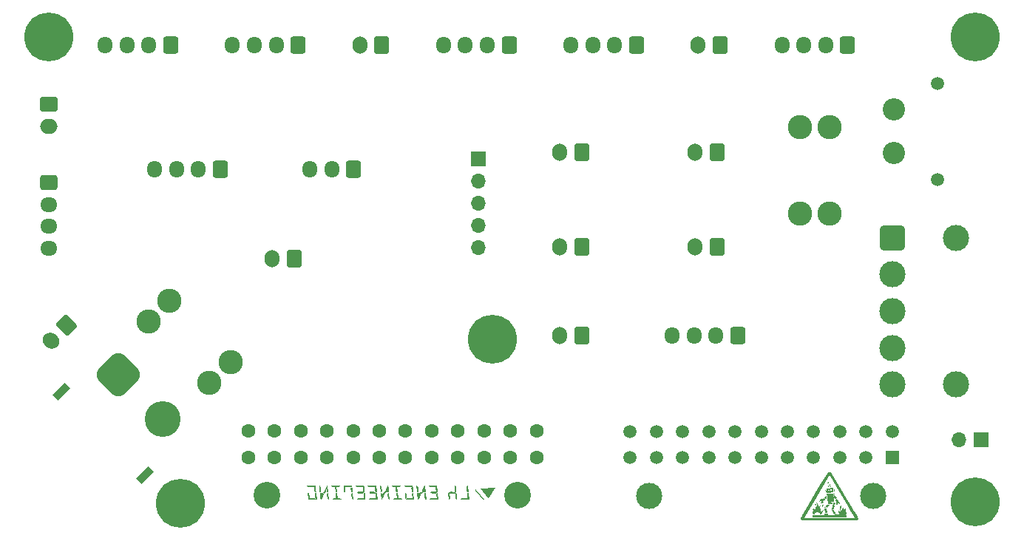
<source format=gbr>
%TF.GenerationSoftware,KiCad,Pcbnew,7.0.11*%
%TF.CreationDate,2024-03-06T00:45:10+00:00*%
%TF.ProjectId,LHS Breakbeat,4c485320-4272-4656-916b-626561742e6b,Vol 1*%
%TF.SameCoordinates,Original*%
%TF.FileFunction,Soldermask,Bot*%
%TF.FilePolarity,Negative*%
%FSLAX46Y46*%
G04 Gerber Fmt 4.6, Leading zero omitted, Abs format (unit mm)*
G04 Created by KiCad (PCBNEW 7.0.11) date 2024-03-06 00:45:10*
%MOMM*%
%LPD*%
G01*
G04 APERTURE LIST*
G04 Aperture macros list*
%AMRoundRect*
0 Rectangle with rounded corners*
0 $1 Rounding radius*
0 $2 $3 $4 $5 $6 $7 $8 $9 X,Y pos of 4 corners*
0 Add a 4 corners polygon primitive as box body*
4,1,4,$2,$3,$4,$5,$6,$7,$8,$9,$2,$3,0*
0 Add four circle primitives for the rounded corners*
1,1,$1+$1,$2,$3*
1,1,$1+$1,$4,$5*
1,1,$1+$1,$6,$7*
1,1,$1+$1,$8,$9*
0 Add four rect primitives between the rounded corners*
20,1,$1+$1,$2,$3,$4,$5,0*
20,1,$1+$1,$4,$5,$6,$7,0*
20,1,$1+$1,$6,$7,$8,$9,0*
20,1,$1+$1,$8,$9,$2,$3,0*%
%AMHorizOval*
0 Thick line with rounded ends*
0 $1 width*
0 $2 $3 position (X,Y) of the first rounded end (center of the circle)*
0 $4 $5 position (X,Y) of the second rounded end (center of the circle)*
0 Add line between two ends*
20,1,$1,$2,$3,$4,$5,0*
0 Add two circle primitives to create the rounded ends*
1,1,$1,$2,$3*
1,1,$1,$4,$5*%
%AMRotRect*
0 Rectangle, with rotation*
0 The origin of the aperture is its center*
0 $1 length*
0 $2 width*
0 $3 Rotation angle, in degrees counterclockwise*
0 Add horizontal line*
21,1,$1,$2,0,0,$3*%
G04 Aperture macros list end*
%ADD10C,0.000000*%
%ADD11RoundRect,0.250000X0.600000X0.725000X-0.600000X0.725000X-0.600000X-0.725000X0.600000X-0.725000X0*%
%ADD12O,1.700000X1.950000*%
%ADD13R,1.700000X1.700000*%
%ADD14O,1.700000X1.700000*%
%ADD15RoundRect,0.250000X-0.750000X0.600000X-0.750000X-0.600000X0.750000X-0.600000X0.750000X0.600000X0*%
%ADD16O,2.000000X1.700000*%
%ADD17RoundRect,0.250000X0.600000X0.750000X-0.600000X0.750000X-0.600000X-0.750000X0.600000X-0.750000X0*%
%ADD18O,1.700000X2.000000*%
%ADD19RoundRect,0.250000X-0.725000X0.600000X-0.725000X-0.600000X0.725000X-0.600000X0.725000X0.600000X0*%
%ADD20O,1.950000X1.700000*%
%ADD21C,5.600000*%
%ADD22RoundRect,0.250000X-0.106066X0.954594X-0.954594X0.106066X0.106066X-0.954594X0.954594X-0.106066X0*%
%ADD23HorizOval,1.700000X-0.106066X0.106066X0.106066X-0.106066X0*%
%ADD24C,3.050000*%
%ADD25C,1.605000*%
%ADD26C,2.780000*%
%ADD27C,3.000000*%
%ADD28RoundRect,0.300000X1.100000X-1.100000X1.100000X1.100000X-1.100000X1.100000X-1.100000X-1.100000X0*%
%ADD29R,1.520000X1.520000*%
%ADD30C,1.520000*%
%ADD31RotRect,0.900000X2.000000X135.000000*%
%ADD32RoundRect,1.025000X1.449569X0.000000X0.000000X1.449569X-1.449569X0.000000X0.000000X-1.449569X0*%
%ADD33C,4.100000*%
%ADD34C,2.550000*%
%ADD35C,1.500000*%
G04 APERTURE END LIST*
D10*
G36*
X127137884Y-122020248D02*
G01*
X127141145Y-122020510D01*
X127144363Y-122020928D01*
X127147537Y-122021494D01*
X127150663Y-122022208D01*
X127153736Y-122023063D01*
X127156754Y-122024058D01*
X127159711Y-122025187D01*
X127162602Y-122026448D01*
X127165424Y-122027838D01*
X127168173Y-122029351D01*
X127170846Y-122030986D01*
X127173437Y-122032740D01*
X127175942Y-122034607D01*
X127178359Y-122036584D01*
X127180680Y-122038668D01*
X127182905Y-122040854D01*
X127185026Y-122043142D01*
X127187042Y-122045526D01*
X127188947Y-122048000D01*
X127190738Y-122050566D01*
X127192412Y-122053215D01*
X127193961Y-122055946D01*
X127195386Y-122058756D01*
X127196677Y-122061642D01*
X127197835Y-122064596D01*
X127198851Y-122067620D01*
X127199727Y-122070708D01*
X127200455Y-122073855D01*
X127201031Y-122077062D01*
X127201449Y-122080318D01*
X127269997Y-122747736D01*
X127270129Y-122749380D01*
X127270199Y-122751021D01*
X127270211Y-122752654D01*
X127270163Y-122754282D01*
X127270055Y-122755899D01*
X127269893Y-122757507D01*
X127269669Y-122759103D01*
X127269391Y-122760685D01*
X127269059Y-122762253D01*
X127268670Y-122763807D01*
X127268228Y-122765342D01*
X127267733Y-122766859D01*
X127267184Y-122768356D01*
X127266582Y-122769832D01*
X127265929Y-122771286D01*
X127265227Y-122772714D01*
X127264475Y-122774115D01*
X127263674Y-122775492D01*
X127262825Y-122776838D01*
X127261926Y-122778157D01*
X127260981Y-122779443D01*
X127259991Y-122780697D01*
X127258955Y-122781916D01*
X127257875Y-122783102D01*
X127256748Y-122784249D01*
X127255580Y-122785358D01*
X127254369Y-122786428D01*
X127253117Y-122787458D01*
X127251823Y-122788444D01*
X127250487Y-122789388D01*
X127249113Y-122790286D01*
X127247699Y-122791136D01*
X127246449Y-122791831D01*
X127245177Y-122792485D01*
X127243889Y-122793096D01*
X127242582Y-122793663D01*
X127241259Y-122794189D01*
X127239920Y-122794671D01*
X127238567Y-122795108D01*
X127237200Y-122795506D01*
X127235822Y-122795859D01*
X127234431Y-122796169D01*
X127233030Y-122796435D01*
X127231621Y-122796658D01*
X127230203Y-122796836D01*
X127228777Y-122796973D01*
X127227348Y-122797065D01*
X127225910Y-122797113D01*
X126331715Y-122804373D01*
X126330057Y-122804371D01*
X126328401Y-122804310D01*
X126326745Y-122804192D01*
X126325097Y-122804019D01*
X126323454Y-122803790D01*
X126321819Y-122803509D01*
X126320199Y-122803178D01*
X126318594Y-122802794D01*
X126316209Y-122802088D01*
X126313887Y-122801268D01*
X126311630Y-122800338D01*
X126309438Y-122799298D01*
X126307317Y-122798158D01*
X126305267Y-122796919D01*
X126303289Y-122795583D01*
X126301388Y-122794158D01*
X126299567Y-122792643D01*
X126297824Y-122791047D01*
X126296165Y-122789370D01*
X126294590Y-122787618D01*
X126293101Y-122785794D01*
X126291703Y-122783900D01*
X126290397Y-122781944D01*
X126289183Y-122779927D01*
X126288066Y-122777853D01*
X126287046Y-122775728D01*
X126286129Y-122773554D01*
X126285313Y-122771334D01*
X126284603Y-122769073D01*
X126283999Y-122766776D01*
X126283503Y-122764447D01*
X126283122Y-122762086D01*
X126282853Y-122759702D01*
X126282701Y-122757294D01*
X126282667Y-122754871D01*
X126282753Y-122752432D01*
X126282962Y-122749984D01*
X126283297Y-122747530D01*
X126283759Y-122745075D01*
X126284351Y-122742622D01*
X126284775Y-122741068D01*
X126285255Y-122739534D01*
X126285786Y-122738016D01*
X126286371Y-122736517D01*
X126287006Y-122735037D01*
X126287690Y-122733583D01*
X126288423Y-122732151D01*
X126289205Y-122730745D01*
X126299825Y-122715086D01*
X126312270Y-122700744D01*
X126326429Y-122687666D01*
X126342198Y-122675796D01*
X126359468Y-122665087D01*
X126378131Y-122655481D01*
X126398081Y-122646927D01*
X126419207Y-122639370D01*
X126464564Y-122627043D01*
X126513342Y-122618074D01*
X126564680Y-122612041D01*
X126617717Y-122608520D01*
X126671591Y-122607086D01*
X126725444Y-122607316D01*
X126829634Y-122611075D01*
X126999860Y-122619914D01*
X127007766Y-122620312D01*
X127015467Y-122621262D01*
X127019241Y-122621941D01*
X127022965Y-122622758D01*
X127026639Y-122623714D01*
X127030261Y-122624804D01*
X127033830Y-122626034D01*
X127037349Y-122627401D01*
X127040819Y-122628903D01*
X127044237Y-122630545D01*
X127047602Y-122632322D01*
X127050919Y-122634237D01*
X127057395Y-122638482D01*
X127063669Y-122643273D01*
X127069736Y-122648614D01*
X127075597Y-122654506D01*
X127081255Y-122660948D01*
X127086707Y-122667939D01*
X127091952Y-122675479D01*
X127096991Y-122683570D01*
X127101823Y-122692212D01*
X127102974Y-122694350D01*
X127104000Y-122696194D01*
X127104903Y-122697746D01*
X127105681Y-122699001D01*
X127106336Y-122699962D01*
X127106865Y-122700627D01*
X127107083Y-122700850D01*
X127107270Y-122701000D01*
X127107426Y-122701075D01*
X127107551Y-122701076D01*
X127107643Y-122701003D01*
X127107705Y-122700856D01*
X127107737Y-122700636D01*
X127107735Y-122700342D01*
X127107639Y-122699533D01*
X127107419Y-122698426D01*
X127107071Y-122697026D01*
X127106598Y-122695328D01*
X127105999Y-122693335D01*
X127105273Y-122691045D01*
X127094679Y-122655927D01*
X127085041Y-122620695D01*
X127076357Y-122585353D01*
X127068625Y-122549896D01*
X127061847Y-122514328D01*
X127056024Y-122478649D01*
X127051157Y-122442855D01*
X127047240Y-122406949D01*
X127044279Y-122370931D01*
X127042272Y-122334800D01*
X127041217Y-122298556D01*
X127041116Y-122262199D01*
X127041972Y-122225728D01*
X127043778Y-122189145D01*
X127046540Y-122152448D01*
X127050253Y-122115639D01*
X127051830Y-122104387D01*
X127053871Y-122093840D01*
X127055066Y-122088830D01*
X127056377Y-122083996D01*
X127057803Y-122079340D01*
X127059347Y-122074860D01*
X127061006Y-122070554D01*
X127062781Y-122066425D01*
X127064673Y-122062474D01*
X127066682Y-122058698D01*
X127068806Y-122055098D01*
X127071047Y-122051674D01*
X127073405Y-122048427D01*
X127075878Y-122045354D01*
X127078466Y-122042460D01*
X127081172Y-122039740D01*
X127083995Y-122037198D01*
X127086932Y-122034831D01*
X127089987Y-122032642D01*
X127093158Y-122030630D01*
X127096446Y-122028793D01*
X127099849Y-122027131D01*
X127103367Y-122025648D01*
X127107006Y-122024338D01*
X127110757Y-122023207D01*
X127114626Y-122022250D01*
X127118610Y-122021472D01*
X127122713Y-122020869D01*
X127126929Y-122020443D01*
X127131264Y-122020194D01*
X127134590Y-122020141D01*
X127137884Y-122020248D01*
G37*
G36*
X121445840Y-121169168D02*
G01*
X121452342Y-121170028D01*
X121458657Y-121171192D01*
X121464788Y-121172660D01*
X121470734Y-121174431D01*
X121476495Y-121176506D01*
X121482072Y-121178884D01*
X121487460Y-121181567D01*
X121492664Y-121184554D01*
X121497684Y-121187846D01*
X121502519Y-121191438D01*
X121507166Y-121195336D01*
X121511629Y-121199538D01*
X121515907Y-121204043D01*
X121520000Y-121208853D01*
X121523906Y-121213966D01*
X121527627Y-121219382D01*
X121534513Y-121231126D01*
X121540657Y-121244086D01*
X121546059Y-121258263D01*
X121550719Y-121273654D01*
X121554636Y-121290261D01*
X121557810Y-121308084D01*
X121560242Y-121327122D01*
X121573628Y-121466584D01*
X121585797Y-121605009D01*
X121596749Y-121742392D01*
X121606475Y-121878728D01*
X121606533Y-121879432D01*
X121606578Y-121880135D01*
X121606610Y-121880843D01*
X121606632Y-121881552D01*
X121606643Y-121882265D01*
X121606643Y-121882979D01*
X121606626Y-121884418D01*
X121606481Y-121887446D01*
X121606181Y-121890431D01*
X121605732Y-121893374D01*
X121605135Y-121896267D01*
X121604399Y-121899107D01*
X121603521Y-121901892D01*
X121602510Y-121904618D01*
X121601370Y-121907279D01*
X121600103Y-121909874D01*
X121598712Y-121912396D01*
X121597203Y-121914844D01*
X121595581Y-121917214D01*
X121593848Y-121919501D01*
X121592009Y-121921703D01*
X121590067Y-121923814D01*
X121588027Y-121925831D01*
X121585891Y-121927751D01*
X121583666Y-121929569D01*
X121581355Y-121931283D01*
X121578961Y-121932888D01*
X121576488Y-121934380D01*
X121573940Y-121935755D01*
X121571323Y-121937013D01*
X121568639Y-121938143D01*
X121565891Y-121939149D01*
X121563086Y-121940021D01*
X121560224Y-121940759D01*
X121557314Y-121941357D01*
X121554359Y-121941815D01*
X121551359Y-121942124D01*
X121548319Y-121942284D01*
X121545247Y-121942290D01*
X121543909Y-121942242D01*
X121542553Y-121942175D01*
X121541871Y-121942131D01*
X121541193Y-121942077D01*
X121540518Y-121942014D01*
X121539851Y-121941940D01*
X121527570Y-121940140D01*
X121515864Y-121937550D01*
X121504731Y-121934169D01*
X121499383Y-121932182D01*
X121494176Y-121929999D01*
X121489115Y-121927617D01*
X121484197Y-121925039D01*
X121479422Y-121922262D01*
X121474791Y-121919288D01*
X121470303Y-121916117D01*
X121465961Y-121912748D01*
X121461762Y-121909182D01*
X121457707Y-121905419D01*
X121453794Y-121901458D01*
X121450027Y-121897299D01*
X121446403Y-121892944D01*
X121442924Y-121888390D01*
X121436396Y-121878692D01*
X121430444Y-121868204D01*
X121425069Y-121856926D01*
X121420271Y-121844859D01*
X121416048Y-121832002D01*
X121412401Y-121818356D01*
X121403097Y-121776962D01*
X121395199Y-121735667D01*
X121388709Y-121694478D01*
X121383625Y-121653392D01*
X121379947Y-121612407D01*
X121377674Y-121571525D01*
X121376809Y-121530744D01*
X121377349Y-121490067D01*
X121379295Y-121449494D01*
X121382648Y-121409022D01*
X121387406Y-121368653D01*
X121393569Y-121328390D01*
X121401139Y-121288226D01*
X121410114Y-121248167D01*
X121420494Y-121208212D01*
X121432280Y-121168358D01*
X121445840Y-121169168D01*
G37*
G36*
X124158247Y-122610590D02*
G01*
X124315482Y-122617156D01*
X124317150Y-122617239D01*
X124318811Y-122617378D01*
X124320463Y-122617574D01*
X124322105Y-122617821D01*
X124323735Y-122618124D01*
X124325354Y-122618481D01*
X124326959Y-122618892D01*
X124328549Y-122619355D01*
X124330124Y-122619872D01*
X124331681Y-122620441D01*
X124333220Y-122621061D01*
X124334737Y-122621732D01*
X124336237Y-122622457D01*
X124337713Y-122623230D01*
X124339165Y-122624055D01*
X124340594Y-122624931D01*
X124472483Y-122710478D01*
X124473659Y-122711295D01*
X124474811Y-122712141D01*
X124475939Y-122713021D01*
X124477040Y-122713932D01*
X124478114Y-122714871D01*
X124479161Y-122715841D01*
X124480181Y-122716840D01*
X124481173Y-122717866D01*
X124482133Y-122718921D01*
X124483067Y-122720004D01*
X124483964Y-122721111D01*
X124484834Y-122722244D01*
X124485669Y-122723403D01*
X124486473Y-122724588D01*
X124487243Y-122725794D01*
X124487977Y-122727024D01*
X124489199Y-122729271D01*
X124490293Y-122731556D01*
X124491261Y-122733872D01*
X124492104Y-122736218D01*
X124492823Y-122738587D01*
X124493417Y-122740976D01*
X124493892Y-122743378D01*
X124494246Y-122745793D01*
X124494480Y-122748212D01*
X124494596Y-122750634D01*
X124494595Y-122753053D01*
X124494479Y-122755464D01*
X124494248Y-122757865D01*
X124493904Y-122760248D01*
X124493445Y-122762611D01*
X124492880Y-122764950D01*
X124492201Y-122767257D01*
X124491416Y-122769531D01*
X124490522Y-122771769D01*
X124489523Y-122773962D01*
X124488417Y-122776107D01*
X124487209Y-122778202D01*
X124485899Y-122780242D01*
X124484485Y-122782220D01*
X124482973Y-122784135D01*
X124481360Y-122785978D01*
X124479650Y-122787750D01*
X124477842Y-122789442D01*
X124475940Y-122791053D01*
X124473942Y-122792574D01*
X124471853Y-122794006D01*
X124469670Y-122795342D01*
X124468268Y-122796122D01*
X124466845Y-122796858D01*
X124465400Y-122797546D01*
X124463937Y-122798188D01*
X124462457Y-122798784D01*
X124460959Y-122799331D01*
X124459447Y-122799829D01*
X124457921Y-122800278D01*
X124456381Y-122800678D01*
X124454831Y-122801029D01*
X124453267Y-122801328D01*
X124451694Y-122801577D01*
X124450113Y-122801773D01*
X124448526Y-122801917D01*
X124446931Y-122802009D01*
X124445333Y-122802049D01*
X124079885Y-122803498D01*
X124078197Y-122803488D01*
X124076519Y-122803420D01*
X124074849Y-122803297D01*
X124073189Y-122803118D01*
X124071541Y-122802884D01*
X124069907Y-122802598D01*
X124068289Y-122802258D01*
X124066683Y-122801865D01*
X124065096Y-122801421D01*
X124063526Y-122800926D01*
X124061976Y-122800381D01*
X124060446Y-122799786D01*
X124058939Y-122799140D01*
X124057453Y-122798449D01*
X124055991Y-122797710D01*
X124054555Y-122796921D01*
X124053145Y-122796087D01*
X124051763Y-122795209D01*
X124050411Y-122794285D01*
X124049089Y-122793318D01*
X124047798Y-122792307D01*
X124046539Y-122791254D01*
X124045314Y-122790157D01*
X124044123Y-122789020D01*
X124042969Y-122787841D01*
X124041853Y-122786623D01*
X124040774Y-122785365D01*
X124039736Y-122784068D01*
X124038740Y-122782735D01*
X124037785Y-122781363D01*
X124036873Y-122779954D01*
X124036007Y-122778511D01*
X124034173Y-122775024D01*
X124032637Y-122771440D01*
X124031396Y-122767780D01*
X124030447Y-122764059D01*
X124029791Y-122760295D01*
X124029423Y-122756505D01*
X124029345Y-122752706D01*
X124029553Y-122748918D01*
X124030046Y-122745153D01*
X124030821Y-122741432D01*
X124031880Y-122737773D01*
X124033215Y-122734191D01*
X124034828Y-122730706D01*
X124036719Y-122727331D01*
X124038885Y-122724087D01*
X124041323Y-122720991D01*
X124118365Y-122628668D01*
X124120261Y-122626506D01*
X124122265Y-122624468D01*
X124124373Y-122622558D01*
X124126578Y-122620777D01*
X124128871Y-122619129D01*
X124131248Y-122617617D01*
X124133703Y-122616243D01*
X124136228Y-122615011D01*
X124138820Y-122613922D01*
X124141467Y-122612982D01*
X124144170Y-122612191D01*
X124146918Y-122611554D01*
X124149707Y-122611071D01*
X124152527Y-122610748D01*
X124155375Y-122610586D01*
X124158247Y-122610590D01*
G37*
G36*
X121441745Y-122616480D02*
G01*
X121443963Y-122616536D01*
X121446169Y-122616661D01*
X121450539Y-122617112D01*
X121454843Y-122617825D01*
X121459069Y-122618793D01*
X121463207Y-122620015D01*
X121467242Y-122621479D01*
X121471167Y-122623182D01*
X121474973Y-122625115D01*
X121478643Y-122627276D01*
X121482169Y-122629657D01*
X121485539Y-122632250D01*
X121488741Y-122635054D01*
X121491767Y-122638057D01*
X121494602Y-122641256D01*
X121495946Y-122642926D01*
X121497237Y-122644645D01*
X121498476Y-122646406D01*
X121499663Y-122648216D01*
X121588009Y-122786949D01*
X121487509Y-122795416D01*
X121386859Y-122802188D01*
X121286053Y-122807264D01*
X121185096Y-122810648D01*
X121083986Y-122812341D01*
X120982723Y-122812345D01*
X120881307Y-122810662D01*
X120779741Y-122807294D01*
X120771317Y-122806726D01*
X120763536Y-122805862D01*
X120756404Y-122804698D01*
X120749917Y-122803236D01*
X120744075Y-122801476D01*
X120738882Y-122799417D01*
X120734331Y-122797058D01*
X120730429Y-122794401D01*
X120727172Y-122791447D01*
X120724561Y-122788192D01*
X120722597Y-122784639D01*
X120721278Y-122780790D01*
X120720606Y-122776639D01*
X120720578Y-122772189D01*
X120721199Y-122767442D01*
X120722463Y-122762396D01*
X120724374Y-122757051D01*
X120726932Y-122751406D01*
X120730135Y-122745463D01*
X120733986Y-122739220D01*
X120738481Y-122732682D01*
X120743622Y-122725840D01*
X120755845Y-122711266D01*
X120770653Y-122695494D01*
X120788043Y-122678526D01*
X120808017Y-122660360D01*
X120830579Y-122640999D01*
X120834303Y-122638069D01*
X120838139Y-122635311D01*
X120842071Y-122632729D01*
X120846097Y-122630324D01*
X120850211Y-122628097D01*
X120854407Y-122626052D01*
X120858678Y-122624192D01*
X120863019Y-122622517D01*
X120867423Y-122621030D01*
X120871885Y-122619734D01*
X120876396Y-122618628D01*
X120880952Y-122617718D01*
X120885546Y-122617002D01*
X120890173Y-122616486D01*
X120894825Y-122616170D01*
X120899498Y-122616056D01*
X121441745Y-122616480D01*
G37*
G36*
X133508647Y-122017422D02*
G01*
X133514077Y-122017821D01*
X133519456Y-122018482D01*
X133524775Y-122019398D01*
X133530025Y-122020564D01*
X133535199Y-122021976D01*
X133540285Y-122023626D01*
X133545279Y-122025513D01*
X133550167Y-122027629D01*
X133554943Y-122029969D01*
X133559597Y-122032530D01*
X133564123Y-122035303D01*
X133568508Y-122038287D01*
X133572748Y-122041476D01*
X133576831Y-122044863D01*
X133580748Y-122048444D01*
X133584492Y-122052214D01*
X133588054Y-122056170D01*
X133591423Y-122060302D01*
X133594593Y-122064608D01*
X133597553Y-122069084D01*
X133600297Y-122073723D01*
X133602814Y-122078520D01*
X133605094Y-122083472D01*
X133607131Y-122088570D01*
X133608916Y-122093811D01*
X133610440Y-122099191D01*
X133611211Y-122102422D01*
X133611881Y-122105671D01*
X133612450Y-122108937D01*
X133612915Y-122112214D01*
X133613279Y-122115504D01*
X133613542Y-122118802D01*
X133613703Y-122122106D01*
X133613761Y-122125414D01*
X133613718Y-122128724D01*
X133613574Y-122132035D01*
X133613329Y-122135340D01*
X133612983Y-122138640D01*
X133612536Y-122141934D01*
X133611987Y-122145214D01*
X133611336Y-122148486D01*
X133610585Y-122151740D01*
X133600512Y-122190186D01*
X133589682Y-122228342D01*
X133578093Y-122266208D01*
X133565743Y-122303786D01*
X133552635Y-122341075D01*
X133538770Y-122378073D01*
X133524142Y-122414785D01*
X133508755Y-122451204D01*
X133492611Y-122487334D01*
X133475705Y-122523177D01*
X133458039Y-122558730D01*
X133439614Y-122593993D01*
X133420428Y-122628966D01*
X133400482Y-122663648D01*
X133379776Y-122698042D01*
X133358309Y-122732148D01*
X133346532Y-122749600D01*
X133340873Y-122757369D01*
X133335365Y-122764498D01*
X133330008Y-122770988D01*
X133324803Y-122776840D01*
X133319751Y-122782053D01*
X133314850Y-122786629D01*
X133310100Y-122790564D01*
X133305502Y-122793861D01*
X133301056Y-122796519D01*
X133296763Y-122798541D01*
X133292620Y-122799922D01*
X133288630Y-122800665D01*
X133284790Y-122800770D01*
X133281101Y-122800234D01*
X133277566Y-122799061D01*
X133274182Y-122797250D01*
X133270949Y-122794798D01*
X133267867Y-122791710D01*
X133264939Y-122787984D01*
X133262161Y-122783617D01*
X133259536Y-122778612D01*
X133257060Y-122772970D01*
X133254738Y-122766688D01*
X133252566Y-122759768D01*
X133250547Y-122752208D01*
X133248678Y-122744012D01*
X133246962Y-122735175D01*
X133245395Y-122725700D01*
X133242721Y-122704838D01*
X133175736Y-122090138D01*
X133175631Y-122089292D01*
X133175607Y-122089075D01*
X133175589Y-122088855D01*
X133175575Y-122088636D01*
X133175569Y-122088418D01*
X133175416Y-122085901D01*
X133175393Y-122083405D01*
X133175497Y-122080932D01*
X133175728Y-122078484D01*
X133176081Y-122076068D01*
X133176552Y-122073686D01*
X133177140Y-122071340D01*
X133177843Y-122069035D01*
X133178656Y-122066774D01*
X133179576Y-122064560D01*
X133180601Y-122062396D01*
X133181729Y-122060289D01*
X133182954Y-122058238D01*
X133184275Y-122056250D01*
X133185689Y-122054326D01*
X133187194Y-122052471D01*
X133188785Y-122050689D01*
X133190459Y-122048982D01*
X133192215Y-122047351D01*
X133194049Y-122045804D01*
X133195959Y-122044345D01*
X133197940Y-122042972D01*
X133199991Y-122041692D01*
X133202109Y-122040508D01*
X133204288Y-122039425D01*
X133206528Y-122038446D01*
X133208826Y-122037571D01*
X133211181Y-122036808D01*
X133213584Y-122036158D01*
X133216037Y-122035623D01*
X133218537Y-122035210D01*
X133221077Y-122034921D01*
X133222987Y-122034812D01*
X133229923Y-122034492D01*
X133236705Y-122034412D01*
X133243327Y-122034576D01*
X133249793Y-122034975D01*
X133256101Y-122035618D01*
X133262250Y-122036500D01*
X133268244Y-122037625D01*
X133274079Y-122038989D01*
X133279757Y-122040594D01*
X133285276Y-122042438D01*
X133290639Y-122044525D01*
X133295843Y-122046850D01*
X133300890Y-122049417D01*
X133305780Y-122052225D01*
X133310512Y-122055274D01*
X133315085Y-122058562D01*
X133319503Y-122062094D01*
X133323763Y-122065863D01*
X133327865Y-122069876D01*
X133331809Y-122074129D01*
X133335597Y-122078622D01*
X133339225Y-122083357D01*
X133342697Y-122088332D01*
X133346011Y-122093550D01*
X133349167Y-122099007D01*
X133352169Y-122104705D01*
X133355008Y-122110644D01*
X133357692Y-122116825D01*
X133360219Y-122123246D01*
X133362588Y-122129910D01*
X133366855Y-122143959D01*
X133367081Y-122144608D01*
X133367323Y-122145254D01*
X133367580Y-122145896D01*
X133367854Y-122146532D01*
X133368144Y-122147166D01*
X133368449Y-122147790D01*
X133368772Y-122148408D01*
X133369113Y-122149015D01*
X133369839Y-122150202D01*
X133370617Y-122151339D01*
X133371445Y-122152425D01*
X133372321Y-122153458D01*
X133373242Y-122154441D01*
X133374203Y-122155370D01*
X133375205Y-122156245D01*
X133376245Y-122157068D01*
X133377321Y-122157834D01*
X133378428Y-122158545D01*
X133379567Y-122159200D01*
X133380732Y-122159799D01*
X133381925Y-122160340D01*
X133383139Y-122160824D01*
X133384374Y-122161249D01*
X133385628Y-122161616D01*
X133386897Y-122161923D01*
X133388179Y-122162170D01*
X133389473Y-122162355D01*
X133390775Y-122162479D01*
X133392084Y-122162541D01*
X133393396Y-122162541D01*
X133394710Y-122162476D01*
X133396023Y-122162349D01*
X133397331Y-122162155D01*
X133398634Y-122161899D01*
X133399930Y-122161575D01*
X133401215Y-122161184D01*
X133402485Y-122160727D01*
X133403741Y-122160202D01*
X133404979Y-122159610D01*
X133406196Y-122158948D01*
X133407899Y-122157879D01*
X133409502Y-122156702D01*
X133411002Y-122155420D01*
X133412397Y-122154044D01*
X133413681Y-122152578D01*
X133414853Y-122151028D01*
X133415909Y-122149402D01*
X133416843Y-122147708D01*
X133417656Y-122145951D01*
X133418343Y-122144138D01*
X133418899Y-122142276D01*
X133419324Y-122140374D01*
X133419611Y-122138434D01*
X133419757Y-122136466D01*
X133419762Y-122134477D01*
X133419621Y-122132473D01*
X133418490Y-122123917D01*
X133417583Y-122115780D01*
X133416895Y-122108062D01*
X133416429Y-122100766D01*
X133416185Y-122093888D01*
X133416162Y-122087427D01*
X133416363Y-122081386D01*
X133416784Y-122075766D01*
X133417429Y-122070562D01*
X133418296Y-122065777D01*
X133419387Y-122061411D01*
X133420015Y-122059387D01*
X133420699Y-122057466D01*
X133421439Y-122055649D01*
X133422234Y-122053935D01*
X133423087Y-122052327D01*
X133423996Y-122050825D01*
X133424957Y-122049426D01*
X133425977Y-122048133D01*
X133427055Y-122046942D01*
X133428185Y-122045858D01*
X133430741Y-122043651D01*
X133433359Y-122041525D01*
X133436038Y-122039479D01*
X133438776Y-122037516D01*
X133441571Y-122035635D01*
X133444421Y-122033840D01*
X133447324Y-122032129D01*
X133450277Y-122030504D01*
X133453279Y-122028969D01*
X133456327Y-122027522D01*
X133459421Y-122026166D01*
X133462559Y-122024899D01*
X133465735Y-122023726D01*
X133468953Y-122022646D01*
X133472203Y-122021661D01*
X133475491Y-122020773D01*
X133481043Y-122019505D01*
X133486595Y-122018527D01*
X133492143Y-122017834D01*
X133497672Y-122017422D01*
X133503177Y-122017287D01*
X133508647Y-122017422D01*
G37*
G36*
X128503565Y-122011323D02*
G01*
X128507508Y-122011702D01*
X128511425Y-122012269D01*
X128515307Y-122013018D01*
X128519149Y-122013949D01*
X128522941Y-122015060D01*
X128526680Y-122016351D01*
X128530355Y-122017820D01*
X128533961Y-122019459D01*
X128537489Y-122021274D01*
X128540931Y-122023258D01*
X128544282Y-122025411D01*
X128547535Y-122027732D01*
X128550680Y-122030216D01*
X128553711Y-122032864D01*
X128556621Y-122035674D01*
X128559404Y-122038642D01*
X128562049Y-122041767D01*
X128564552Y-122045047D01*
X128566904Y-122048480D01*
X128569099Y-122052066D01*
X128570184Y-122054004D01*
X128571215Y-122055969D01*
X128572189Y-122057961D01*
X128573111Y-122059974D01*
X128573977Y-122062010D01*
X128574786Y-122064069D01*
X128575541Y-122066149D01*
X128576238Y-122068249D01*
X128576876Y-122070366D01*
X128577459Y-122072499D01*
X128577984Y-122074652D01*
X128578451Y-122076818D01*
X128578859Y-122078998D01*
X128579207Y-122081191D01*
X128579496Y-122083395D01*
X128579725Y-122085612D01*
X128645763Y-122727254D01*
X128645960Y-122729557D01*
X128646072Y-122731854D01*
X128646099Y-122734143D01*
X128646043Y-122736421D01*
X128645901Y-122738689D01*
X128645679Y-122740941D01*
X128645379Y-122743179D01*
X128644995Y-122745398D01*
X128644537Y-122747598D01*
X128643998Y-122749774D01*
X128643383Y-122751928D01*
X128642694Y-122754057D01*
X128641931Y-122756156D01*
X128641092Y-122758227D01*
X128640182Y-122760265D01*
X128639199Y-122762269D01*
X128638148Y-122764238D01*
X128637029Y-122766169D01*
X128635839Y-122768060D01*
X128634583Y-122769908D01*
X128633262Y-122771714D01*
X128631873Y-122773474D01*
X128630423Y-122775184D01*
X128628908Y-122776848D01*
X128627333Y-122778458D01*
X128625696Y-122780014D01*
X128623999Y-122781514D01*
X128622243Y-122782959D01*
X128620431Y-122784343D01*
X128618562Y-122785664D01*
X128616635Y-122786924D01*
X128614655Y-122788116D01*
X128612903Y-122789089D01*
X128611125Y-122790006D01*
X128609323Y-122790864D01*
X128607500Y-122791663D01*
X128605655Y-122792401D01*
X128603790Y-122793081D01*
X128601907Y-122793702D01*
X128600005Y-122794262D01*
X128598087Y-122794762D01*
X128596155Y-122795200D01*
X128594209Y-122795581D01*
X128592248Y-122795899D01*
X128590278Y-122796157D01*
X128588294Y-122796352D01*
X128586305Y-122796487D01*
X128584305Y-122796560D01*
X127752950Y-122805487D01*
X127746765Y-122805432D01*
X127740854Y-122805194D01*
X127735217Y-122804774D01*
X127729851Y-122804170D01*
X127724759Y-122803384D01*
X127719938Y-122802414D01*
X127715391Y-122801262D01*
X127711116Y-122799925D01*
X127707115Y-122798406D01*
X127703385Y-122796704D01*
X127699931Y-122794818D01*
X127696748Y-122792750D01*
X127693838Y-122790498D01*
X127691202Y-122788063D01*
X127688838Y-122785443D01*
X127686746Y-122782642D01*
X127684929Y-122779657D01*
X127683383Y-122776489D01*
X127682111Y-122773138D01*
X127681110Y-122769603D01*
X127680385Y-122765887D01*
X127679931Y-122761986D01*
X127679751Y-122757902D01*
X127679843Y-122753634D01*
X127680210Y-122749184D01*
X127680848Y-122744550D01*
X127681761Y-122739732D01*
X127682945Y-122734732D01*
X127684404Y-122729548D01*
X127686133Y-122724181D01*
X127688137Y-122718632D01*
X127690415Y-122712896D01*
X127694538Y-122704077D01*
X127699441Y-122695758D01*
X127705121Y-122687938D01*
X127711579Y-122680617D01*
X127718814Y-122673794D01*
X127726827Y-122667472D01*
X127735619Y-122661648D01*
X127745187Y-122656321D01*
X127755535Y-122651494D01*
X127766658Y-122647165D01*
X127778561Y-122643334D01*
X127791241Y-122640001D01*
X127804698Y-122637164D01*
X127818936Y-122634825D01*
X127833948Y-122632982D01*
X127849739Y-122631637D01*
X127918109Y-122627302D01*
X127986479Y-122623950D01*
X128054847Y-122621577D01*
X128123217Y-122620186D01*
X128191583Y-122619774D01*
X128259944Y-122620342D01*
X128328302Y-122621889D01*
X128396652Y-122624416D01*
X128400343Y-122624676D01*
X128403956Y-122625026D01*
X128407494Y-122625465D01*
X128410956Y-122625994D01*
X128414341Y-122626614D01*
X128417652Y-122627324D01*
X128420885Y-122628122D01*
X128424041Y-122629011D01*
X128427121Y-122629989D01*
X128430123Y-122631058D01*
X128433049Y-122632215D01*
X128435899Y-122633463D01*
X128438671Y-122634799D01*
X128441364Y-122636224D01*
X128443981Y-122637741D01*
X128446519Y-122639347D01*
X128449494Y-122641345D01*
X128452417Y-122643379D01*
X128455289Y-122645446D01*
X128458111Y-122647550D01*
X128460882Y-122649692D01*
X128463603Y-122651866D01*
X128466273Y-122654077D01*
X128468894Y-122656324D01*
X128471463Y-122658607D01*
X128473983Y-122660924D01*
X128476453Y-122663278D01*
X128478873Y-122665666D01*
X128481245Y-122668092D01*
X128483567Y-122670553D01*
X128485839Y-122673049D01*
X128488063Y-122675581D01*
X128489744Y-122677615D01*
X128491247Y-122679349D01*
X128492571Y-122680784D01*
X128493720Y-122681924D01*
X128494688Y-122682765D01*
X128495108Y-122683075D01*
X128495483Y-122683309D01*
X128495810Y-122683468D01*
X128496096Y-122683555D01*
X128496336Y-122683566D01*
X128496534Y-122683503D01*
X128496685Y-122683364D01*
X128496793Y-122683153D01*
X128496854Y-122682867D01*
X128496873Y-122682506D01*
X128496847Y-122682072D01*
X128496779Y-122681562D01*
X128496503Y-122680318D01*
X128496053Y-122678778D01*
X128495423Y-122676940D01*
X128494615Y-122674806D01*
X128493632Y-122672372D01*
X128480132Y-122637673D01*
X128467785Y-122602708D01*
X128456595Y-122567478D01*
X128446559Y-122531980D01*
X128437677Y-122496214D01*
X128429951Y-122460183D01*
X128423377Y-122423886D01*
X128417958Y-122387319D01*
X128413693Y-122350489D01*
X128410583Y-122313388D01*
X128408624Y-122276023D01*
X128407820Y-122238390D01*
X128408171Y-122200491D01*
X128409673Y-122162324D01*
X128412327Y-122123890D01*
X128416136Y-122085188D01*
X128416766Y-122080274D01*
X128417684Y-122075437D01*
X128418885Y-122070687D01*
X128420360Y-122066040D01*
X128422101Y-122061502D01*
X128424104Y-122057085D01*
X128426359Y-122052800D01*
X128428861Y-122048660D01*
X128431601Y-122044672D01*
X128434572Y-122040850D01*
X128437769Y-122037205D01*
X128441183Y-122033746D01*
X128444805Y-122030485D01*
X128448633Y-122027430D01*
X128452657Y-122024595D01*
X128456869Y-122021991D01*
X128460557Y-122019987D01*
X128464304Y-122018191D01*
X128468108Y-122016604D01*
X128471958Y-122015222D01*
X128475846Y-122014042D01*
X128479769Y-122013064D01*
X128483714Y-122012287D01*
X128487679Y-122011707D01*
X128491653Y-122011322D01*
X128495630Y-122011132D01*
X128499603Y-122011132D01*
X128503565Y-122011323D01*
G37*
G36*
X125666286Y-121157838D02*
G01*
X125668641Y-121157993D01*
X125670983Y-121158226D01*
X125673307Y-121158539D01*
X125675612Y-121158926D01*
X125677899Y-121159391D01*
X125680163Y-121159930D01*
X125682404Y-121160543D01*
X125684619Y-121161228D01*
X125686808Y-121161989D01*
X125688968Y-121162818D01*
X125691098Y-121163717D01*
X125693196Y-121164684D01*
X125695260Y-121165721D01*
X125697287Y-121166826D01*
X125699279Y-121167995D01*
X125701230Y-121169229D01*
X125703140Y-121170528D01*
X125705010Y-121171890D01*
X125706834Y-121173314D01*
X125708612Y-121174799D01*
X125710344Y-121176342D01*
X125712025Y-121177947D01*
X125713656Y-121179609D01*
X125715233Y-121181328D01*
X125716754Y-121183102D01*
X125718222Y-121184932D01*
X125719631Y-121186816D01*
X125720979Y-121188753D01*
X125722267Y-121190742D01*
X125723492Y-121192782D01*
X125725062Y-121195655D01*
X125726483Y-121198574D01*
X125727759Y-121201534D01*
X125728890Y-121204530D01*
X125729873Y-121207559D01*
X125730714Y-121210614D01*
X125731411Y-121213691D01*
X125731967Y-121216785D01*
X125732382Y-121219893D01*
X125732655Y-121223006D01*
X125732790Y-121226122D01*
X125732789Y-121229237D01*
X125732648Y-121232342D01*
X125732372Y-121235436D01*
X125731961Y-121238513D01*
X125731417Y-121241570D01*
X125730738Y-121244597D01*
X125729928Y-121247594D01*
X125728986Y-121250555D01*
X125727913Y-121253472D01*
X125726713Y-121256345D01*
X125725383Y-121259166D01*
X125723925Y-121261932D01*
X125722343Y-121264636D01*
X125720635Y-121267276D01*
X125718803Y-121269844D01*
X125716847Y-121272336D01*
X125714767Y-121274748D01*
X125712569Y-121277075D01*
X125710249Y-121279313D01*
X125707809Y-121281454D01*
X125705250Y-121283496D01*
X125691986Y-121292756D01*
X125677433Y-121301218D01*
X125661668Y-121308915D01*
X125644773Y-121315883D01*
X125607902Y-121327756D01*
X125567451Y-121337094D01*
X125524051Y-121344164D01*
X125478331Y-121349224D01*
X125430926Y-121352536D01*
X125382462Y-121354365D01*
X125284887Y-121354611D01*
X125190654Y-121352057D01*
X125032403Y-121346930D01*
X125029098Y-121346822D01*
X125025825Y-121346592D01*
X125022585Y-121346244D01*
X125019378Y-121345773D01*
X125016201Y-121345180D01*
X125013060Y-121344467D01*
X125009949Y-121343632D01*
X125006870Y-121342676D01*
X125003825Y-121341599D01*
X125000813Y-121340399D01*
X124997832Y-121339080D01*
X124994883Y-121337640D01*
X124991967Y-121336078D01*
X124989085Y-121334394D01*
X124986235Y-121332588D01*
X124983417Y-121330664D01*
X124958707Y-121313585D01*
X124955563Y-121311532D01*
X124954080Y-121310649D01*
X124952655Y-121309865D01*
X124951292Y-121309178D01*
X124949988Y-121308585D01*
X124948741Y-121308092D01*
X124947554Y-121307692D01*
X124946426Y-121307390D01*
X124945358Y-121307186D01*
X124944349Y-121307078D01*
X124943400Y-121307066D01*
X124942507Y-121307150D01*
X124941675Y-121307331D01*
X124940903Y-121307608D01*
X124940189Y-121307982D01*
X124939535Y-121308453D01*
X124938938Y-121309019D01*
X124938402Y-121309683D01*
X124937923Y-121310441D01*
X124937504Y-121311298D01*
X124937144Y-121312250D01*
X124936844Y-121313298D01*
X124936603Y-121314443D01*
X124936418Y-121315683D01*
X124936295Y-121317021D01*
X124936230Y-121318454D01*
X124936223Y-121319985D01*
X124936275Y-121321610D01*
X124936388Y-121323333D01*
X124936787Y-121327064D01*
X124944804Y-121389365D01*
X124951791Y-121451670D01*
X124957755Y-121513982D01*
X124962690Y-121576293D01*
X124966598Y-121638606D01*
X124969478Y-121700920D01*
X124971329Y-121763235D01*
X124972149Y-121825550D01*
X124972062Y-121832608D01*
X124971775Y-121839458D01*
X124971288Y-121846096D01*
X124970601Y-121852527D01*
X124969716Y-121858749D01*
X124968629Y-121864762D01*
X124967343Y-121870566D01*
X124965858Y-121876163D01*
X124964172Y-121881550D01*
X124962287Y-121886728D01*
X124960201Y-121891696D01*
X124957917Y-121896456D01*
X124955432Y-121901008D01*
X124952749Y-121905352D01*
X124949867Y-121909486D01*
X124946784Y-121913411D01*
X124943502Y-121917128D01*
X124940019Y-121920638D01*
X124936338Y-121923936D01*
X124932458Y-121927026D01*
X124928377Y-121929909D01*
X124924098Y-121932584D01*
X124919619Y-121935048D01*
X124914942Y-121937303D01*
X124910065Y-121939353D01*
X124904988Y-121941191D01*
X124899711Y-121942823D01*
X124894238Y-121944246D01*
X124888563Y-121945458D01*
X124882689Y-121946465D01*
X124876616Y-121947261D01*
X124870345Y-121947850D01*
X124867361Y-121948010D01*
X124864400Y-121948020D01*
X124861466Y-121947882D01*
X124858566Y-121947599D01*
X124855703Y-121947177D01*
X124852877Y-121946616D01*
X124850097Y-121945919D01*
X124847366Y-121945096D01*
X124844687Y-121944141D01*
X124842062Y-121943062D01*
X124839499Y-121941864D01*
X124837001Y-121940549D01*
X124834571Y-121939118D01*
X124832210Y-121937577D01*
X124829928Y-121935928D01*
X124827726Y-121934176D01*
X124825608Y-121932323D01*
X124823577Y-121930373D01*
X124821639Y-121928328D01*
X124819799Y-121926191D01*
X124818056Y-121923968D01*
X124816419Y-121921661D01*
X124814889Y-121919273D01*
X124813472Y-121916807D01*
X124812173Y-121914268D01*
X124810992Y-121911657D01*
X124809935Y-121908978D01*
X124809007Y-121906238D01*
X124808211Y-121903433D01*
X124807550Y-121900575D01*
X124807031Y-121897660D01*
X124806654Y-121894696D01*
X124738535Y-121223733D01*
X124738374Y-121221800D01*
X124738286Y-121219871D01*
X124738267Y-121217949D01*
X124738319Y-121216035D01*
X124738440Y-121214133D01*
X124738628Y-121212240D01*
X124738885Y-121210362D01*
X124739209Y-121208501D01*
X124739598Y-121206653D01*
X124740051Y-121204826D01*
X124740570Y-121203018D01*
X124741151Y-121201233D01*
X124741794Y-121199472D01*
X124742499Y-121197736D01*
X124743265Y-121196025D01*
X124744091Y-121194342D01*
X124744975Y-121192690D01*
X124745918Y-121191070D01*
X124746915Y-121189482D01*
X124747973Y-121187932D01*
X124749083Y-121186418D01*
X124750249Y-121184939D01*
X124751469Y-121183503D01*
X124752743Y-121182107D01*
X124754067Y-121180755D01*
X124755443Y-121179448D01*
X124756868Y-121178188D01*
X124758344Y-121176976D01*
X124759868Y-121175813D01*
X124761441Y-121174703D01*
X124763060Y-121173646D01*
X124764725Y-121172642D01*
X124766222Y-121171810D01*
X124767743Y-121171028D01*
X124769286Y-121170294D01*
X124770848Y-121169615D01*
X124772431Y-121168984D01*
X124774033Y-121168406D01*
X124775649Y-121167879D01*
X124777283Y-121167404D01*
X124778929Y-121166982D01*
X124780589Y-121166614D01*
X124782259Y-121166298D01*
X124783941Y-121166038D01*
X124785630Y-121165833D01*
X124787327Y-121165682D01*
X124789032Y-121165586D01*
X124790738Y-121165546D01*
X125661535Y-121157771D01*
X125663915Y-121157764D01*
X125666286Y-121157838D01*
G37*
G36*
X121432280Y-121168358D02*
G01*
X121356518Y-121308621D01*
X121354211Y-121312673D01*
X121351746Y-121316476D01*
X121349123Y-121320028D01*
X121346341Y-121323328D01*
X121343402Y-121326378D01*
X121340305Y-121329177D01*
X121337051Y-121331724D01*
X121333638Y-121334020D01*
X121330068Y-121336065D01*
X121326339Y-121337859D01*
X121322455Y-121339401D01*
X121318412Y-121340692D01*
X121314212Y-121341731D01*
X121309855Y-121342518D01*
X121305341Y-121343056D01*
X121300669Y-121343342D01*
X121119235Y-121353466D01*
X121018682Y-121356738D01*
X120967620Y-121356670D01*
X120916670Y-121354985D01*
X120866310Y-121351328D01*
X120817017Y-121345336D01*
X120769272Y-121336649D01*
X120723548Y-121324911D01*
X120701598Y-121317785D01*
X120680329Y-121309762D01*
X120659805Y-121300794D01*
X120640086Y-121290842D01*
X120621234Y-121279856D01*
X120603303Y-121267792D01*
X120586357Y-121254605D01*
X120570453Y-121240252D01*
X120569450Y-121239216D01*
X120568479Y-121238146D01*
X120567546Y-121237043D01*
X120566649Y-121235912D01*
X120565788Y-121234749D01*
X120564967Y-121233560D01*
X120564183Y-121232344D01*
X120563441Y-121231103D01*
X120562379Y-121229150D01*
X120561426Y-121227160D01*
X120560583Y-121225144D01*
X120559849Y-121223103D01*
X120559225Y-121221040D01*
X120558704Y-121218962D01*
X120558291Y-121216868D01*
X120557983Y-121214766D01*
X120557779Y-121212658D01*
X120557678Y-121210548D01*
X120557678Y-121208440D01*
X120557778Y-121206341D01*
X120557977Y-121204248D01*
X120558277Y-121202171D01*
X120558674Y-121200112D01*
X120559169Y-121198074D01*
X120559758Y-121196061D01*
X120560443Y-121194078D01*
X120561221Y-121192128D01*
X120562091Y-121190216D01*
X120563052Y-121188344D01*
X120564104Y-121186516D01*
X120565247Y-121184740D01*
X120566478Y-121183013D01*
X120567797Y-121181344D01*
X120569201Y-121179736D01*
X120570691Y-121178192D01*
X120572267Y-121176714D01*
X120573925Y-121175310D01*
X120575666Y-121173981D01*
X120577489Y-121172733D01*
X120579393Y-121171568D01*
X120580621Y-121170885D01*
X120581870Y-121170244D01*
X120583140Y-121169646D01*
X120584427Y-121169090D01*
X120585732Y-121168576D01*
X120587053Y-121168103D01*
X120588387Y-121167674D01*
X120589736Y-121167288D01*
X120591097Y-121166945D01*
X120592469Y-121166644D01*
X120593851Y-121166390D01*
X120595243Y-121166176D01*
X120596641Y-121166008D01*
X120598045Y-121165883D01*
X120599456Y-121165802D01*
X120600871Y-121165768D01*
X121432280Y-121168358D01*
G37*
G36*
X120712676Y-122030298D02*
G01*
X120716613Y-122030722D01*
X120720530Y-122031364D01*
X120724422Y-122032224D01*
X120728275Y-122033301D01*
X120732083Y-122034597D01*
X120738755Y-122037254D01*
X120745190Y-122040295D01*
X120751388Y-122043718D01*
X120757350Y-122047524D01*
X120763074Y-122051713D01*
X120768560Y-122056285D01*
X120773810Y-122061238D01*
X120778821Y-122066574D01*
X120783596Y-122072292D01*
X120788135Y-122078395D01*
X120792434Y-122084877D01*
X120796496Y-122091745D01*
X120800322Y-122098995D01*
X120803910Y-122106627D01*
X120807260Y-122114641D01*
X120810373Y-122123038D01*
X120820239Y-122152892D01*
X120829062Y-122182891D01*
X120836843Y-122213036D01*
X120843577Y-122243326D01*
X120849271Y-122273763D01*
X120853919Y-122304345D01*
X120857523Y-122335074D01*
X120860084Y-122365947D01*
X120861601Y-122396966D01*
X120862074Y-122428130D01*
X120861500Y-122459440D01*
X120859885Y-122490896D01*
X120857223Y-122522497D01*
X120853518Y-122554243D01*
X120848767Y-122586135D01*
X120842971Y-122618173D01*
X120842009Y-122622249D01*
X120840836Y-122626250D01*
X120839463Y-122630167D01*
X120837890Y-122633991D01*
X120836125Y-122637720D01*
X120834169Y-122641341D01*
X120832033Y-122644851D01*
X120829716Y-122648242D01*
X120827225Y-122651509D01*
X120824564Y-122654641D01*
X120821739Y-122657635D01*
X120818756Y-122660481D01*
X120815617Y-122663175D01*
X120812328Y-122665710D01*
X120808895Y-122668076D01*
X120805321Y-122670267D01*
X120801791Y-122672186D01*
X120798204Y-122673906D01*
X120794564Y-122675425D01*
X120790879Y-122676746D01*
X120787157Y-122677875D01*
X120783405Y-122678809D01*
X120779628Y-122679553D01*
X120775835Y-122680107D01*
X120772032Y-122680473D01*
X120768227Y-122680656D01*
X120764426Y-122680653D01*
X120760635Y-122680468D01*
X120756865Y-122680105D01*
X120753117Y-122679562D01*
X120749402Y-122678846D01*
X120745728Y-122677953D01*
X120742099Y-122676889D01*
X120738523Y-122675653D01*
X120735007Y-122674249D01*
X120731559Y-122672678D01*
X120728185Y-122670943D01*
X120724892Y-122669046D01*
X120721688Y-122666983D01*
X120718578Y-122664765D01*
X120715569Y-122662388D01*
X120712671Y-122659856D01*
X120709889Y-122657170D01*
X120707229Y-122654332D01*
X120704701Y-122651344D01*
X120702307Y-122648210D01*
X120700059Y-122644928D01*
X120697963Y-122641501D01*
X120696973Y-122639738D01*
X120696033Y-122637952D01*
X120695141Y-122636145D01*
X120694293Y-122634320D01*
X120693494Y-122632473D01*
X120692744Y-122630608D01*
X120692041Y-122628727D01*
X120691389Y-122626828D01*
X120690786Y-122624913D01*
X120690230Y-122622984D01*
X120689725Y-122621041D01*
X120689268Y-122619086D01*
X120688862Y-122617119D01*
X120688506Y-122615139D01*
X120688201Y-122613150D01*
X120687948Y-122611153D01*
X120635115Y-122109553D01*
X120634898Y-122106909D01*
X120634777Y-122104274D01*
X120634753Y-122101646D01*
X120634823Y-122099031D01*
X120634988Y-122096430D01*
X120635245Y-122093842D01*
X120635593Y-122091277D01*
X120636032Y-122088729D01*
X120636561Y-122086206D01*
X120637177Y-122083705D01*
X120637880Y-122081234D01*
X120638671Y-122078792D01*
X120639545Y-122076382D01*
X120640502Y-122074009D01*
X120641544Y-122071669D01*
X120642667Y-122069368D01*
X120643868Y-122067109D01*
X120645150Y-122064895D01*
X120646508Y-122062724D01*
X120647946Y-122060602D01*
X120649458Y-122058531D01*
X120651044Y-122056513D01*
X120652705Y-122054548D01*
X120654439Y-122052640D01*
X120656243Y-122050792D01*
X120658117Y-122049007D01*
X120660061Y-122047285D01*
X120662071Y-122045629D01*
X120664148Y-122044042D01*
X120666293Y-122042526D01*
X120668501Y-122041083D01*
X120670771Y-122039715D01*
X120674307Y-122037802D01*
X120677925Y-122036101D01*
X120681615Y-122034608D01*
X120685371Y-122033325D01*
X120689181Y-122032254D01*
X120693038Y-122031396D01*
X120696929Y-122030748D01*
X120700849Y-122030313D01*
X120704784Y-122030094D01*
X120708731Y-122030089D01*
X120712676Y-122030298D01*
G37*
G36*
X180303307Y-121103991D02*
G01*
X180303455Y-121104000D01*
X180303601Y-121104013D01*
X180303745Y-121104030D01*
X180303891Y-121104054D01*
X180304033Y-121104081D01*
X180304174Y-121104115D01*
X180304313Y-121104152D01*
X180304451Y-121104193D01*
X180304588Y-121104241D01*
X180304722Y-121104291D01*
X180304854Y-121104348D01*
X180304985Y-121104408D01*
X180305112Y-121104473D01*
X180305238Y-121104541D01*
X180305362Y-121104615D01*
X180305483Y-121104692D01*
X180305601Y-121104774D01*
X180305716Y-121104860D01*
X180305829Y-121104948D01*
X180305938Y-121105041D01*
X180306045Y-121105139D01*
X180306147Y-121105239D01*
X180306246Y-121105344D01*
X180306342Y-121105452D01*
X180306436Y-121105563D01*
X180306525Y-121105679D01*
X180306610Y-121105796D01*
X180306691Y-121105920D01*
X180306768Y-121106045D01*
X180306841Y-121106173D01*
X180306910Y-121106304D01*
X180335247Y-121162946D01*
X180364187Y-121219841D01*
X180365673Y-121222844D01*
X180366981Y-121225695D01*
X180368104Y-121228413D01*
X180369037Y-121231017D01*
X180369779Y-121233528D01*
X180370323Y-121235964D01*
X180370518Y-121237159D01*
X180370665Y-121238346D01*
X180370758Y-121239522D01*
X180370799Y-121240692D01*
X180370787Y-121241859D01*
X180370722Y-121243023D01*
X180370603Y-121244190D01*
X180370431Y-121245361D01*
X180370200Y-121246537D01*
X180369916Y-121247723D01*
X180369574Y-121248918D01*
X180369177Y-121250129D01*
X180368207Y-121252598D01*
X180367002Y-121255153D01*
X180365557Y-121257810D01*
X180363870Y-121260590D01*
X180356619Y-121271747D01*
X180349296Y-121282713D01*
X180341902Y-121293488D01*
X180334437Y-121304072D01*
X180334236Y-121304359D01*
X180334050Y-121304655D01*
X180333880Y-121304958D01*
X180333724Y-121305266D01*
X180333582Y-121305582D01*
X180333455Y-121305903D01*
X180333343Y-121306227D01*
X180333246Y-121306556D01*
X180333165Y-121306891D01*
X180333100Y-121307228D01*
X180333049Y-121307567D01*
X180333016Y-121307909D01*
X180332997Y-121308252D01*
X180332994Y-121308596D01*
X180333007Y-121308941D01*
X180333037Y-121309285D01*
X180346134Y-121433885D01*
X180346139Y-121433934D01*
X180346143Y-121433985D01*
X180346145Y-121434036D01*
X180346149Y-121434087D01*
X180346150Y-121434139D01*
X180346151Y-121434189D01*
X180346152Y-121434241D01*
X180346153Y-121434290D01*
X180346146Y-121434512D01*
X180346131Y-121434731D01*
X180346103Y-121434947D01*
X180346065Y-121435158D01*
X180346015Y-121435365D01*
X180345957Y-121435571D01*
X180345889Y-121435771D01*
X180345811Y-121435967D01*
X180345724Y-121436157D01*
X180345628Y-121436343D01*
X180345523Y-121436526D01*
X180345409Y-121436701D01*
X180345289Y-121436870D01*
X180345160Y-121437035D01*
X180345025Y-121437191D01*
X180344881Y-121437342D01*
X180344730Y-121437485D01*
X180344573Y-121437621D01*
X180344410Y-121437750D01*
X180344239Y-121437871D01*
X180344065Y-121437984D01*
X180343883Y-121438088D01*
X180343697Y-121438184D01*
X180343506Y-121438272D01*
X180343311Y-121438350D01*
X180343110Y-121438417D01*
X180342905Y-121438477D01*
X180342697Y-121438525D01*
X180342485Y-121438563D01*
X180342270Y-121438591D01*
X180342052Y-121438609D01*
X180341830Y-121438614D01*
X180341569Y-121438605D01*
X180341313Y-121438583D01*
X180341058Y-121438544D01*
X180340809Y-121438490D01*
X180340561Y-121438423D01*
X180340321Y-121438340D01*
X180340085Y-121438244D01*
X180339856Y-121438135D01*
X180339633Y-121438013D01*
X180339418Y-121437876D01*
X180339210Y-121437728D01*
X180339011Y-121437567D01*
X180338823Y-121437395D01*
X180338643Y-121437211D01*
X180338473Y-121437015D01*
X180338315Y-121436809D01*
X180320683Y-121411350D01*
X180303580Y-121385571D01*
X180287005Y-121359475D01*
X180270959Y-121333062D01*
X180255443Y-121306329D01*
X180240454Y-121279280D01*
X180225995Y-121251913D01*
X180212063Y-121224227D01*
X180211887Y-121223839D01*
X180211739Y-121223454D01*
X180211620Y-121223072D01*
X180211530Y-121222693D01*
X180211470Y-121222317D01*
X180211437Y-121221944D01*
X180211433Y-121221575D01*
X180211458Y-121221207D01*
X180211512Y-121220844D01*
X180211595Y-121220483D01*
X180211707Y-121220125D01*
X180211847Y-121219770D01*
X180212017Y-121219418D01*
X180212214Y-121219069D01*
X180212442Y-121218722D01*
X180212699Y-121218379D01*
X180299855Y-121105604D01*
X180300009Y-121105418D01*
X180300172Y-121105243D01*
X180300343Y-121105077D01*
X180300525Y-121104923D01*
X180300713Y-121104779D01*
X180300909Y-121104647D01*
X180301111Y-121104525D01*
X180301321Y-121104415D01*
X180301536Y-121104318D01*
X180301756Y-121104231D01*
X180301981Y-121104159D01*
X180302211Y-121104099D01*
X180302443Y-121104051D01*
X180302680Y-121104017D01*
X180302920Y-121103996D01*
X180303160Y-121103989D01*
X180303307Y-121103991D01*
G37*
G36*
X123010736Y-122023640D02*
G01*
X123011291Y-122023663D01*
X123011843Y-122023706D01*
X123012390Y-122023770D01*
X123012932Y-122023854D01*
X123013471Y-122023956D01*
X123014005Y-122024077D01*
X123014533Y-122024217D01*
X123015054Y-122024376D01*
X123015567Y-122024554D01*
X123016075Y-122024750D01*
X123016575Y-122024965D01*
X123017067Y-122025196D01*
X123017550Y-122025446D01*
X123018023Y-122025712D01*
X123018488Y-122025997D01*
X123018941Y-122026298D01*
X123019383Y-122026615D01*
X123019815Y-122026950D01*
X123020235Y-122027300D01*
X123020643Y-122027666D01*
X123021039Y-122028049D01*
X123021420Y-122028447D01*
X123021788Y-122028859D01*
X123022145Y-122029287D01*
X123022484Y-122029730D01*
X123022808Y-122030187D01*
X123023118Y-122030659D01*
X123023411Y-122031145D01*
X123023599Y-122031486D01*
X123023780Y-122031832D01*
X123023951Y-122032185D01*
X123024111Y-122032545D01*
X123024264Y-122032909D01*
X123024407Y-122033280D01*
X123024539Y-122033653D01*
X123024663Y-122034030D01*
X123024779Y-122034412D01*
X123024882Y-122034795D01*
X123024977Y-122035183D01*
X123025063Y-122035572D01*
X123025139Y-122035964D01*
X123025205Y-122036355D01*
X123025262Y-122036749D01*
X123025308Y-122037141D01*
X123120410Y-122757704D01*
X123120498Y-122758280D01*
X123120564Y-122758856D01*
X123120607Y-122759431D01*
X123120627Y-122760006D01*
X123120625Y-122760577D01*
X123120601Y-122761148D01*
X123120555Y-122761714D01*
X123120488Y-122762278D01*
X123120399Y-122762836D01*
X123120290Y-122763391D01*
X123120159Y-122763942D01*
X123120008Y-122764483D01*
X123119838Y-122765019D01*
X123119647Y-122765550D01*
X123119437Y-122766073D01*
X123119208Y-122766585D01*
X123118958Y-122767090D01*
X123118689Y-122767586D01*
X123118404Y-122768071D01*
X123118100Y-122768546D01*
X123117777Y-122769010D01*
X123117437Y-122769464D01*
X123117079Y-122769903D01*
X123116703Y-122770330D01*
X123116312Y-122770743D01*
X123115903Y-122771144D01*
X123115478Y-122771530D01*
X123115038Y-122771900D01*
X123114579Y-122772254D01*
X123114107Y-122772592D01*
X123113619Y-122772914D01*
X123113115Y-122773218D01*
X123112778Y-122773406D01*
X123112435Y-122773587D01*
X123112089Y-122773758D01*
X123111743Y-122773918D01*
X123111391Y-122774070D01*
X123111036Y-122774212D01*
X123110678Y-122774347D01*
X123110319Y-122774470D01*
X123109957Y-122774586D01*
X123109595Y-122774689D01*
X123109227Y-122774787D01*
X123108858Y-122774874D01*
X123108488Y-122774952D01*
X123108116Y-122775020D01*
X123107744Y-122775081D01*
X123107370Y-122775133D01*
X123087355Y-122777612D01*
X123087333Y-122777624D01*
X123087326Y-122777629D01*
X123087318Y-122777632D01*
X123087308Y-122777636D01*
X123087303Y-122777638D01*
X123087296Y-122777640D01*
X123087289Y-122777640D01*
X123087279Y-122777640D01*
X123087272Y-122777640D01*
X123087263Y-122777638D01*
X123087253Y-122777637D01*
X123087242Y-122777634D01*
X123087228Y-122777631D01*
X123087198Y-122777622D01*
X123079119Y-122778392D01*
X123071065Y-122778579D01*
X123063050Y-122778199D01*
X123055083Y-122777264D01*
X123047175Y-122775786D01*
X123039344Y-122773779D01*
X123031595Y-122771254D01*
X123023945Y-122768227D01*
X123016403Y-122764707D01*
X123008984Y-122760711D01*
X123001698Y-122756250D01*
X122994557Y-122751337D01*
X122987574Y-122745982D01*
X122980760Y-122740204D01*
X122967692Y-122727420D01*
X122955447Y-122713086D01*
X122944125Y-122697303D01*
X122933817Y-122680179D01*
X122924627Y-122661817D01*
X122916645Y-122642316D01*
X122909970Y-122621782D01*
X122904699Y-122600319D01*
X122900931Y-122578030D01*
X122900915Y-122577788D01*
X122900900Y-122577548D01*
X122859911Y-122267930D01*
X122859909Y-122267901D01*
X122859907Y-122267874D01*
X122859903Y-122267850D01*
X122859901Y-122267826D01*
X122859893Y-122267780D01*
X122859885Y-122267740D01*
X122859877Y-122267697D01*
X122859870Y-122267654D01*
X122859865Y-122267629D01*
X122859863Y-122267605D01*
X122859859Y-122267577D01*
X122859858Y-122267548D01*
X122858583Y-122256272D01*
X122857731Y-122245082D01*
X122857295Y-122233993D01*
X122857265Y-122223020D01*
X122857632Y-122212179D01*
X122858390Y-122201488D01*
X122859529Y-122190960D01*
X122861045Y-122180610D01*
X122862923Y-122170455D01*
X122865157Y-122160512D01*
X122867742Y-122150794D01*
X122870665Y-122141318D01*
X122873922Y-122132098D01*
X122877500Y-122123152D01*
X122881398Y-122114496D01*
X122885599Y-122106142D01*
X122890103Y-122098108D01*
X122894894Y-122090410D01*
X122899969Y-122083063D01*
X122905317Y-122076082D01*
X122910932Y-122069482D01*
X122916804Y-122063282D01*
X122922924Y-122057494D01*
X122929287Y-122052136D01*
X122935881Y-122047222D01*
X122942701Y-122042769D01*
X122949737Y-122038791D01*
X122956979Y-122035305D01*
X122964421Y-122032326D01*
X122972055Y-122029869D01*
X122979872Y-122027952D01*
X122987862Y-122026587D01*
X123008496Y-122023753D01*
X123009059Y-122023693D01*
X123009620Y-122023654D01*
X123010179Y-122023638D01*
X123010736Y-122023640D01*
G37*
G36*
X139005367Y-122030814D02*
G01*
X139009504Y-122031073D01*
X139013695Y-122031519D01*
X139022251Y-122032963D01*
X139031033Y-122035144D01*
X139040041Y-122038063D01*
X139043797Y-122039571D01*
X139047407Y-122041330D01*
X139050859Y-122043326D01*
X139054147Y-122045551D01*
X139057260Y-122047990D01*
X139060191Y-122050634D01*
X139062928Y-122053471D01*
X139065466Y-122056488D01*
X139067794Y-122059675D01*
X139069901Y-122063018D01*
X139071784Y-122066509D01*
X139073429Y-122070133D01*
X139074831Y-122073882D01*
X139075977Y-122077741D01*
X139076860Y-122081701D01*
X139077472Y-122085748D01*
X139142148Y-122699308D01*
X139142419Y-122702631D01*
X139142569Y-122705943D01*
X139142598Y-122709244D01*
X139142508Y-122712528D01*
X139142299Y-122715795D01*
X139141972Y-122719042D01*
X139141530Y-122722264D01*
X139140975Y-122725461D01*
X139140306Y-122728629D01*
X139139527Y-122731766D01*
X139138637Y-122734864D01*
X139137641Y-122737929D01*
X139136536Y-122740952D01*
X139135327Y-122743930D01*
X139134015Y-122746864D01*
X139132599Y-122749748D01*
X139131083Y-122752582D01*
X139129467Y-122755360D01*
X139127753Y-122758082D01*
X139125943Y-122760742D01*
X139124038Y-122763340D01*
X139122039Y-122765872D01*
X139119947Y-122768336D01*
X139117765Y-122770728D01*
X139115495Y-122773046D01*
X139113136Y-122775289D01*
X139110689Y-122777449D01*
X139108159Y-122779526D01*
X139105546Y-122781519D01*
X139102851Y-122783422D01*
X139100074Y-122785236D01*
X139097218Y-122786956D01*
X139094622Y-122788398D01*
X139091986Y-122789754D01*
X139089310Y-122791018D01*
X139086600Y-122792196D01*
X139083855Y-122793283D01*
X139081079Y-122794279D01*
X139078275Y-122795185D01*
X139075443Y-122795998D01*
X139072587Y-122796721D01*
X139069711Y-122797350D01*
X139066815Y-122797885D01*
X139063900Y-122798324D01*
X139060969Y-122798671D01*
X139058027Y-122798922D01*
X139055075Y-122799078D01*
X139052115Y-122799135D01*
X138212495Y-122803759D01*
X138210743Y-122803716D01*
X138209001Y-122803616D01*
X138207268Y-122803458D01*
X138205548Y-122803246D01*
X138203841Y-122802976D01*
X138202147Y-122802654D01*
X138200470Y-122802278D01*
X138198809Y-122801850D01*
X138197165Y-122801367D01*
X138195540Y-122800834D01*
X138193938Y-122800248D01*
X138192354Y-122799613D01*
X138190794Y-122798928D01*
X138189259Y-122798194D01*
X138187747Y-122797411D01*
X138186263Y-122796582D01*
X138184805Y-122795703D01*
X138183377Y-122794780D01*
X138181978Y-122793811D01*
X138180610Y-122792796D01*
X138179274Y-122791737D01*
X138177972Y-122790634D01*
X138176705Y-122789490D01*
X138175474Y-122788302D01*
X138174279Y-122787073D01*
X138173124Y-122785802D01*
X138172007Y-122784492D01*
X138170933Y-122783140D01*
X138169897Y-122781751D01*
X138168906Y-122780324D01*
X138167961Y-122778860D01*
X138167061Y-122777358D01*
X138165953Y-122775340D01*
X138164943Y-122773291D01*
X138164026Y-122771214D01*
X138163204Y-122769111D01*
X138162477Y-122766985D01*
X138161843Y-122764842D01*
X138161304Y-122762679D01*
X138160858Y-122760507D01*
X138160504Y-122758322D01*
X138160242Y-122756131D01*
X138160073Y-122753935D01*
X138159994Y-122751738D01*
X138160006Y-122749542D01*
X138160109Y-122747350D01*
X138160302Y-122745166D01*
X138160584Y-122742993D01*
X138160956Y-122740834D01*
X138161416Y-122738692D01*
X138161964Y-122736570D01*
X138162599Y-122734467D01*
X138163323Y-122732394D01*
X138164131Y-122730348D01*
X138165029Y-122728332D01*
X138166011Y-122726352D01*
X138167079Y-122724409D01*
X138168231Y-122722506D01*
X138169468Y-122720648D01*
X138170789Y-122718835D01*
X138172194Y-122717072D01*
X138173683Y-122715361D01*
X138175254Y-122713707D01*
X138176907Y-122712110D01*
X138193783Y-122696893D01*
X138211656Y-122681672D01*
X138220963Y-122674238D01*
X138230527Y-122667015D01*
X138240341Y-122660072D01*
X138250409Y-122653484D01*
X138260729Y-122647320D01*
X138271306Y-122641650D01*
X138282139Y-122636545D01*
X138293229Y-122632075D01*
X138304577Y-122628310D01*
X138316186Y-122625325D01*
X138328053Y-122623186D01*
X138334085Y-122622458D01*
X138340181Y-122621968D01*
X138409431Y-122618440D01*
X138478773Y-122615997D01*
X138548202Y-122614636D01*
X138617718Y-122614362D01*
X138687319Y-122615170D01*
X138757002Y-122617063D01*
X138826768Y-122620040D01*
X138896611Y-122624104D01*
X138897545Y-122624185D01*
X138898473Y-122624300D01*
X138899394Y-122624450D01*
X138900310Y-122624632D01*
X138901219Y-122624848D01*
X138902118Y-122625099D01*
X138903007Y-122625382D01*
X138903886Y-122625698D01*
X138904751Y-122626047D01*
X138905603Y-122626425D01*
X138906442Y-122626837D01*
X138907263Y-122627280D01*
X138908069Y-122627754D01*
X138908855Y-122628259D01*
X138909624Y-122628794D01*
X138910371Y-122629359D01*
X138969864Y-122676679D01*
X138970047Y-122676850D01*
X138970236Y-122677012D01*
X138970431Y-122677168D01*
X138970630Y-122677316D01*
X138970835Y-122677455D01*
X138971047Y-122677585D01*
X138971261Y-122677705D01*
X138971481Y-122677818D01*
X138971705Y-122677921D01*
X138971929Y-122678018D01*
X138972160Y-122678103D01*
X138972390Y-122678180D01*
X138972624Y-122678247D01*
X138972858Y-122678305D01*
X138973095Y-122678353D01*
X138973331Y-122678391D01*
X138973692Y-122678443D01*
X138974050Y-122678474D01*
X138974407Y-122678486D01*
X138974764Y-122678478D01*
X138975117Y-122678450D01*
X138975466Y-122678402D01*
X138975811Y-122678337D01*
X138976155Y-122678254D01*
X138976492Y-122678151D01*
X138976823Y-122678034D01*
X138977148Y-122677898D01*
X138977467Y-122677746D01*
X138977781Y-122677578D01*
X138978085Y-122677393D01*
X138978381Y-122677194D01*
X138978670Y-122676978D01*
X138978949Y-122676751D01*
X138979219Y-122676506D01*
X138979479Y-122676249D01*
X138979726Y-122675980D01*
X138979963Y-122675696D01*
X138980189Y-122675400D01*
X138980403Y-122675094D01*
X138980602Y-122674772D01*
X138980789Y-122674442D01*
X138980962Y-122674100D01*
X138981118Y-122673747D01*
X138981261Y-122673384D01*
X138981389Y-122673013D01*
X138981499Y-122672631D01*
X138981595Y-122672240D01*
X138981672Y-122671840D01*
X138981711Y-122671616D01*
X138981742Y-122671390D01*
X138981768Y-122671165D01*
X138981786Y-122670940D01*
X138981799Y-122670716D01*
X138981808Y-122670490D01*
X138981808Y-122670267D01*
X138981802Y-122670044D01*
X138981791Y-122669821D01*
X138981772Y-122669600D01*
X138981748Y-122669379D01*
X138981715Y-122669161D01*
X138981678Y-122668941D01*
X138981634Y-122668726D01*
X138981583Y-122668510D01*
X138981526Y-122668299D01*
X138970882Y-122637169D01*
X138960997Y-122605916D01*
X138951870Y-122574540D01*
X138943504Y-122543041D01*
X138935895Y-122511420D01*
X138929047Y-122479675D01*
X138922961Y-122447809D01*
X138917633Y-122415818D01*
X138913067Y-122383706D01*
X138909261Y-122351469D01*
X138906215Y-122319111D01*
X138903931Y-122286628D01*
X138902407Y-122254024D01*
X138901648Y-122221296D01*
X138901648Y-122188446D01*
X138902412Y-122155471D01*
X138902722Y-122149722D01*
X138903166Y-122144112D01*
X138903739Y-122138638D01*
X138904445Y-122133303D01*
X138905285Y-122128106D01*
X138906255Y-122123046D01*
X138907356Y-122118124D01*
X138908589Y-122113338D01*
X138909952Y-122108689D01*
X138911448Y-122104178D01*
X138913074Y-122099802D01*
X138914831Y-122095562D01*
X138916719Y-122091462D01*
X138918737Y-122087492D01*
X138920886Y-122083662D01*
X138923165Y-122079967D01*
X138928764Y-122071803D01*
X138934589Y-122064380D01*
X138940643Y-122057697D01*
X138946924Y-122051755D01*
X138950151Y-122049061D01*
X138953434Y-122046550D01*
X138956773Y-122044225D01*
X138960171Y-122042086D01*
X138963624Y-122040129D01*
X138967134Y-122038359D01*
X138970703Y-122036774D01*
X138974327Y-122035374D01*
X138978007Y-122034158D01*
X138981747Y-122033125D01*
X138985541Y-122032279D01*
X138989394Y-122031616D01*
X138993303Y-122031140D01*
X138997267Y-122030846D01*
X139001290Y-122030738D01*
X139005367Y-122030814D01*
G37*
G36*
X128429505Y-121166711D02*
G01*
X128432263Y-121166807D01*
X128434991Y-121167029D01*
X128437688Y-121167377D01*
X128440347Y-121167845D01*
X128442971Y-121168433D01*
X128445551Y-121169135D01*
X128448086Y-121169951D01*
X128450573Y-121170876D01*
X128453007Y-121171911D01*
X128455391Y-121173048D01*
X128457714Y-121174288D01*
X128459977Y-121175627D01*
X128462178Y-121177062D01*
X128464309Y-121178591D01*
X128466373Y-121180209D01*
X128468363Y-121181918D01*
X128470277Y-121183710D01*
X128472109Y-121185584D01*
X128473861Y-121187537D01*
X128475527Y-121189568D01*
X128477103Y-121191675D01*
X128478588Y-121193850D01*
X128479977Y-121196094D01*
X128481271Y-121198403D01*
X128482460Y-121200777D01*
X128483547Y-121203210D01*
X128484525Y-121205702D01*
X128485392Y-121208246D01*
X128486145Y-121210842D01*
X128486783Y-121213490D01*
X128487299Y-121216179D01*
X128487693Y-121218915D01*
X128561285Y-121885070D01*
X128561519Y-121887663D01*
X128561665Y-121890192D01*
X128561723Y-121892662D01*
X128561694Y-121895070D01*
X128561579Y-121897414D01*
X128561373Y-121899695D01*
X128561083Y-121901915D01*
X128560703Y-121904073D01*
X128560236Y-121906169D01*
X128559683Y-121908203D01*
X128559041Y-121910174D01*
X128558312Y-121912084D01*
X128557496Y-121913930D01*
X128556591Y-121915714D01*
X128555599Y-121917436D01*
X128554523Y-121919094D01*
X128553354Y-121920693D01*
X128552101Y-121922229D01*
X128550759Y-121923701D01*
X128549331Y-121925111D01*
X128547815Y-121926458D01*
X128546210Y-121927744D01*
X128544519Y-121928968D01*
X128542741Y-121930127D01*
X128540875Y-121931225D01*
X128538921Y-121932261D01*
X128536879Y-121933233D01*
X128534753Y-121934142D01*
X128532536Y-121934991D01*
X128530232Y-121935776D01*
X128527842Y-121936499D01*
X128525364Y-121937158D01*
X128491635Y-121945904D01*
X128487363Y-121947184D01*
X128483295Y-121948661D01*
X128479434Y-121950338D01*
X128475776Y-121952213D01*
X128472324Y-121954286D01*
X128469077Y-121956558D01*
X128466036Y-121959026D01*
X128463199Y-121961693D01*
X128460567Y-121964559D01*
X128458140Y-121967620D01*
X128455920Y-121970880D01*
X128453903Y-121974339D01*
X128452091Y-121977993D01*
X128450484Y-121981845D01*
X128449081Y-121985892D01*
X128447883Y-121990137D01*
X128444912Y-122000569D01*
X128441511Y-122010333D01*
X128437681Y-122019430D01*
X128435604Y-122023729D01*
X128433420Y-122027862D01*
X128431129Y-122031828D01*
X128428729Y-122035627D01*
X128426223Y-122039259D01*
X128423609Y-122042726D01*
X128420888Y-122046025D01*
X128418059Y-122049158D01*
X128415123Y-122052123D01*
X128412079Y-122054924D01*
X128408928Y-122057557D01*
X128405670Y-122060023D01*
X128402303Y-122062323D01*
X128398830Y-122064457D01*
X128395248Y-122066422D01*
X128391559Y-122068224D01*
X128387763Y-122069857D01*
X128383859Y-122071324D01*
X128379847Y-122072626D01*
X128375727Y-122073760D01*
X128371501Y-122074729D01*
X128367167Y-122075529D01*
X128362724Y-122076163D01*
X128358175Y-122076632D01*
X128353517Y-122076934D01*
X128348751Y-122077069D01*
X128214290Y-122077717D01*
X128076753Y-122077148D01*
X127936151Y-122075364D01*
X127792489Y-122072368D01*
X127791131Y-122072310D01*
X127789778Y-122072232D01*
X127788431Y-122072137D01*
X127787089Y-122072022D01*
X127785752Y-122071888D01*
X127784420Y-122071737D01*
X127783091Y-122071566D01*
X127781769Y-122071377D01*
X127777273Y-122070571D01*
X127772867Y-122069547D01*
X127768556Y-122068311D01*
X127764347Y-122066875D01*
X127760241Y-122065239D01*
X127756245Y-122063412D01*
X127752365Y-122061402D01*
X127748605Y-122059213D01*
X127744967Y-122056852D01*
X127741460Y-122054326D01*
X127738088Y-122051643D01*
X127734855Y-122048810D01*
X127731767Y-122045830D01*
X127728827Y-122042712D01*
X127726040Y-122039461D01*
X127723412Y-122036084D01*
X127720947Y-122032590D01*
X127718653Y-122028982D01*
X127716529Y-122025267D01*
X127714585Y-122021454D01*
X127712823Y-122017549D01*
X127711249Y-122013558D01*
X127709870Y-122009484D01*
X127708686Y-122005338D01*
X127707704Y-122001126D01*
X127706933Y-121996851D01*
X127706371Y-121992524D01*
X127706027Y-121988150D01*
X127705904Y-121983736D01*
X127706010Y-121979290D01*
X127706345Y-121974812D01*
X127706918Y-121970314D01*
X127707134Y-121968959D01*
X127707368Y-121967608D01*
X127707623Y-121966264D01*
X127707897Y-121964921D01*
X127708194Y-121963581D01*
X127708511Y-121962246D01*
X127708851Y-121960912D01*
X127709216Y-121959580D01*
X127712232Y-121950393D01*
X127715921Y-121941795D01*
X127720285Y-121933786D01*
X127725324Y-121926366D01*
X127731038Y-121919537D01*
X127737427Y-121913295D01*
X127744490Y-121907644D01*
X127752229Y-121902582D01*
X127760643Y-121898111D01*
X127769731Y-121894229D01*
X127779494Y-121890935D01*
X127789933Y-121888233D01*
X127801045Y-121886121D01*
X127812834Y-121884598D01*
X127825297Y-121883666D01*
X127838437Y-121883324D01*
X127968764Y-121883936D01*
X128098965Y-121886980D01*
X128229033Y-121892468D01*
X128358956Y-121900415D01*
X128360847Y-121900509D01*
X128362662Y-121900540D01*
X128364404Y-121900510D01*
X128366072Y-121900418D01*
X128367666Y-121900264D01*
X128369184Y-121900047D01*
X128370629Y-121899770D01*
X128371999Y-121899430D01*
X128373295Y-121899027D01*
X128374517Y-121898565D01*
X128375663Y-121898039D01*
X128376734Y-121897451D01*
X128377731Y-121896803D01*
X128378657Y-121896093D01*
X128379505Y-121895319D01*
X128380280Y-121894485D01*
X128380981Y-121893590D01*
X128381607Y-121892632D01*
X128382159Y-121891612D01*
X128382638Y-121890531D01*
X128383041Y-121889390D01*
X128383369Y-121888184D01*
X128383625Y-121886918D01*
X128383806Y-121885590D01*
X128383911Y-121884201D01*
X128383944Y-121882749D01*
X128383902Y-121881237D01*
X128383785Y-121879662D01*
X128383595Y-121878026D01*
X128383329Y-121876330D01*
X128382991Y-121874570D01*
X128382577Y-121872750D01*
X128367750Y-121806130D01*
X128355087Y-121739292D01*
X128344593Y-121672240D01*
X128336263Y-121604970D01*
X128330100Y-121537482D01*
X128326104Y-121469774D01*
X128324276Y-121401843D01*
X128324616Y-121333691D01*
X128324823Y-121330185D01*
X128325307Y-121326551D01*
X128326069Y-121322790D01*
X128327106Y-121318902D01*
X128328417Y-121314888D01*
X128330006Y-121310748D01*
X128331870Y-121306480D01*
X128334006Y-121302087D01*
X128336420Y-121297565D01*
X128339108Y-121292918D01*
X128342070Y-121288143D01*
X128345307Y-121283241D01*
X128348816Y-121278213D01*
X128352601Y-121273058D01*
X128356657Y-121267778D01*
X128360988Y-121262368D01*
X128361390Y-121261839D01*
X128361768Y-121261290D01*
X128362121Y-121260719D01*
X128362449Y-121260128D01*
X128362753Y-121259522D01*
X128363031Y-121258896D01*
X128363281Y-121258257D01*
X128363507Y-121257605D01*
X128363703Y-121256938D01*
X128363871Y-121256262D01*
X128364013Y-121255577D01*
X128364126Y-121254884D01*
X128364206Y-121254184D01*
X128364259Y-121253478D01*
X128364281Y-121252768D01*
X128364272Y-121252058D01*
X128364237Y-121251306D01*
X128364171Y-121250566D01*
X128364073Y-121249839D01*
X128363947Y-121249124D01*
X128363790Y-121248420D01*
X128363604Y-121247733D01*
X128363391Y-121247058D01*
X128363151Y-121246402D01*
X128362887Y-121245762D01*
X128362595Y-121245141D01*
X128362280Y-121244536D01*
X128361942Y-121243953D01*
X128361579Y-121243389D01*
X128361198Y-121242848D01*
X128360793Y-121242328D01*
X128360370Y-121241831D01*
X128359926Y-121241361D01*
X128359463Y-121240912D01*
X128358983Y-121240492D01*
X128358486Y-121240098D01*
X128357973Y-121239731D01*
X128357445Y-121239396D01*
X128356902Y-121239088D01*
X128356347Y-121238812D01*
X128355779Y-121238567D01*
X128355198Y-121238355D01*
X128354605Y-121238175D01*
X128354005Y-121238030D01*
X128353393Y-121237920D01*
X128352773Y-121237847D01*
X128352145Y-121237809D01*
X128351511Y-121237811D01*
X128350895Y-121237830D01*
X128350283Y-121237888D01*
X128349677Y-121237985D01*
X128349075Y-121238117D01*
X128348484Y-121238286D01*
X128347901Y-121238490D01*
X128347328Y-121238729D01*
X128346764Y-121239003D01*
X128346216Y-121239310D01*
X128345681Y-121239650D01*
X128345159Y-121240019D01*
X128344653Y-121240422D01*
X128344167Y-121240857D01*
X128343696Y-121241320D01*
X128343246Y-121241811D01*
X128342817Y-121242333D01*
X128337019Y-121249869D01*
X128330930Y-121258526D01*
X128324558Y-121268298D01*
X128317899Y-121279191D01*
X128310959Y-121291202D01*
X128303737Y-121304330D01*
X128296238Y-121318575D01*
X128288462Y-121333940D01*
X128287374Y-121335891D01*
X128286164Y-121337744D01*
X128284841Y-121339494D01*
X128283409Y-121341140D01*
X128281878Y-121342672D01*
X128280253Y-121344090D01*
X128278539Y-121345388D01*
X128276748Y-121346562D01*
X128274882Y-121347608D01*
X128272950Y-121348521D01*
X128270960Y-121349298D01*
X128268918Y-121349937D01*
X128266829Y-121350428D01*
X128264702Y-121350770D01*
X128262543Y-121350960D01*
X128260361Y-121350992D01*
X128220195Y-121350388D01*
X128175745Y-121351050D01*
X128076930Y-121354264D01*
X127969821Y-121356809D01*
X127915005Y-121356641D01*
X127860330Y-121354874D01*
X127806536Y-121351034D01*
X127754360Y-121344641D01*
X127704543Y-121335221D01*
X127680749Y-121329225D01*
X127657823Y-121322292D01*
X127635854Y-121314365D01*
X127614935Y-121305383D01*
X127595160Y-121295285D01*
X127576621Y-121284011D01*
X127559411Y-121271505D01*
X127543619Y-121257705D01*
X127529340Y-121242550D01*
X127516667Y-121225983D01*
X127516219Y-121225312D01*
X127515774Y-121224633D01*
X127515552Y-121224286D01*
X127515332Y-121223934D01*
X127515114Y-121223574D01*
X127514900Y-121223210D01*
X127513837Y-121221254D01*
X127512885Y-121219266D01*
X127512044Y-121217250D01*
X127511311Y-121215207D01*
X127510688Y-121213145D01*
X127510171Y-121211064D01*
X127509759Y-121208970D01*
X127509452Y-121206868D01*
X127509249Y-121204758D01*
X127509151Y-121202649D01*
X127509151Y-121200540D01*
X127509255Y-121198438D01*
X127509457Y-121196346D01*
X127509757Y-121194268D01*
X127510157Y-121192208D01*
X127510652Y-121190169D01*
X127511243Y-121188155D01*
X127511928Y-121186170D01*
X127512705Y-121184222D01*
X127513577Y-121182309D01*
X127514538Y-121180437D01*
X127515591Y-121178609D01*
X127516731Y-121176832D01*
X127517963Y-121175106D01*
X127519279Y-121173438D01*
X127520683Y-121171832D01*
X127522170Y-121170287D01*
X127523743Y-121168814D01*
X127525398Y-121167411D01*
X127527134Y-121166085D01*
X127528952Y-121164839D01*
X127530851Y-121163676D01*
X127532138Y-121162962D01*
X127533445Y-121162294D01*
X127534772Y-121161672D01*
X127536120Y-121161096D01*
X127537482Y-121160565D01*
X127538862Y-121160081D01*
X127540254Y-121159643D01*
X127541660Y-121159253D01*
X127543077Y-121158909D01*
X127544507Y-121158614D01*
X127545944Y-121158366D01*
X127547390Y-121158166D01*
X127548843Y-121158015D01*
X127550300Y-121157913D01*
X127551762Y-121157859D01*
X127553227Y-121157856D01*
X128429505Y-121166711D01*
G37*
G36*
X134100544Y-122020724D02*
G01*
X134104229Y-122020902D01*
X134107897Y-122021256D01*
X134111541Y-122021782D01*
X134115153Y-122022480D01*
X134118726Y-122023346D01*
X134122254Y-122024382D01*
X134125731Y-122025584D01*
X134129151Y-122026950D01*
X134132503Y-122028476D01*
X134135783Y-122030164D01*
X134138986Y-122032012D01*
X134142103Y-122034016D01*
X134145127Y-122036176D01*
X134148052Y-122038488D01*
X134150872Y-122040951D01*
X134153579Y-122043567D01*
X134156165Y-122046328D01*
X134158626Y-122049236D01*
X134160953Y-122052288D01*
X134163142Y-122055484D01*
X134165182Y-122058819D01*
X134166165Y-122060570D01*
X134167096Y-122062345D01*
X134167980Y-122064141D01*
X134168815Y-122065960D01*
X134169603Y-122067799D01*
X134170341Y-122069655D01*
X134171027Y-122071530D01*
X134171667Y-122073421D01*
X134172256Y-122075330D01*
X134172796Y-122077252D01*
X134173284Y-122079190D01*
X134173723Y-122081140D01*
X134174110Y-122083104D01*
X134174448Y-122085079D01*
X134174734Y-122087062D01*
X134174969Y-122089057D01*
X134240032Y-122730440D01*
X134240155Y-122732317D01*
X134240211Y-122734189D01*
X134240199Y-122736054D01*
X134240118Y-122737910D01*
X134239974Y-122739754D01*
X134239763Y-122741587D01*
X134239489Y-122743407D01*
X134239151Y-122745210D01*
X134238749Y-122746996D01*
X134238287Y-122748765D01*
X134237763Y-122750515D01*
X134237178Y-122752242D01*
X134236536Y-122753944D01*
X134235833Y-122755623D01*
X134235072Y-122757277D01*
X134234256Y-122758903D01*
X134233384Y-122760500D01*
X134232456Y-122762064D01*
X134231472Y-122763597D01*
X134230438Y-122765097D01*
X134229348Y-122766560D01*
X134228208Y-122767988D01*
X134227015Y-122769375D01*
X134225775Y-122770724D01*
X134224483Y-122772030D01*
X134223144Y-122773294D01*
X134221756Y-122774511D01*
X134220319Y-122775685D01*
X134218840Y-122776809D01*
X134217313Y-122777883D01*
X134215743Y-122778907D01*
X134214127Y-122779879D01*
X134212051Y-122781015D01*
X134209942Y-122782050D01*
X134207803Y-122782980D01*
X134205637Y-122783808D01*
X134203450Y-122784536D01*
X134201242Y-122785162D01*
X134199017Y-122785689D01*
X134196780Y-122786115D01*
X134194534Y-122786444D01*
X134192280Y-122786673D01*
X134190024Y-122786803D01*
X134187768Y-122786838D01*
X134185517Y-122786774D01*
X134183272Y-122786616D01*
X134181036Y-122786360D01*
X134178815Y-122786012D01*
X134176612Y-122785567D01*
X134174429Y-122785028D01*
X134172269Y-122784398D01*
X134170134Y-122783674D01*
X134168032Y-122782858D01*
X134165964Y-122781951D01*
X134163933Y-122780953D01*
X134161941Y-122779864D01*
X134159993Y-122778687D01*
X134158092Y-122777420D01*
X134156242Y-122776063D01*
X134154444Y-122774620D01*
X134152704Y-122773088D01*
X134151024Y-122771469D01*
X134149409Y-122769766D01*
X134147861Y-122767976D01*
X134133144Y-122748902D01*
X134119267Y-122729487D01*
X134106228Y-122709730D01*
X134094031Y-122689633D01*
X134082672Y-122669192D01*
X134072153Y-122648410D01*
X134062473Y-122627286D01*
X134053631Y-122605818D01*
X134045631Y-122584008D01*
X134038468Y-122561854D01*
X134032146Y-122539359D01*
X134026665Y-122516521D01*
X134022021Y-122493339D01*
X134018218Y-122469816D01*
X134015254Y-122445948D01*
X134013129Y-122421735D01*
X134009563Y-122383416D01*
X134004607Y-122339815D01*
X133999846Y-122292526D01*
X133998029Y-122268000D01*
X133996851Y-122243145D01*
X133996510Y-122218167D01*
X133997202Y-122193264D01*
X133999125Y-122168632D01*
X134002475Y-122144473D01*
X134007451Y-122120985D01*
X134014251Y-122098368D01*
X134018393Y-122087448D01*
X134023067Y-122076820D01*
X134028294Y-122066510D01*
X134034102Y-122056543D01*
X134035379Y-122054574D01*
X134036712Y-122052650D01*
X134038102Y-122050770D01*
X134039545Y-122048935D01*
X134041042Y-122047147D01*
X134042591Y-122045406D01*
X134044192Y-122043714D01*
X134045844Y-122042071D01*
X134047545Y-122040480D01*
X134049294Y-122038939D01*
X134051091Y-122037451D01*
X134052936Y-122036017D01*
X134054825Y-122034639D01*
X134056761Y-122033314D01*
X134058737Y-122032048D01*
X134060759Y-122030840D01*
X134064195Y-122028973D01*
X134067687Y-122027300D01*
X134071228Y-122025820D01*
X134074812Y-122024533D01*
X134078434Y-122023434D01*
X134082084Y-122022524D01*
X134085757Y-122021799D01*
X134089449Y-122021258D01*
X134093146Y-122020902D01*
X134096847Y-122020723D01*
X134100544Y-122020724D01*
G37*
G36*
X122896241Y-121183720D02*
G01*
X122898645Y-121183862D01*
X122901035Y-121184116D01*
X122903403Y-121184483D01*
X122905751Y-121184963D01*
X122908069Y-121185551D01*
X122910354Y-121186247D01*
X122912603Y-121187051D01*
X122914809Y-121187958D01*
X122916973Y-121188969D01*
X122919085Y-121190084D01*
X122921143Y-121191297D01*
X122923143Y-121192611D01*
X122925078Y-121194022D01*
X122926947Y-121195529D01*
X122928746Y-121197132D01*
X122930468Y-121198830D01*
X122932110Y-121200617D01*
X122933666Y-121202495D01*
X122935135Y-121204463D01*
X122936511Y-121206516D01*
X122937789Y-121208658D01*
X122938964Y-121210883D01*
X122939431Y-121211849D01*
X122939874Y-121212821D01*
X122940296Y-121213802D01*
X122940693Y-121214788D01*
X122941069Y-121215782D01*
X122941422Y-121216782D01*
X122941753Y-121217789D01*
X122942061Y-121218801D01*
X122942347Y-121219821D01*
X122942610Y-121220846D01*
X122942851Y-121221878D01*
X122943069Y-121222914D01*
X122943265Y-121223956D01*
X122943440Y-121225004D01*
X122943591Y-121226057D01*
X122943721Y-121227116D01*
X123017205Y-121870230D01*
X123017465Y-121872880D01*
X123017624Y-121875525D01*
X123017687Y-121878160D01*
X123017652Y-121880787D01*
X123017521Y-121883400D01*
X123017294Y-121885998D01*
X123016975Y-121888578D01*
X123016565Y-121891139D01*
X123016061Y-121893676D01*
X123015467Y-121896190D01*
X123014786Y-121898678D01*
X123014017Y-121901134D01*
X123013160Y-121903560D01*
X123012219Y-121905951D01*
X123011195Y-121908306D01*
X123010086Y-121910622D01*
X123008897Y-121912895D01*
X123007625Y-121915126D01*
X123006276Y-121917312D01*
X123004847Y-121919447D01*
X123003341Y-121921534D01*
X123001760Y-121923568D01*
X123000102Y-121925544D01*
X122998373Y-121927464D01*
X122996571Y-121929324D01*
X122994697Y-121931122D01*
X122992753Y-121932852D01*
X122990741Y-121934519D01*
X122988660Y-121936113D01*
X122986513Y-121937637D01*
X122984300Y-121939085D01*
X122982023Y-121940457D01*
X122978095Y-121942564D01*
X122974070Y-121944408D01*
X122969960Y-121945992D01*
X122965778Y-121947314D01*
X122961536Y-121948373D01*
X122957250Y-121949169D01*
X122952927Y-121949704D01*
X122948586Y-121949974D01*
X122944237Y-121949981D01*
X122939893Y-121949727D01*
X122935567Y-121949208D01*
X122931270Y-121948424D01*
X122927018Y-121947376D01*
X122922821Y-121946063D01*
X122918691Y-121944486D01*
X122914645Y-121942644D01*
X122903219Y-121936024D01*
X122892545Y-121927941D01*
X122882593Y-121918482D01*
X122873330Y-121907733D01*
X122864730Y-121895777D01*
X122856755Y-121882698D01*
X122849377Y-121868584D01*
X122842565Y-121853517D01*
X122830508Y-121820864D01*
X122820335Y-121785419D01*
X122811792Y-121747862D01*
X122804631Y-121708866D01*
X122793439Y-121629280D01*
X122784753Y-121552089D01*
X122776556Y-121482713D01*
X122772015Y-121452653D01*
X122766841Y-121426581D01*
X122768553Y-121408769D01*
X122770802Y-121391433D01*
X122773589Y-121374570D01*
X122776914Y-121358183D01*
X122780774Y-121342271D01*
X122785175Y-121326834D01*
X122790113Y-121311873D01*
X122795588Y-121297386D01*
X122801603Y-121283375D01*
X122808156Y-121269839D01*
X122815247Y-121256777D01*
X122822876Y-121244192D01*
X122831043Y-121232082D01*
X122839751Y-121220447D01*
X122848998Y-121209287D01*
X122858783Y-121198604D01*
X122859521Y-121197866D01*
X122860277Y-121197146D01*
X122861048Y-121196442D01*
X122861837Y-121195756D01*
X122862639Y-121195086D01*
X122863457Y-121194435D01*
X122864287Y-121193801D01*
X122865134Y-121193186D01*
X122865992Y-121192586D01*
X122866862Y-121192005D01*
X122867743Y-121191441D01*
X122868637Y-121190896D01*
X122869543Y-121190368D01*
X122870457Y-121189859D01*
X122871383Y-121189367D01*
X122872316Y-121188894D01*
X122874633Y-121187817D01*
X122876979Y-121186866D01*
X122879349Y-121186043D01*
X122881739Y-121185346D01*
X122884142Y-121184774D01*
X122886557Y-121184324D01*
X122888981Y-121183994D01*
X122891403Y-121183785D01*
X122893825Y-121183694D01*
X122896241Y-121183720D01*
G37*
G36*
X125759718Y-122024305D02*
G01*
X125762838Y-122024502D01*
X125765941Y-122024845D01*
X125769020Y-122025332D01*
X125772072Y-122025963D01*
X125775090Y-122026735D01*
X125778069Y-122027646D01*
X125781005Y-122028694D01*
X125783887Y-122029881D01*
X125786717Y-122031205D01*
X125789485Y-122032659D01*
X125792185Y-122034247D01*
X125794813Y-122035965D01*
X125797362Y-122037812D01*
X125799828Y-122039788D01*
X125802205Y-122041887D01*
X125804490Y-122044114D01*
X125806673Y-122046463D01*
X125808749Y-122048931D01*
X125810715Y-122051521D01*
X125812566Y-122054228D01*
X125814293Y-122057054D01*
X125815124Y-122058537D01*
X125815913Y-122060042D01*
X125816663Y-122061565D01*
X125817373Y-122063108D01*
X125818043Y-122064667D01*
X125818671Y-122066244D01*
X125819259Y-122067835D01*
X125819805Y-122069442D01*
X125820311Y-122071064D01*
X125820774Y-122072698D01*
X125821196Y-122074344D01*
X125821578Y-122076003D01*
X125821916Y-122077671D01*
X125822214Y-122079351D01*
X125822469Y-122081038D01*
X125822681Y-122082735D01*
X125891887Y-122718426D01*
X125892060Y-122720298D01*
X125892164Y-122722167D01*
X125892197Y-122724030D01*
X125892162Y-122725884D01*
X125892060Y-122727728D01*
X125891892Y-122729562D01*
X125891657Y-122731381D01*
X125891358Y-122733188D01*
X125890994Y-122734978D01*
X125890567Y-122736750D01*
X125890077Y-122738502D01*
X125889525Y-122740234D01*
X125888915Y-122741943D01*
X125888241Y-122743628D01*
X125887511Y-122745288D01*
X125886721Y-122746918D01*
X125885874Y-122748522D01*
X125884971Y-122750092D01*
X125884011Y-122751631D01*
X125882999Y-122753136D01*
X125881929Y-122754604D01*
X125880807Y-122756037D01*
X125879634Y-122757429D01*
X125878409Y-122758780D01*
X125877132Y-122760091D01*
X125875806Y-122761357D01*
X125874431Y-122762577D01*
X125873006Y-122763751D01*
X125871537Y-122764874D01*
X125870018Y-122765950D01*
X125868456Y-122766970D01*
X125866849Y-122767939D01*
X125863303Y-122769805D01*
X125859661Y-122771367D01*
X125855942Y-122772628D01*
X125852161Y-122773593D01*
X125848338Y-122774260D01*
X125844488Y-122774631D01*
X125840629Y-122774709D01*
X125836782Y-122774494D01*
X125832959Y-122773990D01*
X125829180Y-122773198D01*
X125825465Y-122772121D01*
X125821829Y-122770755D01*
X125818289Y-122769108D01*
X125814865Y-122767178D01*
X125811571Y-122764971D01*
X125808428Y-122762484D01*
X125794651Y-122749795D01*
X125781583Y-122735828D01*
X125769215Y-122720662D01*
X125757531Y-122704372D01*
X125746520Y-122687040D01*
X125736171Y-122668734D01*
X125717411Y-122629532D01*
X125701153Y-122587380D01*
X125687304Y-122542896D01*
X125675766Y-122496699D01*
X125666444Y-122449404D01*
X125659242Y-122401628D01*
X125654067Y-122353990D01*
X125650820Y-122307110D01*
X125649404Y-122261598D01*
X125649729Y-122218075D01*
X125651695Y-122177158D01*
X125655209Y-122139465D01*
X125660173Y-122105612D01*
X125661104Y-122100874D01*
X125662243Y-122096283D01*
X125663589Y-122091837D01*
X125665143Y-122087535D01*
X125666903Y-122083380D01*
X125668871Y-122079367D01*
X125671043Y-122075500D01*
X125673422Y-122071779D01*
X125676008Y-122068202D01*
X125678802Y-122064769D01*
X125681799Y-122061481D01*
X125685003Y-122058338D01*
X125688414Y-122055340D01*
X125692028Y-122052486D01*
X125695850Y-122049776D01*
X125699876Y-122047213D01*
X125702901Y-122045277D01*
X125705990Y-122043360D01*
X125709144Y-122041459D01*
X125712360Y-122039575D01*
X125715642Y-122037709D01*
X125718985Y-122035858D01*
X125722393Y-122034025D01*
X125725863Y-122032209D01*
X125728805Y-122030701D01*
X125731789Y-122029354D01*
X125734813Y-122028168D01*
X125737871Y-122027142D01*
X125740953Y-122026275D01*
X125744058Y-122025562D01*
X125747180Y-122025008D01*
X125750312Y-122024605D01*
X125753450Y-122024355D01*
X125756588Y-122024254D01*
X125759718Y-122024305D01*
G37*
G36*
X180726634Y-123917681D02*
G01*
X180731660Y-123918209D01*
X180736501Y-123919001D01*
X180741164Y-123920047D01*
X180745651Y-123921342D01*
X180749968Y-123922877D01*
X180754119Y-123924647D01*
X180758108Y-123926640D01*
X180761939Y-123928852D01*
X180765620Y-123931273D01*
X180769150Y-123933898D01*
X180772537Y-123936717D01*
X180775783Y-123939723D01*
X180778893Y-123942910D01*
X180781873Y-123946267D01*
X180787459Y-123953470D01*
X180792572Y-123961270D01*
X180797248Y-123969606D01*
X180801524Y-123978418D01*
X180805435Y-123987646D01*
X180809013Y-123997227D01*
X180812296Y-124007100D01*
X180812506Y-124007681D01*
X180812761Y-124008235D01*
X180813056Y-124008765D01*
X180813389Y-124009265D01*
X180813759Y-124009734D01*
X180814163Y-124010172D01*
X180814599Y-124010578D01*
X180815065Y-124010946D01*
X180815558Y-124011277D01*
X180816074Y-124011571D01*
X180816614Y-124011823D01*
X180817174Y-124012035D01*
X180817751Y-124012201D01*
X180818344Y-124012323D01*
X180818951Y-124012397D01*
X180819260Y-124012416D01*
X180819568Y-124012421D01*
X180819865Y-124012416D01*
X180820159Y-124012398D01*
X180820454Y-124012371D01*
X180820745Y-124012331D01*
X180821037Y-124012279D01*
X180821325Y-124012218D01*
X180821612Y-124012144D01*
X180821895Y-124012059D01*
X180831919Y-124009018D01*
X180834303Y-124008196D01*
X180836602Y-124007286D01*
X180837713Y-124006791D01*
X180838795Y-124006261D01*
X180839846Y-124005696D01*
X180840863Y-124005090D01*
X180841844Y-124004440D01*
X180842787Y-124003743D01*
X180843689Y-124002993D01*
X180844550Y-124002187D01*
X180845362Y-124001323D01*
X180846129Y-124000396D01*
X180846844Y-123999401D01*
X180847508Y-123998337D01*
X180848115Y-123997198D01*
X180848666Y-123995980D01*
X180849157Y-123994680D01*
X180849585Y-123993295D01*
X180849949Y-123991819D01*
X180850245Y-123990253D01*
X180850474Y-123988588D01*
X180850629Y-123986821D01*
X180851007Y-123980584D01*
X180851315Y-123974461D01*
X180851554Y-123968451D01*
X180851726Y-123962554D01*
X180851827Y-123956770D01*
X180851857Y-123951099D01*
X180851818Y-123945541D01*
X180851710Y-123940097D01*
X180851699Y-123939568D01*
X180851699Y-123939070D01*
X180851710Y-123938602D01*
X180851731Y-123938165D01*
X180851763Y-123937759D01*
X180851806Y-123937384D01*
X180851859Y-123937038D01*
X180851924Y-123936725D01*
X180851998Y-123936442D01*
X180852083Y-123936189D01*
X180852179Y-123935967D01*
X180852287Y-123935775D01*
X180852404Y-123935614D01*
X180852533Y-123935483D01*
X180852671Y-123935383D01*
X180852821Y-123935314D01*
X180852981Y-123935275D01*
X180853153Y-123935268D01*
X180853334Y-123935291D01*
X180853527Y-123935345D01*
X180853729Y-123935429D01*
X180853942Y-123935544D01*
X180854168Y-123935691D01*
X180854403Y-123935867D01*
X180854649Y-123936073D01*
X180854905Y-123936312D01*
X180855172Y-123936580D01*
X180855451Y-123936879D01*
X180855739Y-123937207D01*
X180856037Y-123937569D01*
X180856348Y-123937959D01*
X180856669Y-123938381D01*
X180863807Y-123948101D01*
X180870860Y-123957936D01*
X180877825Y-123967887D01*
X180884703Y-123977952D01*
X180891493Y-123988133D01*
X180898196Y-123998430D01*
X180904810Y-124008843D01*
X180911338Y-124019369D01*
X181094105Y-124318852D01*
X181095346Y-124320912D01*
X181096557Y-124322995D01*
X181097738Y-124325101D01*
X181098889Y-124327229D01*
X181100011Y-124329376D01*
X181101101Y-124331547D01*
X181102163Y-124333738D01*
X181103197Y-124335952D01*
X181103213Y-124335991D01*
X181103229Y-124336030D01*
X181103242Y-124336071D01*
X181103255Y-124336109D01*
X181103266Y-124336149D01*
X181103276Y-124336191D01*
X181103282Y-124336229D01*
X181103288Y-124336270D01*
X181103291Y-124336311D01*
X181103294Y-124336349D01*
X181103294Y-124336390D01*
X181103293Y-124336429D01*
X181103290Y-124336468D01*
X181103285Y-124336507D01*
X181103279Y-124336546D01*
X181103271Y-124336584D01*
X181103261Y-124336621D01*
X181103252Y-124336660D01*
X181103239Y-124336696D01*
X181103224Y-124336733D01*
X181103209Y-124336767D01*
X181103193Y-124336801D01*
X181103174Y-124336836D01*
X181103155Y-124336869D01*
X181103132Y-124336901D01*
X181103109Y-124336932D01*
X181103085Y-124336963D01*
X181103060Y-124336992D01*
X181103031Y-124337020D01*
X181103003Y-124337046D01*
X181102973Y-124337073D01*
X181102942Y-124337098D01*
X180905237Y-124477397D01*
X180905089Y-124477499D01*
X180904936Y-124477595D01*
X180904781Y-124477685D01*
X180904623Y-124477768D01*
X180904461Y-124477845D01*
X180904297Y-124477915D01*
X180904131Y-124477979D01*
X180903962Y-124478037D01*
X180903791Y-124478087D01*
X180903619Y-124478131D01*
X180903443Y-124478170D01*
X180903268Y-124478200D01*
X180903091Y-124478225D01*
X180902913Y-124478242D01*
X180902733Y-124478251D01*
X180902554Y-124478256D01*
X180902396Y-124478253D01*
X180902240Y-124478244D01*
X180902084Y-124478232D01*
X180901930Y-124478213D01*
X180901777Y-124478190D01*
X180901624Y-124478161D01*
X180901474Y-124478128D01*
X180901325Y-124478089D01*
X180901178Y-124478046D01*
X180901033Y-124477998D01*
X180900889Y-124477945D01*
X180900747Y-124477888D01*
X180900607Y-124477827D01*
X180900470Y-124477761D01*
X180900334Y-124477690D01*
X180900202Y-124477614D01*
X180900073Y-124477535D01*
X180899944Y-124477451D01*
X180899818Y-124477363D01*
X180899698Y-124477272D01*
X180899578Y-124477176D01*
X180899463Y-124477075D01*
X180899350Y-124476971D01*
X180899241Y-124476864D01*
X180899135Y-124476753D01*
X180899032Y-124476637D01*
X180898934Y-124476519D01*
X180898839Y-124476396D01*
X180898748Y-124476270D01*
X180898660Y-124476139D01*
X180898577Y-124476009D01*
X180898498Y-124475872D01*
X180639193Y-124004494D01*
X180638980Y-124004079D01*
X180638789Y-124003661D01*
X180638621Y-124003240D01*
X180638473Y-124002816D01*
X180638345Y-124002390D01*
X180638242Y-124001962D01*
X180638157Y-124001529D01*
X180638096Y-124001093D01*
X180638054Y-124000655D01*
X180638035Y-124000215D01*
X180638036Y-123999768D01*
X180638060Y-123999322D01*
X180638104Y-123998871D01*
X180638170Y-123998418D01*
X180638257Y-123997961D01*
X180638366Y-123997501D01*
X180640105Y-123991248D01*
X180642130Y-123984859D01*
X180644450Y-123978402D01*
X180647071Y-123971940D01*
X180650001Y-123965542D01*
X180653247Y-123959273D01*
X180656813Y-123953201D01*
X180660711Y-123947391D01*
X180662786Y-123944607D01*
X180664945Y-123941911D01*
X180667191Y-123939316D01*
X180669524Y-123936827D01*
X180671943Y-123934455D01*
X180674452Y-123932205D01*
X180677050Y-123930088D01*
X180679738Y-123928111D01*
X180682519Y-123926284D01*
X180685390Y-123924613D01*
X180688355Y-123923109D01*
X180691414Y-123921778D01*
X180694568Y-123920628D01*
X180697817Y-123919669D01*
X180701164Y-123918909D01*
X180704607Y-123918355D01*
X180710410Y-123917754D01*
X180716013Y-123917447D01*
X180721420Y-123917424D01*
X180726634Y-123917681D01*
G37*
G36*
X137569911Y-121200832D02*
G01*
X137573673Y-121201239D01*
X137577279Y-121201973D01*
X137580725Y-121203032D01*
X137584018Y-121204418D01*
X137587152Y-121206128D01*
X137590132Y-121208163D01*
X137592954Y-121210526D01*
X137595619Y-121213212D01*
X137598130Y-121216227D01*
X137600481Y-121219566D01*
X137602678Y-121223232D01*
X137604718Y-121227222D01*
X137606599Y-121231540D01*
X137608326Y-121236182D01*
X137609897Y-121241150D01*
X137611309Y-121246444D01*
X137612567Y-121252064D01*
X137613667Y-121258010D01*
X137614611Y-121264281D01*
X137615398Y-121270877D01*
X137681694Y-121890099D01*
X137681712Y-121890246D01*
X137681730Y-121890400D01*
X137681761Y-121890719D01*
X137681794Y-121891038D01*
X137681811Y-121891192D01*
X137681832Y-121891338D01*
X137681950Y-121893566D01*
X137681957Y-121895772D01*
X137681855Y-121897959D01*
X137681644Y-121900120D01*
X137681329Y-121902252D01*
X137680912Y-121904355D01*
X137680397Y-121906425D01*
X137679783Y-121908456D01*
X137679075Y-121910450D01*
X137678275Y-121912397D01*
X137677387Y-121914302D01*
X137676411Y-121916154D01*
X137675351Y-121917956D01*
X137674207Y-121919702D01*
X137672986Y-121921390D01*
X137671689Y-121923016D01*
X137670317Y-121924578D01*
X137668872Y-121926074D01*
X137667359Y-121927497D01*
X137665781Y-121928847D01*
X137664136Y-121930120D01*
X137662429Y-121931313D01*
X137660665Y-121932424D01*
X137658845Y-121933449D01*
X137656971Y-121934385D01*
X137655043Y-121935228D01*
X137653069Y-121935977D01*
X137651050Y-121936629D01*
X137648985Y-121937177D01*
X137646877Y-121937624D01*
X137644733Y-121937961D01*
X137642551Y-121938188D01*
X137642183Y-121938215D01*
X137641803Y-121938249D01*
X137641423Y-121938281D01*
X137641056Y-121938310D01*
X137633784Y-121938983D01*
X137630286Y-121939460D01*
X137626877Y-121940031D01*
X137623563Y-121940694D01*
X137620338Y-121941455D01*
X137617205Y-121942307D01*
X137614164Y-121943255D01*
X137611215Y-121944297D01*
X137608355Y-121945432D01*
X137605589Y-121946662D01*
X137602912Y-121947986D01*
X137600328Y-121949403D01*
X137597835Y-121950914D01*
X137595432Y-121952520D01*
X137593122Y-121954220D01*
X137590902Y-121956012D01*
X137588775Y-121957900D01*
X137586736Y-121959881D01*
X137584791Y-121961958D01*
X137582938Y-121964127D01*
X137581174Y-121966390D01*
X137579501Y-121968749D01*
X137577921Y-121971200D01*
X137576430Y-121973746D01*
X137575032Y-121976385D01*
X137573724Y-121979120D01*
X137572507Y-121981947D01*
X137571379Y-121984866D01*
X137570346Y-121987880D01*
X137569403Y-121990989D01*
X137568550Y-121994193D01*
X137567962Y-121996532D01*
X137567469Y-121998792D01*
X137567076Y-122000970D01*
X137566777Y-122003068D01*
X137566577Y-122005084D01*
X137566474Y-122007022D01*
X137566468Y-122008880D01*
X137566560Y-122010656D01*
X137566749Y-122012353D01*
X137567034Y-122013969D01*
X137567417Y-122015504D01*
X137567897Y-122016961D01*
X137568473Y-122018336D01*
X137569146Y-122019632D01*
X137569918Y-122020848D01*
X137570787Y-122021983D01*
X137571751Y-122023038D01*
X137572812Y-122024012D01*
X137573971Y-122024906D01*
X137575228Y-122025721D01*
X137576581Y-122026454D01*
X137578031Y-122027109D01*
X137579578Y-122027682D01*
X137581222Y-122028176D01*
X137582963Y-122028591D01*
X137584800Y-122028924D01*
X137586735Y-122029177D01*
X137588766Y-122029350D01*
X137590895Y-122029443D01*
X137593120Y-122029455D01*
X137595442Y-122029388D01*
X137597860Y-122029242D01*
X137603884Y-122028788D01*
X137609746Y-122028602D01*
X137615443Y-122028682D01*
X137620983Y-122029028D01*
X137626357Y-122029640D01*
X137631571Y-122030518D01*
X137636622Y-122031663D01*
X137641511Y-122033073D01*
X137646238Y-122034748D01*
X137650805Y-122036691D01*
X137655207Y-122038899D01*
X137659447Y-122041374D01*
X137663525Y-122044114D01*
X137667442Y-122047119D01*
X137671198Y-122050390D01*
X137674789Y-122053929D01*
X137678220Y-122057732D01*
X137681488Y-122061802D01*
X137684595Y-122066137D01*
X137687539Y-122070740D01*
X137690320Y-122075607D01*
X137692939Y-122080741D01*
X137695398Y-122086138D01*
X137697693Y-122091804D01*
X137701798Y-122103932D01*
X137705253Y-122117122D01*
X137708059Y-122131376D01*
X137710216Y-122146694D01*
X137725293Y-122287580D01*
X137739783Y-122432610D01*
X137753681Y-122581789D01*
X137766981Y-122735118D01*
X137767085Y-122736740D01*
X137767131Y-122738355D01*
X137767116Y-122739966D01*
X137767047Y-122741566D01*
X137766921Y-122743159D01*
X137766736Y-122744739D01*
X137766498Y-122746309D01*
X137766204Y-122747864D01*
X137765857Y-122749402D01*
X137765458Y-122750928D01*
X137765005Y-122752434D01*
X137764501Y-122753922D01*
X137763947Y-122755389D01*
X137763341Y-122756836D01*
X137762686Y-122758261D01*
X137761981Y-122759660D01*
X137761229Y-122761034D01*
X137760429Y-122762382D01*
X137759583Y-122763700D01*
X137758690Y-122764990D01*
X137757750Y-122766250D01*
X137756767Y-122767479D01*
X137755740Y-122768674D01*
X137754670Y-122769834D01*
X137753557Y-122770958D01*
X137752404Y-122772045D01*
X137751207Y-122773095D01*
X137749971Y-122774103D01*
X137748696Y-122775073D01*
X137747380Y-122775997D01*
X137746026Y-122776880D01*
X137744635Y-122777716D01*
X137743033Y-122778598D01*
X137741406Y-122779410D01*
X137739757Y-122780150D01*
X137738088Y-122780820D01*
X137734697Y-122781950D01*
X137731252Y-122782800D01*
X137727767Y-122783374D01*
X137724261Y-122783673D01*
X137720748Y-122783698D01*
X137717250Y-122783454D01*
X137713780Y-122782939D01*
X137710357Y-122782158D01*
X137706996Y-122781110D01*
X137703715Y-122779798D01*
X137700532Y-122778226D01*
X137697463Y-122776394D01*
X137695975Y-122775384D01*
X137694525Y-122774306D01*
X137693110Y-122773166D01*
X137691735Y-122771960D01*
X137676102Y-122756797D01*
X137661501Y-122740783D01*
X137647893Y-122723965D01*
X137635246Y-122706387D01*
X137623522Y-122688093D01*
X137612691Y-122669132D01*
X137593555Y-122629376D01*
X137577568Y-122587482D01*
X137564446Y-122543809D01*
X137553912Y-122498716D01*
X137545689Y-122452563D01*
X137539498Y-122405709D01*
X137535060Y-122358518D01*
X137532101Y-122311346D01*
X137530338Y-122264554D01*
X137529298Y-122173551D01*
X137529712Y-122088385D01*
X137529684Y-122086202D01*
X137529589Y-122084101D01*
X137529424Y-122082084D01*
X137529190Y-122080146D01*
X137528887Y-122078290D01*
X137528514Y-122076518D01*
X137528071Y-122074826D01*
X137527563Y-122073217D01*
X137526982Y-122071688D01*
X137526334Y-122070243D01*
X137525616Y-122068879D01*
X137524830Y-122067597D01*
X137523975Y-122066398D01*
X137523052Y-122065279D01*
X137522058Y-122064242D01*
X137520997Y-122063288D01*
X137519867Y-122062413D01*
X137518667Y-122061622D01*
X137517399Y-122060913D01*
X137516061Y-122060286D01*
X137514655Y-122059740D01*
X137513182Y-122059274D01*
X137511639Y-122058892D01*
X137510027Y-122058591D01*
X137508348Y-122058373D01*
X137506599Y-122058235D01*
X137504782Y-122058180D01*
X137502895Y-122058205D01*
X137500941Y-122058313D01*
X137498919Y-122058502D01*
X137496827Y-122058774D01*
X137494667Y-122059124D01*
X137453206Y-122066169D01*
X137411862Y-122072156D01*
X137370634Y-122077083D01*
X137329523Y-122080950D01*
X137288531Y-122083754D01*
X137247655Y-122085501D01*
X137206896Y-122086188D01*
X137166253Y-122085814D01*
X137125727Y-122084380D01*
X137085318Y-122081887D01*
X137045026Y-122078331D01*
X137004850Y-122073715D01*
X136964790Y-122068040D01*
X136924848Y-122061302D01*
X136885021Y-122053504D01*
X136845312Y-122044647D01*
X136844733Y-122044507D01*
X136844464Y-122044455D01*
X136844207Y-122044413D01*
X136843963Y-122044384D01*
X136843732Y-122044368D01*
X136843515Y-122044362D01*
X136843311Y-122044366D01*
X136843117Y-122044383D01*
X136842939Y-122044412D01*
X136842773Y-122044453D01*
X136842619Y-122044504D01*
X136842479Y-122044568D01*
X136842353Y-122044642D01*
X136842239Y-122044730D01*
X136842138Y-122044828D01*
X136842051Y-122044938D01*
X136841975Y-122045060D01*
X136841914Y-122045196D01*
X136841865Y-122045341D01*
X136841830Y-122045498D01*
X136841807Y-122045667D01*
X136841800Y-122045850D01*
X136841802Y-122046044D01*
X136841820Y-122046248D01*
X136841851Y-122046465D01*
X136841895Y-122046694D01*
X136841951Y-122046937D01*
X136842022Y-122047190D01*
X136842106Y-122047455D01*
X136842312Y-122048022D01*
X136856513Y-122079964D01*
X136870788Y-122117504D01*
X136884748Y-122159821D01*
X136898007Y-122206089D01*
X136910177Y-122255486D01*
X136920869Y-122307184D01*
X136929694Y-122360367D01*
X136936271Y-122414203D01*
X136940206Y-122467872D01*
X136941115Y-122520547D01*
X136938610Y-122571408D01*
X136932303Y-122619628D01*
X136927601Y-122642492D01*
X136921803Y-122664385D01*
X136914862Y-122685207D01*
X136906729Y-122704854D01*
X136897355Y-122723222D01*
X136886691Y-122740210D01*
X136874688Y-122755713D01*
X136861299Y-122769631D01*
X136860587Y-122770278D01*
X136859865Y-122770911D01*
X136859130Y-122771530D01*
X136858384Y-122772133D01*
X136857628Y-122772722D01*
X136856861Y-122773296D01*
X136856083Y-122773854D01*
X136855295Y-122774397D01*
X136854497Y-122774925D01*
X136853689Y-122775436D01*
X136852873Y-122775933D01*
X136852048Y-122776413D01*
X136851213Y-122776876D01*
X136850369Y-122777324D01*
X136849518Y-122777755D01*
X136848657Y-122778170D01*
X136846380Y-122779166D01*
X136844076Y-122780038D01*
X136841753Y-122780790D01*
X136839415Y-122781416D01*
X136837065Y-122781922D01*
X136834707Y-122782310D01*
X136832345Y-122782580D01*
X136829983Y-122782736D01*
X136827627Y-122782774D01*
X136825282Y-122782701D01*
X136822947Y-122782518D01*
X136820632Y-122782222D01*
X136818336Y-122781817D01*
X136816067Y-122781306D01*
X136813828Y-122780689D01*
X136811623Y-122779966D01*
X136809456Y-122779142D01*
X136807332Y-122778216D01*
X136805254Y-122777190D01*
X136803226Y-122776064D01*
X136801252Y-122774842D01*
X136799338Y-122773525D01*
X136797490Y-122772111D01*
X136795705Y-122770605D01*
X136793993Y-122769010D01*
X136792357Y-122767322D01*
X136790802Y-122765548D01*
X136789327Y-122763686D01*
X136787945Y-122761738D01*
X136786651Y-122759706D01*
X136785456Y-122757592D01*
X136784361Y-122755396D01*
X136783573Y-122753629D01*
X136782859Y-122751831D01*
X136782220Y-122750005D01*
X136781655Y-122748154D01*
X136781167Y-122746282D01*
X136780757Y-122744394D01*
X136780427Y-122742489D01*
X136780175Y-122740573D01*
X136713595Y-122196590D01*
X136712539Y-122186352D01*
X136711870Y-122176136D01*
X136711584Y-122165950D01*
X136711675Y-122155804D01*
X136712141Y-122145709D01*
X136712974Y-122135670D01*
X136714173Y-122125698D01*
X136715731Y-122115801D01*
X136717644Y-122105992D01*
X136719907Y-122096276D01*
X136722517Y-122086664D01*
X136725468Y-122077166D01*
X136728755Y-122067790D01*
X136732377Y-122058546D01*
X136736323Y-122049442D01*
X136740593Y-122040487D01*
X136745183Y-122031691D01*
X136750086Y-122023063D01*
X136755298Y-122014612D01*
X136760815Y-122006348D01*
X136766633Y-121998280D01*
X136772745Y-121990417D01*
X136779148Y-121982770D01*
X136785837Y-121975343D01*
X136792807Y-121968148D01*
X136800057Y-121961195D01*
X136807578Y-121954493D01*
X136815367Y-121948050D01*
X136823421Y-121941875D01*
X136831731Y-121935981D01*
X136840297Y-121930373D01*
X136849111Y-121925061D01*
X136857301Y-121920518D01*
X136865625Y-121916262D01*
X136874074Y-121912301D01*
X136882641Y-121908633D01*
X136891317Y-121905261D01*
X136900097Y-121902188D01*
X136908970Y-121899413D01*
X136917931Y-121896942D01*
X136926969Y-121894775D01*
X136936080Y-121892914D01*
X136945253Y-121891362D01*
X136954483Y-121890119D01*
X136963762Y-121889190D01*
X136973080Y-121888576D01*
X136982431Y-121888277D01*
X136991806Y-121888298D01*
X137474359Y-121896784D01*
X137476635Y-121896746D01*
X137478823Y-121896641D01*
X137480925Y-121896464D01*
X137482939Y-121896218D01*
X137484867Y-121895902D01*
X137486705Y-121895514D01*
X137488457Y-121895058D01*
X137490123Y-121894532D01*
X137491701Y-121893935D01*
X137493190Y-121893267D01*
X137494594Y-121892530D01*
X137495908Y-121891722D01*
X137497137Y-121890844D01*
X137498278Y-121889896D01*
X137499333Y-121888878D01*
X137500299Y-121887788D01*
X137501177Y-121886627D01*
X137501969Y-121885398D01*
X137502673Y-121884098D01*
X137503291Y-121882726D01*
X137503821Y-121881285D01*
X137504263Y-121879772D01*
X137504619Y-121878189D01*
X137504886Y-121876535D01*
X137505066Y-121874812D01*
X137505160Y-121873018D01*
X137505166Y-121871152D01*
X137505084Y-121869215D01*
X137504915Y-121867209D01*
X137504661Y-121865130D01*
X137504316Y-121862981D01*
X137503884Y-121860764D01*
X137485177Y-121774227D01*
X137469621Y-121694943D01*
X137457216Y-121622912D01*
X137452198Y-121589615D01*
X137447967Y-121558132D01*
X137444525Y-121528461D01*
X137441871Y-121500602D01*
X137440006Y-121474557D01*
X137438928Y-121450323D01*
X137438640Y-121427903D01*
X137439142Y-121407294D01*
X137440433Y-121388500D01*
X137442513Y-121371515D01*
X137444879Y-121357149D01*
X137447517Y-121343446D01*
X137450419Y-121330406D01*
X137453595Y-121318034D01*
X137457039Y-121306323D01*
X137460748Y-121295276D01*
X137464728Y-121284894D01*
X137468973Y-121275177D01*
X137473488Y-121266124D01*
X137478269Y-121257736D01*
X137480760Y-121253790D01*
X137483319Y-121250012D01*
X137485942Y-121246397D01*
X137488633Y-121242952D01*
X137491391Y-121239670D01*
X137494216Y-121236556D01*
X137497108Y-121233608D01*
X137500066Y-121230825D01*
X137503090Y-121228209D01*
X137506180Y-121225758D01*
X137509336Y-121223474D01*
X137512559Y-121221357D01*
X137518199Y-121217855D01*
X137523684Y-121214678D01*
X137529011Y-121211826D01*
X137534182Y-121209302D01*
X137539195Y-121207103D01*
X137544053Y-121205229D01*
X137548755Y-121203681D01*
X137553299Y-121202460D01*
X137557687Y-121201564D01*
X137561917Y-121200995D01*
X137565993Y-121200750D01*
X137569911Y-121200832D01*
G37*
G36*
X133134178Y-121170941D02*
G01*
X133137303Y-121171276D01*
X133140397Y-121171839D01*
X133143449Y-121172627D01*
X133146444Y-121173645D01*
X133149370Y-121174886D01*
X133152211Y-121176352D01*
X133154957Y-121178042D01*
X133157592Y-121179954D01*
X133173675Y-121193450D01*
X133188679Y-121207644D01*
X133202643Y-121222515D01*
X133215600Y-121238042D01*
X133227591Y-121254195D01*
X133238647Y-121270953D01*
X133258109Y-121306186D01*
X133274275Y-121343550D01*
X133287437Y-121382850D01*
X133297884Y-121423895D01*
X133305905Y-121466490D01*
X133311791Y-121510443D01*
X133315833Y-121555563D01*
X133318317Y-121601656D01*
X133319538Y-121648528D01*
X133319340Y-121743843D01*
X133317561Y-121839965D01*
X133316983Y-121852523D01*
X133316458Y-121858514D01*
X133315774Y-121864312D01*
X133314931Y-121869917D01*
X133313933Y-121875330D01*
X133312776Y-121880550D01*
X133311460Y-121885577D01*
X133309986Y-121890414D01*
X133308353Y-121895057D01*
X133306565Y-121899507D01*
X133304619Y-121903763D01*
X133302511Y-121907829D01*
X133300249Y-121911700D01*
X133297829Y-121915379D01*
X133295249Y-121918868D01*
X133292512Y-121922160D01*
X133289617Y-121925264D01*
X133286566Y-121928172D01*
X133283355Y-121930888D01*
X133279989Y-121933413D01*
X133276462Y-121935743D01*
X133272778Y-121937883D01*
X133268937Y-121939828D01*
X133264939Y-121941580D01*
X133260780Y-121943141D01*
X133256466Y-121944508D01*
X133251995Y-121945683D01*
X133247365Y-121946666D01*
X133242577Y-121947455D01*
X133237631Y-121948052D01*
X133232527Y-121948455D01*
X133228839Y-121948563D01*
X133225181Y-121948488D01*
X133221561Y-121948236D01*
X133217983Y-121947812D01*
X133214454Y-121947218D01*
X133210978Y-121946460D01*
X133207558Y-121945540D01*
X133204200Y-121944464D01*
X133200907Y-121943235D01*
X133197688Y-121941857D01*
X133194546Y-121940334D01*
X133191481Y-121938671D01*
X133188505Y-121936871D01*
X133185619Y-121934939D01*
X133182828Y-121932879D01*
X133180138Y-121930692D01*
X133177551Y-121928386D01*
X133175076Y-121925963D01*
X133172715Y-121923428D01*
X133170471Y-121920784D01*
X133168353Y-121918036D01*
X133166362Y-121915190D01*
X133164508Y-121912245D01*
X133162789Y-121909208D01*
X133161216Y-121906083D01*
X133159788Y-121902873D01*
X133158516Y-121899585D01*
X133157400Y-121896219D01*
X133156445Y-121892782D01*
X133155658Y-121889276D01*
X133155043Y-121885707D01*
X133154604Y-121882077D01*
X133088463Y-121217394D01*
X133088359Y-121215840D01*
X133088311Y-121214292D01*
X133088319Y-121212752D01*
X133088382Y-121211218D01*
X133088499Y-121209693D01*
X133088669Y-121208178D01*
X133088892Y-121206675D01*
X133089167Y-121205184D01*
X133089495Y-121203708D01*
X133089871Y-121202247D01*
X133090300Y-121200803D01*
X133090776Y-121199378D01*
X133091304Y-121197970D01*
X133091878Y-121196584D01*
X133092501Y-121195218D01*
X133093170Y-121193877D01*
X133093884Y-121192560D01*
X133094645Y-121191267D01*
X133095451Y-121190003D01*
X133096299Y-121188767D01*
X133097194Y-121187559D01*
X133098130Y-121186383D01*
X133099107Y-121185238D01*
X133100127Y-121184126D01*
X133101187Y-121183050D01*
X133102288Y-121182009D01*
X133103429Y-121181006D01*
X133104607Y-121180041D01*
X133105824Y-121179114D01*
X133107081Y-121178231D01*
X133108371Y-121177386D01*
X133109700Y-121176590D01*
X133112584Y-121175066D01*
X133115547Y-121173778D01*
X133118572Y-121172726D01*
X133121646Y-121171905D01*
X133124758Y-121171317D01*
X133127891Y-121170962D01*
X133131036Y-121170837D01*
X133134178Y-121170941D01*
G37*
G36*
X179979337Y-121651280D02*
G01*
X179981358Y-121651470D01*
X179983350Y-121651757D01*
X179985313Y-121652141D01*
X179987244Y-121652619D01*
X179989140Y-121653188D01*
X179990998Y-121653849D01*
X179992816Y-121654595D01*
X179994591Y-121655427D01*
X179996319Y-121656342D01*
X179997997Y-121657335D01*
X179999625Y-121658407D01*
X180001199Y-121659555D01*
X180002715Y-121660776D01*
X180004171Y-121662067D01*
X180005565Y-121663427D01*
X180006894Y-121664853D01*
X180008154Y-121666344D01*
X180009343Y-121667895D01*
X180010461Y-121669506D01*
X180011499Y-121671174D01*
X180012459Y-121672896D01*
X180013337Y-121674669D01*
X180014131Y-121676493D01*
X180014837Y-121678365D01*
X180015453Y-121680282D01*
X180015976Y-121682243D01*
X180016403Y-121684242D01*
X180016731Y-121686279D01*
X180016959Y-121688353D01*
X180033087Y-121880425D01*
X180033208Y-121882507D01*
X180033225Y-121884572D01*
X180033136Y-121886615D01*
X180032949Y-121888634D01*
X180032661Y-121890626D01*
X180032277Y-121892589D01*
X180031799Y-121894520D01*
X180031229Y-121896416D01*
X180030569Y-121898274D01*
X180029823Y-121900092D01*
X180028991Y-121901867D01*
X180028077Y-121903595D01*
X180027083Y-121905273D01*
X180026010Y-121906902D01*
X180024863Y-121908475D01*
X180023641Y-121909992D01*
X180022350Y-121911447D01*
X180020991Y-121912842D01*
X180019565Y-121914170D01*
X180018073Y-121915430D01*
X180016523Y-121916621D01*
X180014911Y-121917735D01*
X180013245Y-121918775D01*
X180011521Y-121919735D01*
X180009748Y-121920614D01*
X180007924Y-121921407D01*
X180006053Y-121922113D01*
X180004137Y-121922729D01*
X180002176Y-121923252D01*
X180000177Y-121923678D01*
X179998139Y-121924007D01*
X179996065Y-121924235D01*
X179993982Y-121924356D01*
X179991918Y-121924373D01*
X179989875Y-121924285D01*
X179987855Y-121924095D01*
X179985862Y-121923809D01*
X179983900Y-121923425D01*
X179981968Y-121922946D01*
X179980072Y-121922377D01*
X179978214Y-121921716D01*
X179976396Y-121920971D01*
X179974623Y-121920138D01*
X179972895Y-121919223D01*
X179971216Y-121918230D01*
X179969589Y-121917158D01*
X179968014Y-121916010D01*
X179966497Y-121914789D01*
X179965042Y-121913498D01*
X179963647Y-121912139D01*
X179962319Y-121910712D01*
X179961059Y-121909221D01*
X179959869Y-121907670D01*
X179958753Y-121906059D01*
X179957713Y-121904391D01*
X179956753Y-121902669D01*
X179955875Y-121900896D01*
X179955082Y-121899072D01*
X179954376Y-121897201D01*
X179953759Y-121895283D01*
X179953237Y-121893324D01*
X179952810Y-121891323D01*
X179952481Y-121889286D01*
X179952255Y-121887212D01*
X179936127Y-121695140D01*
X179936003Y-121693058D01*
X179935989Y-121690993D01*
X179936075Y-121688951D01*
X179936265Y-121686931D01*
X179936551Y-121684939D01*
X179936935Y-121682976D01*
X179937414Y-121681045D01*
X179937984Y-121679149D01*
X179938643Y-121677291D01*
X179939391Y-121675475D01*
X179940222Y-121673699D01*
X179941135Y-121671971D01*
X179942130Y-121670292D01*
X179943203Y-121668663D01*
X179944350Y-121667090D01*
X179945571Y-121665575D01*
X179946862Y-121664118D01*
X179948223Y-121662723D01*
X179949648Y-121661395D01*
X179951137Y-121660135D01*
X179952690Y-121658945D01*
X179954301Y-121657830D01*
X179955967Y-121656791D01*
X179957689Y-121655831D01*
X179959465Y-121654951D01*
X179961289Y-121654158D01*
X179963160Y-121653452D01*
X179965077Y-121652837D01*
X179967036Y-121652313D01*
X179969037Y-121651887D01*
X179971074Y-121651559D01*
X179973148Y-121651331D01*
X179975231Y-121651209D01*
X179977295Y-121651193D01*
X179979337Y-121651280D01*
G37*
G36*
X132560861Y-121162323D02*
G01*
X132566676Y-121162518D01*
X132572427Y-121162979D01*
X132578111Y-121163705D01*
X132583720Y-121164684D01*
X132589245Y-121165912D01*
X132594684Y-121167384D01*
X132600028Y-121169096D01*
X132605269Y-121171038D01*
X132610402Y-121173206D01*
X132615421Y-121175594D01*
X132620320Y-121178198D01*
X132625090Y-121181010D01*
X132629727Y-121184025D01*
X132634223Y-121187238D01*
X132638572Y-121190640D01*
X132642767Y-121194230D01*
X132646800Y-121197998D01*
X132650669Y-121201941D01*
X132654363Y-121206048D01*
X132657876Y-121210322D01*
X132661205Y-121214751D01*
X132664341Y-121219329D01*
X132667276Y-121224052D01*
X132670006Y-121228913D01*
X132672523Y-121233909D01*
X132674821Y-121239029D01*
X132676894Y-121244272D01*
X132678732Y-121249630D01*
X132680333Y-121255100D01*
X132681690Y-121260671D01*
X132682794Y-121266340D01*
X132683640Y-121272102D01*
X132701381Y-121422664D01*
X132717606Y-121567410D01*
X132732323Y-121706331D01*
X132745539Y-121839412D01*
X132745978Y-121845416D01*
X132746239Y-121851260D01*
X132746321Y-121856942D01*
X132746227Y-121862463D01*
X132745956Y-121867823D01*
X132745506Y-121873024D01*
X132744880Y-121878062D01*
X132744075Y-121882940D01*
X132743094Y-121887656D01*
X132741935Y-121892208D01*
X132740599Y-121896600D01*
X132739085Y-121900830D01*
X132737395Y-121904898D01*
X132735526Y-121908804D01*
X132733481Y-121912547D01*
X132731261Y-121916128D01*
X132728619Y-121919890D01*
X132725907Y-121923419D01*
X132723130Y-121926711D01*
X132720285Y-121929768D01*
X132717372Y-121932592D01*
X132714391Y-121935179D01*
X132711342Y-121937532D01*
X132708226Y-121939650D01*
X132705042Y-121941534D01*
X132701791Y-121943182D01*
X132698472Y-121944594D01*
X132695085Y-121945774D01*
X132691629Y-121946717D01*
X132688105Y-121947424D01*
X132684515Y-121947898D01*
X132680856Y-121948137D01*
X132677129Y-121948142D01*
X132673335Y-121947909D01*
X132669473Y-121947444D01*
X132665542Y-121946742D01*
X132661545Y-121945806D01*
X132657478Y-121944636D01*
X132653343Y-121943231D01*
X132649139Y-121941592D01*
X132644869Y-121939715D01*
X132640530Y-121937608D01*
X132631649Y-121932684D01*
X132622493Y-121926822D01*
X132613066Y-121920022D01*
X132609970Y-121917651D01*
X132606972Y-121915169D01*
X132604081Y-121912581D01*
X132601295Y-121909884D01*
X132598618Y-121907091D01*
X132596053Y-121904198D01*
X132593601Y-121901210D01*
X132591267Y-121898133D01*
X132589054Y-121894966D01*
X132586961Y-121891718D01*
X132584994Y-121888386D01*
X132583155Y-121884978D01*
X132581446Y-121881500D01*
X132579870Y-121877946D01*
X132578430Y-121874328D01*
X132577128Y-121870646D01*
X132564993Y-121831820D01*
X132554207Y-121792946D01*
X132544776Y-121754030D01*
X132536698Y-121715067D01*
X132529973Y-121676058D01*
X132524601Y-121637004D01*
X132520579Y-121597906D01*
X132517913Y-121558761D01*
X132516598Y-121519570D01*
X132516637Y-121480332D01*
X132518028Y-121441048D01*
X132520773Y-121401716D01*
X132524869Y-121362338D01*
X132530320Y-121322910D01*
X132537121Y-121283438D01*
X132545275Y-121243914D01*
X132545395Y-121243467D01*
X132545494Y-121243013D01*
X132545573Y-121242556D01*
X132545628Y-121242095D01*
X132545664Y-121241632D01*
X132545682Y-121241166D01*
X132545679Y-121240700D01*
X132545655Y-121240233D01*
X132545610Y-121239765D01*
X132545545Y-121239298D01*
X132545461Y-121238834D01*
X132545357Y-121238370D01*
X132545231Y-121237912D01*
X132545086Y-121237455D01*
X132544921Y-121237002D01*
X132544738Y-121236558D01*
X132544510Y-121236094D01*
X132544264Y-121235648D01*
X132544000Y-121235219D01*
X132543718Y-121234805D01*
X132543418Y-121234409D01*
X132543106Y-121234031D01*
X132542776Y-121233671D01*
X132542434Y-121233328D01*
X132542076Y-121233004D01*
X132541708Y-121232699D01*
X132541327Y-121232411D01*
X132540936Y-121232142D01*
X132540533Y-121231895D01*
X132540123Y-121231667D01*
X132539703Y-121231461D01*
X132539275Y-121231274D01*
X132538841Y-121231106D01*
X132538402Y-121230960D01*
X132537957Y-121230838D01*
X132537507Y-121230736D01*
X132537053Y-121230656D01*
X132536598Y-121230599D01*
X132536139Y-121230564D01*
X132535681Y-121230554D01*
X132535222Y-121230564D01*
X132534762Y-121230600D01*
X132534306Y-121230659D01*
X132533851Y-121230743D01*
X132533398Y-121230852D01*
X132532949Y-121230986D01*
X132532506Y-121231144D01*
X132532067Y-121231328D01*
X132531637Y-121231547D01*
X132531221Y-121231785D01*
X132530823Y-121232045D01*
X132530440Y-121232325D01*
X132530073Y-121232624D01*
X132529722Y-121232942D01*
X132529391Y-121233279D01*
X132529075Y-121233632D01*
X132528780Y-121234002D01*
X132528503Y-121234388D01*
X132528245Y-121234790D01*
X132528006Y-121235205D01*
X132527787Y-121235632D01*
X132527590Y-121236074D01*
X132527411Y-121236530D01*
X132527256Y-121236994D01*
X132488863Y-121311957D01*
X132486744Y-121315802D01*
X132484474Y-121319404D01*
X132482050Y-121322766D01*
X132479473Y-121325886D01*
X132476746Y-121328769D01*
X132473866Y-121331408D01*
X132470835Y-121333805D01*
X132467651Y-121335963D01*
X132464315Y-121337878D01*
X132460827Y-121339552D01*
X132457189Y-121340987D01*
X132453399Y-121342179D01*
X132449457Y-121343130D01*
X132445365Y-121343841D01*
X132441120Y-121344309D01*
X132436725Y-121344534D01*
X132298719Y-121347274D01*
X132160842Y-121347887D01*
X132023083Y-121346375D01*
X131885436Y-121342737D01*
X131879969Y-121342434D01*
X131874564Y-121341986D01*
X131869227Y-121341390D01*
X131863951Y-121340649D01*
X131858739Y-121339760D01*
X131853593Y-121338723D01*
X131848510Y-121337542D01*
X131843491Y-121336211D01*
X131838538Y-121334738D01*
X131833649Y-121333115D01*
X131828825Y-121331348D01*
X131824065Y-121329432D01*
X131819369Y-121327373D01*
X131814738Y-121325166D01*
X131810170Y-121322814D01*
X131805669Y-121320317D01*
X131792734Y-121312508D01*
X131780988Y-121305192D01*
X131770435Y-121298374D01*
X131761072Y-121292050D01*
X131756838Y-121289073D01*
X131752901Y-121286222D01*
X131749263Y-121283493D01*
X131745922Y-121280890D01*
X131742877Y-121278410D01*
X131740132Y-121276053D01*
X131737684Y-121273820D01*
X131735532Y-121271711D01*
X131722728Y-121257789D01*
X131717121Y-121251171D01*
X131712045Y-121244777D01*
X131707500Y-121238613D01*
X131703485Y-121232674D01*
X131700001Y-121226962D01*
X131697049Y-121221478D01*
X131694627Y-121216221D01*
X131692735Y-121211190D01*
X131691375Y-121206388D01*
X131690545Y-121201814D01*
X131690245Y-121197465D01*
X131690477Y-121193342D01*
X131691238Y-121189446D01*
X131692531Y-121185779D01*
X131694354Y-121182339D01*
X131696709Y-121179125D01*
X131699591Y-121176138D01*
X131703007Y-121173380D01*
X131706951Y-121170848D01*
X131711428Y-121168541D01*
X131716435Y-121166463D01*
X131721972Y-121164611D01*
X131728038Y-121162986D01*
X131734637Y-121161590D01*
X131741765Y-121160420D01*
X131749422Y-121159476D01*
X131757612Y-121158760D01*
X131766331Y-121158270D01*
X131785362Y-121157973D01*
X132560861Y-121162323D01*
G37*
G36*
X180925220Y-122063999D02*
G01*
X180928499Y-122064140D01*
X180931772Y-122064390D01*
X180935036Y-122064745D01*
X180938295Y-122065208D01*
X180941548Y-122065777D01*
X180944793Y-122066454D01*
X180948033Y-122067236D01*
X180951265Y-122068125D01*
X180954491Y-122069123D01*
X180957711Y-122070225D01*
X180960925Y-122071436D01*
X180961286Y-122071585D01*
X180961635Y-122071748D01*
X180961973Y-122071922D01*
X180962300Y-122072112D01*
X180962617Y-122072313D01*
X180962921Y-122072526D01*
X180963217Y-122072754D01*
X180963500Y-122072994D01*
X180963773Y-122073246D01*
X180964034Y-122073512D01*
X180964285Y-122073792D01*
X180964525Y-122074082D01*
X180964753Y-122074387D01*
X180964972Y-122074705D01*
X180965179Y-122075034D01*
X180965375Y-122075377D01*
X180973877Y-122091467D01*
X180982241Y-122107849D01*
X180999233Y-122141587D01*
X181008202Y-122158980D01*
X181017716Y-122176753D01*
X181027942Y-122194925D01*
X181039053Y-122213516D01*
X181039264Y-122213875D01*
X181039455Y-122214236D01*
X181039623Y-122214601D01*
X181039769Y-122214966D01*
X181039894Y-122215335D01*
X181039996Y-122215706D01*
X181040077Y-122216081D01*
X181040135Y-122216457D01*
X181040171Y-122216835D01*
X181040187Y-122217217D01*
X181040180Y-122217601D01*
X181040151Y-122217987D01*
X181040099Y-122218375D01*
X181040027Y-122218767D01*
X181039933Y-122219160D01*
X181039816Y-122219555D01*
X181039046Y-122222054D01*
X181038339Y-122224561D01*
X181037698Y-122227077D01*
X181037117Y-122229602D01*
X181036604Y-122232135D01*
X181036154Y-122234677D01*
X181035767Y-122237227D01*
X181035446Y-122239785D01*
X181035187Y-122242352D01*
X181034993Y-122244927D01*
X181034863Y-122247512D01*
X181034798Y-122250104D01*
X181034794Y-122252705D01*
X181034858Y-122255315D01*
X181034985Y-122257932D01*
X181035175Y-122260559D01*
X181035340Y-122262746D01*
X181035436Y-122264655D01*
X181035463Y-122266283D01*
X181035423Y-122267631D01*
X181035375Y-122268199D01*
X181035313Y-122268698D01*
X181035232Y-122269128D01*
X181035134Y-122269485D01*
X181035020Y-122269775D01*
X181034887Y-122269993D01*
X181034737Y-122270142D01*
X181034572Y-122270222D01*
X181034387Y-122270231D01*
X181034188Y-122270169D01*
X181033969Y-122270037D01*
X181033735Y-122269836D01*
X181033483Y-122269566D01*
X181033214Y-122269225D01*
X181032927Y-122268812D01*
X181032625Y-122268331D01*
X181031966Y-122267159D01*
X181031239Y-122265704D01*
X181030444Y-122263971D01*
X181029581Y-122261958D01*
X181027484Y-122257229D01*
X181025183Y-122252655D01*
X181022678Y-122248237D01*
X181019967Y-122243976D01*
X181017052Y-122239869D01*
X181013932Y-122235920D01*
X181010607Y-122232126D01*
X181007078Y-122228487D01*
X181003345Y-122225006D01*
X180999405Y-122221680D01*
X180995261Y-122218509D01*
X180990915Y-122215495D01*
X180986362Y-122212638D01*
X180981605Y-122209935D01*
X180976643Y-122207388D01*
X180971477Y-122204997D01*
X180959947Y-122200476D01*
X180948513Y-122197051D01*
X180937209Y-122194680D01*
X180926067Y-122193324D01*
X180915122Y-122192941D01*
X180904407Y-122193491D01*
X180893955Y-122194932D01*
X180883798Y-122197225D01*
X180873971Y-122200326D01*
X180864507Y-122204196D01*
X180855439Y-122208794D01*
X180846800Y-122214078D01*
X180838623Y-122220008D01*
X180830941Y-122226543D01*
X180823790Y-122233643D01*
X180817199Y-122241265D01*
X180811204Y-122249369D01*
X180805839Y-122257914D01*
X180801135Y-122266859D01*
X180797126Y-122276163D01*
X180793844Y-122285786D01*
X180791326Y-122295686D01*
X180789602Y-122305821D01*
X180788707Y-122316153D01*
X180788672Y-122326639D01*
X180789533Y-122337239D01*
X180791321Y-122347910D01*
X180794071Y-122358613D01*
X180797815Y-122369307D01*
X180802587Y-122379951D01*
X180808420Y-122390503D01*
X180815348Y-122400921D01*
X180824126Y-122413164D01*
X180832786Y-122425483D01*
X180841330Y-122437877D01*
X180849757Y-122450347D01*
X180858065Y-122462893D01*
X180866257Y-122475514D01*
X180874330Y-122488210D01*
X180882287Y-122500981D01*
X180886133Y-122507506D01*
X180889455Y-122513755D01*
X180892295Y-122519769D01*
X180894697Y-122525587D01*
X180896703Y-122531249D01*
X180898359Y-122536793D01*
X180899709Y-122542260D01*
X180900794Y-122547690D01*
X180901661Y-122553120D01*
X180902350Y-122558592D01*
X180903376Y-122569816D01*
X180905237Y-122594494D01*
X180946621Y-123040951D01*
X180946655Y-123041338D01*
X180946676Y-123041715D01*
X180946683Y-123042078D01*
X180946678Y-123042431D01*
X180946661Y-123042772D01*
X180946630Y-123043102D01*
X180946586Y-123043419D01*
X180946531Y-123043725D01*
X180946462Y-123044020D01*
X180946379Y-123044302D01*
X180946286Y-123044573D01*
X180946178Y-123044832D01*
X180946058Y-123045079D01*
X180945926Y-123045315D01*
X180945779Y-123045539D01*
X180945621Y-123045751D01*
X180945449Y-123045952D01*
X180945265Y-123046143D01*
X180945068Y-123046320D01*
X180944858Y-123046485D01*
X180944636Y-123046638D01*
X180944401Y-123046781D01*
X180944152Y-123046912D01*
X180943892Y-123047031D01*
X180943618Y-123047139D01*
X180943331Y-123047233D01*
X180943033Y-123047319D01*
X180942721Y-123047391D01*
X180942395Y-123047452D01*
X180942058Y-123047500D01*
X180941708Y-123047537D01*
X180941344Y-123047563D01*
X180211236Y-123092189D01*
X180211032Y-123092199D01*
X180210834Y-123092200D01*
X180210642Y-123092194D01*
X180210456Y-123092183D01*
X180210275Y-123092164D01*
X180210101Y-123092139D01*
X180209932Y-123092106D01*
X180209769Y-123092067D01*
X180209613Y-123092021D01*
X180209461Y-123091968D01*
X180209315Y-123091908D01*
X180209176Y-123091841D01*
X180209043Y-123091768D01*
X180208914Y-123091687D01*
X180208792Y-123091601D01*
X180208677Y-123091507D01*
X180208566Y-123091407D01*
X180208461Y-123091299D01*
X180208363Y-123091185D01*
X180208270Y-123091063D01*
X180208182Y-123090935D01*
X180208102Y-123090799D01*
X180208027Y-123090658D01*
X180207957Y-123090509D01*
X180207894Y-123090354D01*
X180207837Y-123090192D01*
X180207784Y-123090023D01*
X180207738Y-123089847D01*
X180207699Y-123089664D01*
X180207664Y-123089473D01*
X180207635Y-123089278D01*
X180207613Y-123089074D01*
X180177957Y-122792770D01*
X180149764Y-122496721D01*
X180145834Y-122456754D01*
X180141481Y-122417208D01*
X180136710Y-122378089D01*
X180131518Y-122339387D01*
X180131383Y-122338587D01*
X180131209Y-122337799D01*
X180130996Y-122337025D01*
X180130744Y-122336267D01*
X180130455Y-122335523D01*
X180130129Y-122334795D01*
X180129767Y-122334087D01*
X180129371Y-122333399D01*
X180128940Y-122332731D01*
X180128476Y-122332087D01*
X180127979Y-122331467D01*
X180127451Y-122330871D01*
X180126891Y-122330304D01*
X180126301Y-122329763D01*
X180125682Y-122329251D01*
X180125035Y-122328770D01*
X180111907Y-122319308D01*
X180099035Y-122309551D01*
X180086416Y-122299499D01*
X180074051Y-122289150D01*
X180061941Y-122278503D01*
X180050085Y-122267563D01*
X180038483Y-122256326D01*
X180027136Y-122244793D01*
X180026763Y-122244375D01*
X180026428Y-122243935D01*
X180026130Y-122243474D01*
X180025871Y-122242995D01*
X180025649Y-122242501D01*
X180025467Y-122241993D01*
X180025323Y-122241474D01*
X180025221Y-122240947D01*
X180025157Y-122240414D01*
X180025133Y-122239878D01*
X180025150Y-122239340D01*
X180025210Y-122238804D01*
X180025309Y-122238271D01*
X180025452Y-122237744D01*
X180025637Y-122237227D01*
X180025864Y-122236719D01*
X180074305Y-122139139D01*
X180074717Y-122138366D01*
X180075160Y-122137639D01*
X180075633Y-122136960D01*
X180076135Y-122136324D01*
X180076669Y-122135735D01*
X180077233Y-122135191D01*
X180077827Y-122134694D01*
X180078453Y-122134242D01*
X180079107Y-122133836D01*
X180079792Y-122133476D01*
X180080507Y-122133161D01*
X180081253Y-122132891D01*
X180082030Y-122132669D01*
X180082836Y-122132491D01*
X180083673Y-122132359D01*
X180084539Y-122132273D01*
X180488765Y-122101505D01*
X180891059Y-122067176D01*
X180895732Y-122066604D01*
X180908733Y-122064888D01*
X180912044Y-122064497D01*
X180915347Y-122064212D01*
X180918645Y-122064035D01*
X180921937Y-122063963D01*
X180925220Y-122063999D01*
G37*
G36*
X180303731Y-120675674D02*
G01*
X180303852Y-120675683D01*
X180303971Y-120675697D01*
X180304089Y-120675716D01*
X180304204Y-120675740D01*
X180304317Y-120675770D01*
X180304429Y-120675805D01*
X180304540Y-120675846D01*
X180304648Y-120675890D01*
X180304752Y-120675939D01*
X180304854Y-120675995D01*
X180304955Y-120676052D01*
X180305051Y-120676116D01*
X180305147Y-120676182D01*
X180305238Y-120676254D01*
X180305325Y-120676329D01*
X180305411Y-120676407D01*
X180305493Y-120676491D01*
X180305569Y-120676577D01*
X180305644Y-120676667D01*
X180305713Y-120676760D01*
X180305781Y-120676857D01*
X180305843Y-120676956D01*
X180305901Y-120677058D01*
X180305955Y-120677163D01*
X180306004Y-120677271D01*
X180306049Y-120677382D01*
X180306088Y-120677495D01*
X180306123Y-120677610D01*
X180306153Y-120677727D01*
X180306178Y-120677846D01*
X180306198Y-120677967D01*
X180306211Y-120678090D01*
X180311933Y-120771603D01*
X180311949Y-120771929D01*
X180311953Y-120772254D01*
X180311947Y-120772577D01*
X180311929Y-120772899D01*
X180311901Y-120773219D01*
X180311860Y-120773535D01*
X180311809Y-120773851D01*
X180311747Y-120774163D01*
X180311675Y-120774471D01*
X180311593Y-120774777D01*
X180311501Y-120775079D01*
X180311397Y-120775376D01*
X180311284Y-120775671D01*
X180311161Y-120775959D01*
X180311029Y-120776245D01*
X180310888Y-120776526D01*
X180310734Y-120776799D01*
X180310575Y-120777069D01*
X180310403Y-120777332D01*
X180310225Y-120777591D01*
X180310037Y-120777841D01*
X180309840Y-120778087D01*
X180309635Y-120778326D01*
X180309420Y-120778556D01*
X180309198Y-120778781D01*
X180308968Y-120778998D01*
X180308729Y-120779204D01*
X180308483Y-120779406D01*
X180308229Y-120779598D01*
X180307965Y-120779780D01*
X180307696Y-120779957D01*
X180307420Y-120780122D01*
X180305423Y-120781316D01*
X180303457Y-120782545D01*
X180301522Y-120783809D01*
X180299616Y-120785108D01*
X180297739Y-120786443D01*
X180295893Y-120787814D01*
X180294076Y-120789219D01*
X180292290Y-120790659D01*
X180290532Y-120792135D01*
X180288805Y-120793646D01*
X180287109Y-120795192D01*
X180285439Y-120796773D01*
X180283803Y-120798390D01*
X180282195Y-120800042D01*
X180280615Y-120801731D01*
X180279067Y-120803453D01*
X180278800Y-120803766D01*
X180278551Y-120804084D01*
X180278325Y-120804410D01*
X180278118Y-120804744D01*
X180277931Y-120805082D01*
X180277765Y-120805427D01*
X180277619Y-120805778D01*
X180277494Y-120806137D01*
X180277389Y-120806502D01*
X180277303Y-120806873D01*
X180277240Y-120807251D01*
X180277195Y-120807635D01*
X180277173Y-120808026D01*
X180277168Y-120808423D01*
X180277186Y-120808826D01*
X180277223Y-120809238D01*
X180277777Y-120813073D01*
X180278545Y-120816941D01*
X180279507Y-120820833D01*
X180280647Y-120824738D01*
X180281941Y-120828645D01*
X180283375Y-120832545D01*
X180284929Y-120836425D01*
X180286584Y-120840276D01*
X180288319Y-120844086D01*
X180290119Y-120847844D01*
X180293833Y-120855169D01*
X180297573Y-120862163D01*
X180301189Y-120868739D01*
X180301675Y-120869679D01*
X180302101Y-120870639D01*
X180302466Y-120871619D01*
X180302771Y-120872617D01*
X180303016Y-120873625D01*
X180303199Y-120874646D01*
X180303323Y-120875675D01*
X180303387Y-120876707D01*
X180303388Y-120877743D01*
X180303330Y-120878778D01*
X180303210Y-120879810D01*
X180303030Y-120880836D01*
X180302789Y-120881852D01*
X180302485Y-120882858D01*
X180302123Y-120883849D01*
X180301698Y-120884823D01*
X180296848Y-120894714D01*
X180291796Y-120904551D01*
X180281171Y-120924066D01*
X180269986Y-120943359D01*
X180258399Y-120962426D01*
X180234659Y-120999859D01*
X180211236Y-121036311D01*
X180210462Y-121037481D01*
X180209742Y-121038479D01*
X180209075Y-121039304D01*
X180208763Y-121039652D01*
X180208464Y-121039958D01*
X180208179Y-121040221D01*
X180207907Y-121040439D01*
X180207649Y-121040617D01*
X180207405Y-121040751D01*
X180207174Y-121040841D01*
X180206958Y-121040889D01*
X180206754Y-121040894D01*
X180206565Y-121040856D01*
X180206389Y-121040775D01*
X180206226Y-121040651D01*
X180206079Y-121040484D01*
X180205943Y-121040274D01*
X180205821Y-121040022D01*
X180205714Y-121039725D01*
X180205619Y-121039387D01*
X180205540Y-121039004D01*
X180205473Y-121038581D01*
X180205420Y-121038113D01*
X180205355Y-121037048D01*
X180205344Y-121035812D01*
X180205389Y-121034405D01*
X180206037Y-121018617D01*
X180206506Y-121001898D01*
X180206575Y-120984587D01*
X180206032Y-120967020D01*
X180205461Y-120958247D01*
X180204655Y-120949537D01*
X180203589Y-120940932D01*
X180202233Y-120932474D01*
X180200560Y-120924207D01*
X180198544Y-120916173D01*
X180196157Y-120908413D01*
X180193374Y-120900971D01*
X180185980Y-120882835D01*
X180178673Y-120864543D01*
X180171454Y-120846092D01*
X180164322Y-120827483D01*
X180164148Y-120826969D01*
X180164010Y-120826451D01*
X180163907Y-120825929D01*
X180163837Y-120825404D01*
X180163801Y-120824877D01*
X180163800Y-120824353D01*
X180163833Y-120823831D01*
X180163899Y-120823314D01*
X180163997Y-120822801D01*
X180164128Y-120822297D01*
X180164292Y-120821804D01*
X180164489Y-120821321D01*
X180164718Y-120820850D01*
X180164977Y-120820395D01*
X180165270Y-120819956D01*
X180165592Y-120819536D01*
X180180708Y-120801741D01*
X180196231Y-120784292D01*
X180212050Y-120767093D01*
X180228051Y-120750044D01*
X180260157Y-120716023D01*
X180276036Y-120698857D01*
X180291653Y-120681461D01*
X180292319Y-120680730D01*
X180292997Y-120680048D01*
X180293685Y-120679417D01*
X180294387Y-120678835D01*
X180295101Y-120678301D01*
X180295825Y-120677816D01*
X180296562Y-120677381D01*
X180297312Y-120676994D01*
X180298073Y-120676657D01*
X180298845Y-120676369D01*
X180299631Y-120676130D01*
X180300427Y-120675941D01*
X180301235Y-120675800D01*
X180302056Y-120675709D01*
X180302889Y-120675667D01*
X180303731Y-120675674D01*
G37*
G36*
X179784870Y-122614651D02*
G01*
X179785026Y-122614661D01*
X179785180Y-122614679D01*
X179785335Y-122614704D01*
X179785487Y-122614735D01*
X179785639Y-122614774D01*
X179785792Y-122614819D01*
X179785942Y-122614872D01*
X179786093Y-122614933D01*
X179786242Y-122614999D01*
X179786391Y-122615074D01*
X179786538Y-122615155D01*
X179786685Y-122615243D01*
X179786832Y-122615338D01*
X179787123Y-122615550D01*
X179787409Y-122615790D01*
X179815279Y-122640171D01*
X179840812Y-122662887D01*
X179864284Y-122684256D01*
X179885976Y-122704590D01*
X179906166Y-122724207D01*
X179925135Y-122743421D01*
X179943157Y-122762548D01*
X179960513Y-122781900D01*
X179960742Y-122782169D01*
X179960956Y-122782435D01*
X179961150Y-122782697D01*
X179961328Y-122782957D01*
X179961490Y-122783213D01*
X179961633Y-122783467D01*
X179961760Y-122783717D01*
X179961869Y-122783967D01*
X179961960Y-122784211D01*
X179962035Y-122784453D01*
X179962092Y-122784691D01*
X179962132Y-122784927D01*
X179962153Y-122785162D01*
X179962159Y-122785391D01*
X179962149Y-122785618D01*
X179962120Y-122785842D01*
X179962073Y-122786063D01*
X179962009Y-122786281D01*
X179961928Y-122786496D01*
X179961831Y-122786709D01*
X179961715Y-122786917D01*
X179961582Y-122787124D01*
X179961432Y-122787327D01*
X179961265Y-122787527D01*
X179961081Y-122787725D01*
X179960879Y-122787918D01*
X179960661Y-122788110D01*
X179960424Y-122788299D01*
X179960171Y-122788483D01*
X179959900Y-122788666D01*
X179959612Y-122788843D01*
X179959306Y-122789021D01*
X179672982Y-122945785D01*
X179672710Y-122945943D01*
X179672449Y-122946111D01*
X179672195Y-122946289D01*
X179671951Y-122946477D01*
X179671494Y-122946881D01*
X179671075Y-122947320D01*
X179670697Y-122947789D01*
X179670364Y-122948286D01*
X179670072Y-122948809D01*
X179669824Y-122949354D01*
X179669623Y-122949917D01*
X179669470Y-122950495D01*
X179669365Y-122951086D01*
X179669310Y-122951687D01*
X179669305Y-122952293D01*
X179669353Y-122952900D01*
X179669399Y-122953205D01*
X179669457Y-122953509D01*
X179669527Y-122953812D01*
X179669613Y-122954113D01*
X179687094Y-123010311D01*
X179687337Y-123011172D01*
X179687524Y-123012043D01*
X179687656Y-123012918D01*
X179687734Y-123013799D01*
X179687759Y-123014679D01*
X179687730Y-123015557D01*
X179687649Y-123016432D01*
X179687515Y-123017301D01*
X179687329Y-123018160D01*
X179687092Y-123019008D01*
X179686804Y-123019843D01*
X179686465Y-123020661D01*
X179686077Y-123021461D01*
X179685640Y-123022239D01*
X179685151Y-123022996D01*
X179684616Y-123023724D01*
X179565357Y-123176293D01*
X179565057Y-123176653D01*
X179564746Y-123176986D01*
X179564422Y-123177291D01*
X179564088Y-123177567D01*
X179563744Y-123177817D01*
X179563386Y-123178042D01*
X179563019Y-123178237D01*
X179562639Y-123178405D01*
X179562247Y-123178546D01*
X179561845Y-123178661D01*
X179561430Y-123178747D01*
X179561007Y-123178807D01*
X179560570Y-123178840D01*
X179560121Y-123178845D01*
X179559661Y-123178823D01*
X179559191Y-123178773D01*
X179326395Y-123147496D01*
X179326264Y-123147478D01*
X179326134Y-123147456D01*
X179326005Y-123147432D01*
X179325875Y-123147403D01*
X179325747Y-123147375D01*
X179325621Y-123147341D01*
X179325493Y-123147304D01*
X179325366Y-123147265D01*
X179325243Y-123147223D01*
X179325119Y-123147178D01*
X179324997Y-123147130D01*
X179324874Y-123147078D01*
X179324753Y-123147024D01*
X179324633Y-123146969D01*
X179324515Y-123146909D01*
X179324398Y-123146847D01*
X179324142Y-123146700D01*
X179323896Y-123146539D01*
X179323662Y-123146371D01*
X179323437Y-123146189D01*
X179323224Y-123145998D01*
X179323021Y-123145799D01*
X179322831Y-123145589D01*
X179322649Y-123145372D01*
X179322481Y-123145146D01*
X179322324Y-123144912D01*
X179322179Y-123144673D01*
X179322046Y-123144427D01*
X179321925Y-123144174D01*
X179321815Y-123143917D01*
X179321718Y-123143655D01*
X179321634Y-123143388D01*
X179321563Y-123143118D01*
X179321505Y-123142843D01*
X179321459Y-123142567D01*
X179321425Y-123142289D01*
X179321406Y-123142008D01*
X179321400Y-123141726D01*
X179321407Y-123141444D01*
X179321429Y-123141161D01*
X179321464Y-123140879D01*
X179321513Y-123140597D01*
X179321577Y-123140316D01*
X179321653Y-123140038D01*
X179321746Y-123139762D01*
X179321853Y-123139488D01*
X179321973Y-123139218D01*
X179322111Y-123138952D01*
X179322173Y-123138837D01*
X179322239Y-123138724D01*
X179322307Y-123138612D01*
X179322378Y-123138502D01*
X179322451Y-123138394D01*
X179322526Y-123138287D01*
X179322604Y-123138183D01*
X179322684Y-123138079D01*
X179322767Y-123137977D01*
X179322851Y-123137878D01*
X179322939Y-123137781D01*
X179323029Y-123137685D01*
X179323120Y-123137592D01*
X179323212Y-123137501D01*
X179323308Y-123137412D01*
X179323407Y-123137325D01*
X179323806Y-123137002D01*
X179324245Y-123136671D01*
X179324721Y-123136329D01*
X179325233Y-123135976D01*
X179325785Y-123135612D01*
X179326374Y-123135240D01*
X179327001Y-123134856D01*
X179327665Y-123134464D01*
X179348421Y-123122566D01*
X179369331Y-123110868D01*
X179390400Y-123099370D01*
X179411626Y-123088074D01*
X179433010Y-123076978D01*
X179454549Y-123066082D01*
X179476245Y-123055387D01*
X179498099Y-123044893D01*
X179498652Y-123044610D01*
X179499184Y-123044295D01*
X179499691Y-123043950D01*
X179500173Y-123043577D01*
X179500629Y-123043176D01*
X179501058Y-123042750D01*
X179501460Y-123042299D01*
X179501832Y-123041827D01*
X179502174Y-123041332D01*
X179502484Y-123040817D01*
X179502762Y-123040283D01*
X179503007Y-123039735D01*
X179503216Y-123039168D01*
X179503392Y-123038587D01*
X179503530Y-123037995D01*
X179503630Y-123037392D01*
X179505397Y-123024640D01*
X179507014Y-123011813D01*
X179508480Y-122998911D01*
X179509794Y-122985931D01*
X179510958Y-122972879D01*
X179511971Y-122959749D01*
X179512835Y-122946544D01*
X179513547Y-122933262D01*
X179513578Y-122931916D01*
X179513542Y-122930640D01*
X179513442Y-122929431D01*
X179513281Y-122928283D01*
X179513061Y-122927199D01*
X179512786Y-122926170D01*
X179512456Y-122925195D01*
X179512077Y-122924271D01*
X179511649Y-122923393D01*
X179511177Y-122922562D01*
X179510663Y-122921770D01*
X179510109Y-122921016D01*
X179509518Y-122920295D01*
X179508894Y-122919605D01*
X179507555Y-122918308D01*
X179506113Y-122917095D01*
X179504590Y-122915939D01*
X179501388Y-122913702D01*
X179499755Y-122912568D01*
X179498128Y-122911387D01*
X179496531Y-122910137D01*
X179494984Y-122908787D01*
X179491677Y-122905657D01*
X179488398Y-122902501D01*
X179485145Y-122899317D01*
X179481921Y-122896104D01*
X179478725Y-122892864D01*
X179475556Y-122889597D01*
X179472414Y-122886301D01*
X179469301Y-122882977D01*
X179469012Y-122882691D01*
X179468718Y-122882433D01*
X179468416Y-122882202D01*
X179468110Y-122882002D01*
X179467797Y-122881829D01*
X179467477Y-122881686D01*
X179467153Y-122881572D01*
X179466822Y-122881486D01*
X179466486Y-122881429D01*
X179466143Y-122881401D01*
X179465795Y-122881401D01*
X179465440Y-122881431D01*
X179465079Y-122881488D01*
X179464713Y-122881575D01*
X179464341Y-122881690D01*
X179463961Y-122881834D01*
X179442141Y-122891415D01*
X179420416Y-122901207D01*
X179398787Y-122911215D01*
X179377251Y-122921439D01*
X179374657Y-122922709D01*
X179372182Y-122923981D01*
X179369826Y-122925252D01*
X179367587Y-122926524D01*
X179365470Y-122927796D01*
X179363471Y-122929067D01*
X179361592Y-122930339D01*
X179359831Y-122931610D01*
X179359552Y-122931835D01*
X179359285Y-122932075D01*
X179359033Y-122932327D01*
X179358796Y-122932591D01*
X179358573Y-122932867D01*
X179358366Y-122933153D01*
X179358175Y-122933448D01*
X179358000Y-122933754D01*
X179357842Y-122934067D01*
X179357699Y-122934389D01*
X179357575Y-122934717D01*
X179357469Y-122935051D01*
X179357381Y-122935392D01*
X179357310Y-122935738D01*
X179357257Y-122936088D01*
X179357226Y-122936442D01*
X179354620Y-122980939D01*
X179354602Y-122981184D01*
X179354574Y-122981427D01*
X179354539Y-122981667D01*
X179354495Y-122981904D01*
X179354443Y-122982139D01*
X179354382Y-122982372D01*
X179354315Y-122982603D01*
X179354239Y-122982829D01*
X179354157Y-122983051D01*
X179354065Y-122983272D01*
X179353967Y-122983489D01*
X179353863Y-122983703D01*
X179353750Y-122983912D01*
X179353630Y-122984117D01*
X179353371Y-122984515D01*
X179353084Y-122984895D01*
X179352773Y-122985253D01*
X179352607Y-122985425D01*
X179352437Y-122985591D01*
X179352261Y-122985753D01*
X179352078Y-122985907D01*
X179351890Y-122986056D01*
X179351694Y-122986199D01*
X179351496Y-122986335D01*
X179351291Y-122986465D01*
X179351082Y-122986589D01*
X179350869Y-122986704D01*
X179350648Y-122986815D01*
X179350423Y-122986915D01*
X179241781Y-123034150D01*
X179241721Y-123034173D01*
X179241663Y-123034194D01*
X179241601Y-123034215D01*
X179241539Y-123034234D01*
X179241478Y-123034251D01*
X179241417Y-123034267D01*
X179241355Y-123034282D01*
X179241293Y-123034296D01*
X179241231Y-123034307D01*
X179241168Y-123034318D01*
X179241106Y-123034326D01*
X179241042Y-123034333D01*
X179240979Y-123034339D01*
X179240916Y-123034343D01*
X179240853Y-123034345D01*
X179240790Y-123034347D01*
X179240656Y-123034343D01*
X179240525Y-123034332D01*
X179240395Y-123034315D01*
X179240267Y-123034293D01*
X179240142Y-123034263D01*
X179240017Y-123034228D01*
X179239897Y-123034187D01*
X179239779Y-123034140D01*
X179239663Y-123034087D01*
X179239552Y-123034030D01*
X179239443Y-123033966D01*
X179239336Y-123033898D01*
X179239235Y-123033826D01*
X179239135Y-123033748D01*
X179239041Y-123033666D01*
X179238951Y-123033579D01*
X179238864Y-123033489D01*
X179238783Y-123033394D01*
X179238705Y-123033295D01*
X179238631Y-123033192D01*
X179238563Y-123033087D01*
X179238501Y-123032979D01*
X179238443Y-123032866D01*
X179238390Y-123032751D01*
X179238342Y-123032632D01*
X179238301Y-123032511D01*
X179238265Y-123032388D01*
X179238237Y-123032262D01*
X179238214Y-123032135D01*
X179238198Y-123032004D01*
X179238187Y-123031873D01*
X179238184Y-123031739D01*
X179238184Y-123031683D01*
X179238186Y-123031625D01*
X179238189Y-123031569D01*
X179238193Y-123031512D01*
X179238198Y-123031455D01*
X179238205Y-123031399D01*
X179238213Y-123031344D01*
X179238222Y-123031289D01*
X179271406Y-122842546D01*
X179271640Y-122841409D01*
X179271929Y-122840290D01*
X179272272Y-122839189D01*
X179272668Y-122838109D01*
X179273116Y-122837051D01*
X179273615Y-122836018D01*
X179274163Y-122835012D01*
X179274760Y-122834033D01*
X179275403Y-122833085D01*
X179276092Y-122832167D01*
X179276827Y-122831281D01*
X179277605Y-122830432D01*
X179278427Y-122829619D01*
X179279287Y-122828844D01*
X179280190Y-122828110D01*
X179281132Y-122827416D01*
X179312149Y-122805613D01*
X179342716Y-122783681D01*
X179372829Y-122761623D01*
X179402489Y-122739435D01*
X179405001Y-122737653D01*
X179407465Y-122736135D01*
X179409895Y-122734860D01*
X179412299Y-122733813D01*
X179414685Y-122732976D01*
X179417065Y-122732333D01*
X179419449Y-122731864D01*
X179421846Y-122731552D01*
X179424268Y-122731381D01*
X179426723Y-122731332D01*
X179429223Y-122731389D01*
X179431775Y-122731531D01*
X179437084Y-122732011D01*
X179442729Y-122732633D01*
X179470930Y-122735800D01*
X179499147Y-122739133D01*
X179527380Y-122742634D01*
X179555632Y-122746301D01*
X179555886Y-122746326D01*
X179556142Y-122746341D01*
X179556397Y-122746345D01*
X179556653Y-122746339D01*
X179556907Y-122746324D01*
X179557161Y-122746296D01*
X179557413Y-122746258D01*
X179557663Y-122746212D01*
X179557912Y-122746155D01*
X179558159Y-122746086D01*
X179558403Y-122746008D01*
X179558643Y-122745922D01*
X179558881Y-122745825D01*
X179559115Y-122745717D01*
X179559346Y-122745600D01*
X179559573Y-122745475D01*
X179782451Y-122615345D01*
X179782783Y-122615160D01*
X179783113Y-122615003D01*
X179783440Y-122614877D01*
X179783602Y-122614823D01*
X179783763Y-122614776D01*
X179783923Y-122614738D01*
X179784083Y-122614704D01*
X179784241Y-122614680D01*
X179784400Y-122614661D01*
X179784558Y-122614651D01*
X179784714Y-122614648D01*
X179784870Y-122614651D01*
G37*
G36*
X132717670Y-122030199D02*
G01*
X132720216Y-122030331D01*
X132722737Y-122030593D01*
X132725231Y-122030978D01*
X132727693Y-122031486D01*
X132730121Y-122032110D01*
X132732510Y-122032854D01*
X132734855Y-122033710D01*
X132737154Y-122034678D01*
X132739402Y-122035753D01*
X132741595Y-122036934D01*
X132743728Y-122038218D01*
X132745801Y-122039601D01*
X132747807Y-122041083D01*
X132749741Y-122042658D01*
X132751603Y-122044326D01*
X132753388Y-122046081D01*
X132755088Y-122047924D01*
X132756703Y-122049850D01*
X132758229Y-122051857D01*
X132759661Y-122053942D01*
X132760997Y-122056104D01*
X132762229Y-122058336D01*
X132763359Y-122060640D01*
X132764377Y-122063010D01*
X132765282Y-122065443D01*
X132766071Y-122067940D01*
X132766739Y-122070495D01*
X132767284Y-122073106D01*
X132767529Y-122074820D01*
X132767776Y-122076536D01*
X132835525Y-122703991D01*
X132835799Y-122707136D01*
X132835957Y-122710275D01*
X132835997Y-122713402D01*
X132835924Y-122716518D01*
X132835738Y-122719615D01*
X132835441Y-122722694D01*
X132835036Y-122725753D01*
X132834519Y-122728786D01*
X132833895Y-122731794D01*
X132833166Y-122734771D01*
X132832332Y-122737716D01*
X132831395Y-122740624D01*
X132830357Y-122743496D01*
X132829218Y-122746327D01*
X132827980Y-122749113D01*
X132826643Y-122751854D01*
X132825211Y-122754547D01*
X132823685Y-122757186D01*
X132822065Y-122759773D01*
X132820354Y-122762302D01*
X132818551Y-122764771D01*
X132816661Y-122767178D01*
X132814681Y-122769518D01*
X132812615Y-122771792D01*
X132810463Y-122773994D01*
X132808230Y-122776124D01*
X132805913Y-122778174D01*
X132803517Y-122780149D01*
X132801040Y-122782040D01*
X132798484Y-122783847D01*
X132795853Y-122785567D01*
X132793146Y-122787198D01*
X132790759Y-122788525D01*
X132788337Y-122789770D01*
X132785875Y-122790937D01*
X132783382Y-122792023D01*
X132780857Y-122793030D01*
X132778301Y-122793952D01*
X132775719Y-122794796D01*
X132773110Y-122795557D01*
X132770479Y-122796235D01*
X132767826Y-122796831D01*
X132765155Y-122797344D01*
X132762466Y-122797774D01*
X132759762Y-122798121D01*
X132757045Y-122798383D01*
X132754318Y-122798560D01*
X132751582Y-122798654D01*
X131919151Y-122805728D01*
X131917283Y-122805681D01*
X131915424Y-122805572D01*
X131913580Y-122805402D01*
X131911745Y-122805174D01*
X131909926Y-122804886D01*
X131908122Y-122804540D01*
X131906335Y-122804136D01*
X131904567Y-122803676D01*
X131902817Y-122803161D01*
X131901088Y-122802588D01*
X131899381Y-122801962D01*
X131897695Y-122801282D01*
X131896035Y-122800549D01*
X131894400Y-122799763D01*
X131892792Y-122798926D01*
X131891213Y-122798037D01*
X131889663Y-122797099D01*
X131888142Y-122796111D01*
X131886653Y-122795074D01*
X131885197Y-122793990D01*
X131883775Y-122792857D01*
X131882389Y-122791678D01*
X131881042Y-122790454D01*
X131879729Y-122789185D01*
X131878458Y-122787870D01*
X131877227Y-122786511D01*
X131876035Y-122785112D01*
X131874889Y-122783670D01*
X131873788Y-122782183D01*
X131872731Y-122780658D01*
X131871721Y-122779094D01*
X131870760Y-122777488D01*
X131869587Y-122775354D01*
X131868516Y-122773186D01*
X131867545Y-122770986D01*
X131866674Y-122768761D01*
X131865903Y-122766510D01*
X131865231Y-122764239D01*
X131864655Y-122761950D01*
X131864179Y-122759647D01*
X131863800Y-122757332D01*
X131863518Y-122755009D01*
X131863332Y-122752681D01*
X131863243Y-122750350D01*
X131863251Y-122748020D01*
X131863353Y-122745694D01*
X131863548Y-122743378D01*
X131863841Y-122741070D01*
X131864225Y-122738775D01*
X131864703Y-122736500D01*
X131865275Y-122734243D01*
X131865939Y-122732010D01*
X131866695Y-122729802D01*
X131867544Y-122727625D01*
X131868483Y-122725479D01*
X131869512Y-122723367D01*
X131870633Y-122721297D01*
X131871843Y-122719268D01*
X131873143Y-122717286D01*
X131874533Y-122715349D01*
X131876009Y-122713465D01*
X131877574Y-122711635D01*
X131879227Y-122709862D01*
X131880966Y-122708150D01*
X131895444Y-122695960D01*
X131911236Y-122684730D01*
X131928267Y-122674420D01*
X131946451Y-122665002D01*
X131985979Y-122648695D01*
X132029184Y-122635533D01*
X132075431Y-122625241D01*
X132124090Y-122617539D01*
X132174523Y-122612158D01*
X132226097Y-122608818D01*
X132278179Y-122607242D01*
X132330135Y-122607158D01*
X132431127Y-122610358D01*
X132524007Y-122616214D01*
X132603699Y-122622522D01*
X132605813Y-122622637D01*
X132607855Y-122622680D01*
X132609826Y-122622654D01*
X132611721Y-122622558D01*
X132613542Y-122622390D01*
X132615292Y-122622153D01*
X132616968Y-122621845D01*
X132618571Y-122621466D01*
X132620101Y-122621017D01*
X132621558Y-122620497D01*
X132622942Y-122619907D01*
X132624255Y-122619246D01*
X132625493Y-122618514D01*
X132626656Y-122617712D01*
X132627748Y-122616840D01*
X132628765Y-122615896D01*
X132629710Y-122614882D01*
X132630583Y-122613798D01*
X132631383Y-122612643D01*
X132632107Y-122611417D01*
X132632760Y-122610121D01*
X132633339Y-122608753D01*
X132633845Y-122607315D01*
X132634278Y-122605806D01*
X132634638Y-122604228D01*
X132634925Y-122602576D01*
X132635137Y-122600856D01*
X132635279Y-122599064D01*
X132635345Y-122597202D01*
X132635338Y-122595268D01*
X132635259Y-122593266D01*
X132635106Y-122591190D01*
X132626616Y-122484938D01*
X132617400Y-122378680D01*
X132607458Y-122272423D01*
X132596789Y-122166180D01*
X132596205Y-122159755D01*
X132595875Y-122153473D01*
X132595797Y-122147335D01*
X132595974Y-122141340D01*
X132596405Y-122135490D01*
X132597090Y-122129780D01*
X132598029Y-122124214D01*
X132599220Y-122118793D01*
X132600665Y-122113513D01*
X132602367Y-122108378D01*
X132604319Y-122103385D01*
X132606525Y-122098536D01*
X132608986Y-122093832D01*
X132611700Y-122089268D01*
X132614669Y-122084850D01*
X132617890Y-122080575D01*
X132621365Y-122076444D01*
X132625095Y-122072456D01*
X132629079Y-122068611D01*
X132633315Y-122064910D01*
X132637806Y-122061354D01*
X132642550Y-122057940D01*
X132647548Y-122054670D01*
X132652800Y-122051545D01*
X132658306Y-122048560D01*
X132664065Y-122045722D01*
X132670078Y-122043027D01*
X132676344Y-122040476D01*
X132689639Y-122035807D01*
X132703949Y-122031712D01*
X132704373Y-122031597D01*
X132704795Y-122031488D01*
X132705215Y-122031390D01*
X132705637Y-122031298D01*
X132706057Y-122031212D01*
X132706480Y-122031134D01*
X132706905Y-122031062D01*
X132707332Y-122030996D01*
X132709935Y-122030593D01*
X132712527Y-122030326D01*
X132715107Y-122030197D01*
X132717670Y-122030199D01*
G37*
G36*
X139854984Y-121561325D02*
G01*
X139866622Y-121570683D01*
X139906410Y-121609936D01*
X139966074Y-121674140D01*
X140043036Y-121760368D01*
X140238559Y-121987202D01*
X140472393Y-122267050D01*
X140843837Y-122717517D01*
X140844460Y-122718325D01*
X140845032Y-122719154D01*
X140845558Y-122720004D01*
X140846037Y-122720874D01*
X140846469Y-122721760D01*
X140846853Y-122722660D01*
X140847190Y-122723576D01*
X140847483Y-122724502D01*
X140847727Y-122725440D01*
X140847927Y-122726383D01*
X140848080Y-122727333D01*
X140848186Y-122728288D01*
X140848249Y-122729247D01*
X140848265Y-122730205D01*
X140848236Y-122731161D01*
X140848163Y-122732118D01*
X140848045Y-122733066D01*
X140847881Y-122734009D01*
X140847675Y-122734945D01*
X140847425Y-122735870D01*
X140847127Y-122736783D01*
X140846789Y-122737683D01*
X140846406Y-122738566D01*
X140845981Y-122739434D01*
X140845513Y-122740282D01*
X140845001Y-122741108D01*
X140844447Y-122741913D01*
X140843849Y-122742692D01*
X140843209Y-122743447D01*
X140842527Y-122744173D01*
X140841804Y-122744869D01*
X140841039Y-122745532D01*
X140773318Y-122801131D01*
X140772511Y-122801751D01*
X140771681Y-122802326D01*
X140770829Y-122802850D01*
X140769960Y-122803328D01*
X140769075Y-122803760D01*
X140768172Y-122804144D01*
X140767258Y-122804481D01*
X140766331Y-122804774D01*
X140765395Y-122805019D01*
X140764450Y-122805217D01*
X140763499Y-122805372D01*
X140762545Y-122805478D01*
X140761587Y-122805540D01*
X140760629Y-122805558D01*
X140759671Y-122805529D01*
X140758716Y-122805453D01*
X140757766Y-122805337D01*
X140756823Y-122805174D01*
X140755888Y-122804967D01*
X140754963Y-122804716D01*
X140754051Y-122804421D01*
X140753151Y-122804083D01*
X140752265Y-122803700D01*
X140751400Y-122803275D01*
X140750551Y-122802805D01*
X140749725Y-122802292D01*
X140748919Y-122801738D01*
X140748141Y-122801142D01*
X140747386Y-122800503D01*
X140746661Y-122799820D01*
X140745965Y-122799097D01*
X140745301Y-122798331D01*
X140373855Y-122347864D01*
X140254186Y-122201702D01*
X140143369Y-122064429D01*
X140043793Y-121939156D01*
X139957846Y-121828971D01*
X139887919Y-121736981D01*
X139836401Y-121666290D01*
X139818291Y-121639899D01*
X139805681Y-121619996D01*
X139798867Y-121606966D01*
X139797727Y-121603150D01*
X139798150Y-121601199D01*
X139798242Y-121601146D01*
X139798288Y-121601118D01*
X139798335Y-121601091D01*
X139849278Y-121559302D01*
X139854984Y-121561325D01*
G37*
G36*
X183665799Y-124892537D02*
G01*
X183669010Y-124910637D01*
X183671378Y-124928592D01*
X183672913Y-124946302D01*
X183673622Y-124963662D01*
X183673516Y-124980570D01*
X183672605Y-124996925D01*
X183670901Y-125012622D01*
X183668410Y-125027560D01*
X183665144Y-125041638D01*
X183661109Y-125054752D01*
X183656320Y-125066801D01*
X183653165Y-125073366D01*
X183649715Y-125079707D01*
X183645985Y-125085826D01*
X183641986Y-125091721D01*
X183637731Y-125097396D01*
X183633231Y-125102850D01*
X183628501Y-125108085D01*
X183623552Y-125113102D01*
X183613046Y-125122485D01*
X183601815Y-125131009D01*
X183589955Y-125138682D01*
X183577570Y-125145511D01*
X183564758Y-125151508D01*
X183551617Y-125156676D01*
X183538249Y-125161029D01*
X183524751Y-125164572D01*
X183511223Y-125167315D01*
X183497767Y-125169268D01*
X183484480Y-125170435D01*
X183471463Y-125170828D01*
X177341650Y-125166378D01*
X177332251Y-125166168D01*
X177322986Y-125165585D01*
X177313859Y-125164645D01*
X177304873Y-125163364D01*
X177296033Y-125161752D01*
X177287344Y-125159827D01*
X177278806Y-125157601D01*
X177270429Y-125155091D01*
X177262211Y-125152311D01*
X177254159Y-125149272D01*
X177246277Y-125145990D01*
X177238570Y-125142483D01*
X177231040Y-125138760D01*
X177223692Y-125134839D01*
X177216529Y-125130733D01*
X177209557Y-125126458D01*
X177196198Y-125117451D01*
X177183647Y-125107936D01*
X177171936Y-125098027D01*
X177161097Y-125087842D01*
X177151159Y-125077492D01*
X177142161Y-125067093D01*
X177134129Y-125056761D01*
X177127098Y-125046610D01*
X177124392Y-125042139D01*
X177121908Y-125037405D01*
X177117593Y-125027206D01*
X177114126Y-125016131D01*
X177111477Y-125004298D01*
X177109619Y-124991823D01*
X177108521Y-124978823D01*
X177108156Y-124965417D01*
X177108496Y-124951719D01*
X177109512Y-124937847D01*
X177111174Y-124923919D01*
X177113455Y-124910052D01*
X177116326Y-124896364D01*
X177119759Y-124882968D01*
X177120365Y-124880983D01*
X177512291Y-124880983D01*
X177512315Y-124881282D01*
X177512363Y-124881565D01*
X177512435Y-124881834D01*
X177512533Y-124882089D01*
X177512656Y-124882327D01*
X177512805Y-124882553D01*
X177512976Y-124882763D01*
X177513174Y-124882959D01*
X177513395Y-124883141D01*
X177513642Y-124883308D01*
X177513913Y-124883460D01*
X177514211Y-124883598D01*
X177514533Y-124883722D01*
X177514878Y-124883831D01*
X177515248Y-124883925D01*
X177515645Y-124884005D01*
X177516065Y-124884071D01*
X177516510Y-124884121D01*
X177516981Y-124884159D01*
X177517475Y-124884179D01*
X177517996Y-124884187D01*
X183260090Y-124888701D01*
X183267890Y-124888627D01*
X183275587Y-124888476D01*
X183283179Y-124888247D01*
X183290668Y-124887937D01*
X183290713Y-124887935D01*
X183290758Y-124887930D01*
X183290804Y-124887923D01*
X183290848Y-124887916D01*
X183290893Y-124887907D01*
X183290937Y-124887897D01*
X183290980Y-124887886D01*
X183291025Y-124887874D01*
X183291105Y-124887849D01*
X183291183Y-124887819D01*
X183291260Y-124887784D01*
X183291332Y-124887749D01*
X183291404Y-124887708D01*
X183291473Y-124887665D01*
X183291539Y-124887619D01*
X183291604Y-124887570D01*
X183291665Y-124887519D01*
X183291724Y-124887466D01*
X183291778Y-124887408D01*
X183291831Y-124887351D01*
X183291881Y-124887288D01*
X183291927Y-124887226D01*
X183291971Y-124887161D01*
X183292012Y-124887094D01*
X183292049Y-124887025D01*
X183292083Y-124886955D01*
X183292113Y-124886884D01*
X183292139Y-124886812D01*
X183292163Y-124886737D01*
X183292183Y-124886663D01*
X183292199Y-124886586D01*
X183292210Y-124886511D01*
X183292220Y-124886433D01*
X183292223Y-124886356D01*
X183292223Y-124886277D01*
X183292220Y-124886199D01*
X183292211Y-124886121D01*
X183292199Y-124886040D01*
X183292183Y-124885963D01*
X183292162Y-124885884D01*
X183292147Y-124885837D01*
X183292131Y-124885791D01*
X183292113Y-124885744D01*
X183292094Y-124885699D01*
X183292073Y-124885653D01*
X183292052Y-124885608D01*
X183292028Y-124885565D01*
X183292003Y-124885522D01*
X183075274Y-124523249D01*
X182861309Y-124160751D01*
X182828461Y-124104983D01*
X182796532Y-124051345D01*
X182402059Y-123389129D01*
X182009716Y-122725641D01*
X181150047Y-121269807D01*
X180804357Y-120685449D01*
X180460431Y-120100041D01*
X180432459Y-120052172D01*
X180404362Y-120004685D01*
X180404239Y-120004484D01*
X180404115Y-120004297D01*
X180403991Y-120004123D01*
X180403868Y-120003961D01*
X180403744Y-120003812D01*
X180403619Y-120003677D01*
X180403496Y-120003554D01*
X180403372Y-120003444D01*
X180403247Y-120003347D01*
X180403123Y-120003264D01*
X180402999Y-120003192D01*
X180402874Y-120003134D01*
X180402749Y-120003089D01*
X180402625Y-120003056D01*
X180402500Y-120003037D01*
X180402374Y-120003030D01*
X180402249Y-120003037D01*
X180402124Y-120003056D01*
X180401997Y-120003089D01*
X180401872Y-120003134D01*
X180401746Y-120003192D01*
X180401621Y-120003264D01*
X180401495Y-120003347D01*
X180401369Y-120003444D01*
X180401242Y-120003554D01*
X180401117Y-120003677D01*
X180400991Y-120003812D01*
X180400864Y-120003961D01*
X180400738Y-120004123D01*
X180400611Y-120004297D01*
X180400484Y-120004484D01*
X180400358Y-120004685D01*
X180268563Y-120222731D01*
X180137877Y-120442179D01*
X179905653Y-120835364D01*
X179316160Y-121835270D01*
X178591055Y-123071275D01*
X178119693Y-123868643D01*
X177852395Y-124314706D01*
X177582965Y-124759462D01*
X177564760Y-124789560D01*
X177547144Y-124819140D01*
X177530115Y-124848203D01*
X177513673Y-124876750D01*
X177513424Y-124877207D01*
X177513198Y-124877650D01*
X177512998Y-124878078D01*
X177512823Y-124878492D01*
X177512671Y-124878892D01*
X177512545Y-124879277D01*
X177512445Y-124879647D01*
X177512369Y-124880003D01*
X177512319Y-124880345D01*
X177512292Y-124880673D01*
X177512291Y-124880983D01*
X177120365Y-124880983D01*
X177123724Y-124869987D01*
X177128194Y-124857533D01*
X177133138Y-124845726D01*
X177145278Y-124820308D01*
X177159795Y-124792288D01*
X177194973Y-124729527D01*
X177236704Y-124659595D01*
X177283023Y-124584642D01*
X177381553Y-124428282D01*
X177429832Y-124351177D01*
X177474832Y-124277658D01*
X177700000Y-123900000D01*
X178066930Y-123280042D01*
X178744021Y-122131574D01*
X179513101Y-120830597D01*
X180120076Y-119808759D01*
X180131752Y-119789358D01*
X180142624Y-119771738D01*
X180152691Y-119755904D01*
X180161953Y-119741852D01*
X180170411Y-119729586D01*
X180178063Y-119719103D01*
X180181589Y-119714529D01*
X180184912Y-119710403D01*
X180188035Y-119706721D01*
X180190956Y-119703486D01*
X180201088Y-119693256D01*
X180211720Y-119683649D01*
X180222817Y-119674671D01*
X180234352Y-119666323D01*
X180246291Y-119658608D01*
X180258598Y-119651529D01*
X180271245Y-119645089D01*
X180284196Y-119639289D01*
X180297423Y-119634133D01*
X180310888Y-119629623D01*
X180324562Y-119625764D01*
X180338411Y-119622554D01*
X180352404Y-119620001D01*
X180366507Y-119618103D01*
X180380689Y-119616866D01*
X180394913Y-119616291D01*
X180409155Y-119616380D01*
X180423375Y-119617139D01*
X180437545Y-119618568D01*
X180451630Y-119620669D01*
X180465599Y-119623446D01*
X180479419Y-119626902D01*
X180493057Y-119631037D01*
X180506480Y-119635859D01*
X180519657Y-119641364D01*
X180532553Y-119647561D01*
X180545140Y-119654448D01*
X180557381Y-119662029D01*
X180569247Y-119670308D01*
X180580703Y-119679287D01*
X180591717Y-119688968D01*
X180602258Y-119699354D01*
X180607759Y-119705483D01*
X180613833Y-119712998D01*
X180620482Y-119721900D01*
X180627704Y-119732190D01*
X180635500Y-119743865D01*
X180643870Y-119756927D01*
X180652815Y-119771375D01*
X180662333Y-119787210D01*
X181773741Y-121654093D01*
X181955871Y-121960982D01*
X182137239Y-122268314D01*
X182948847Y-123641886D01*
X183135819Y-123950561D01*
X183334790Y-124274746D01*
X183428463Y-124429671D01*
X183512765Y-124572893D01*
X183583568Y-124699217D01*
X183612617Y-124754421D01*
X183636747Y-124803451D01*
X183644323Y-124820739D01*
X183651005Y-124838393D01*
X183656805Y-124856311D01*
X183661733Y-124874394D01*
X183664396Y-124886277D01*
X183665799Y-124892537D01*
G37*
G36*
X180599031Y-121192295D02*
G01*
X180599350Y-121192362D01*
X180599655Y-121192482D01*
X180599943Y-121192655D01*
X180600215Y-121192880D01*
X180600471Y-121193160D01*
X180600712Y-121193492D01*
X180600937Y-121193876D01*
X180601148Y-121194314D01*
X180601340Y-121194806D01*
X180601519Y-121195350D01*
X180601681Y-121195947D01*
X180601827Y-121196598D01*
X180601958Y-121197300D01*
X180602072Y-121198057D01*
X180602170Y-121198866D01*
X180602323Y-121200643D01*
X180607725Y-121288561D01*
X180607753Y-121289328D01*
X180607745Y-121290092D01*
X180607703Y-121290854D01*
X180607628Y-121291610D01*
X180607517Y-121292363D01*
X180607373Y-121293108D01*
X180607196Y-121293845D01*
X180606987Y-121294572D01*
X180606745Y-121295291D01*
X180606470Y-121295997D01*
X180606164Y-121296692D01*
X180605825Y-121297374D01*
X180605456Y-121298039D01*
X180605056Y-121298690D01*
X180604627Y-121299324D01*
X180604166Y-121299941D01*
X180507601Y-121422313D01*
X180506477Y-121423704D01*
X180505459Y-121424886D01*
X180504543Y-121425859D01*
X180503734Y-121426623D01*
X180503369Y-121426928D01*
X180503030Y-121427181D01*
X180502717Y-121427382D01*
X180502430Y-121427531D01*
X180502169Y-121427627D01*
X180501935Y-121427672D01*
X180501727Y-121427665D01*
X180501545Y-121427605D01*
X180501389Y-121427493D01*
X180501260Y-121427331D01*
X180501157Y-121427115D01*
X180501080Y-121426848D01*
X180501029Y-121426529D01*
X180501004Y-121426157D01*
X180501005Y-121425734D01*
X180501034Y-121425258D01*
X180501167Y-121424151D01*
X180501406Y-121422835D01*
X180501749Y-121421312D01*
X180502198Y-121419581D01*
X180506441Y-121402886D01*
X180510177Y-121386114D01*
X180513404Y-121369265D01*
X180516121Y-121352339D01*
X180518329Y-121335335D01*
X180520029Y-121318254D01*
X180521222Y-121301094D01*
X180521905Y-121283857D01*
X180521949Y-121282959D01*
X180522038Y-121282068D01*
X180522169Y-121281185D01*
X180522343Y-121280312D01*
X180522559Y-121279451D01*
X180522815Y-121278601D01*
X180523113Y-121277767D01*
X180523450Y-121276950D01*
X180523826Y-121276148D01*
X180524241Y-121275365D01*
X180524693Y-121274603D01*
X180525183Y-121273862D01*
X180525709Y-121273143D01*
X180526271Y-121272450D01*
X180526868Y-121271783D01*
X180527499Y-121271143D01*
X180536271Y-121262499D01*
X180544853Y-121253701D01*
X180553245Y-121244747D01*
X180561446Y-121235639D01*
X180569456Y-121226375D01*
X180577274Y-121216956D01*
X180584903Y-121207383D01*
X180592341Y-121197655D01*
X180593439Y-121196251D01*
X180593962Y-121195628D01*
X180594472Y-121195058D01*
X180594965Y-121194543D01*
X180595443Y-121194078D01*
X180595905Y-121193669D01*
X180596351Y-121193311D01*
X180596781Y-121193007D01*
X180597196Y-121192755D01*
X180597595Y-121192557D01*
X180597976Y-121192412D01*
X180598345Y-121192320D01*
X180598695Y-121192281D01*
X180599031Y-121192295D01*
G37*
G36*
X122142084Y-122008938D02*
G01*
X122146447Y-122009268D01*
X122150786Y-122009815D01*
X122155091Y-122010584D01*
X122159351Y-122011573D01*
X122163561Y-122012785D01*
X122167713Y-122014222D01*
X122171797Y-122015886D01*
X122175806Y-122017778D01*
X122179731Y-122019898D01*
X122183563Y-122022250D01*
X122187296Y-122024835D01*
X122190781Y-122027536D01*
X122194103Y-122030410D01*
X122197256Y-122033448D01*
X122200239Y-122036644D01*
X122203047Y-122039991D01*
X122205678Y-122043483D01*
X122208121Y-122047112D01*
X122210381Y-122050870D01*
X122212447Y-122054751D01*
X122214319Y-122058747D01*
X122215993Y-122062852D01*
X122217462Y-122067061D01*
X122218727Y-122071363D01*
X122219779Y-122075752D01*
X122220618Y-122080222D01*
X122221237Y-122084767D01*
X122268876Y-122494498D01*
X122268905Y-122494730D01*
X122268939Y-122494962D01*
X122268980Y-122495196D01*
X122269026Y-122495427D01*
X122269079Y-122495658D01*
X122269139Y-122495888D01*
X122269205Y-122496118D01*
X122269273Y-122496348D01*
X122269351Y-122496574D01*
X122269435Y-122496800D01*
X122269523Y-122497024D01*
X122269617Y-122497246D01*
X122269717Y-122497465D01*
X122269824Y-122497681D01*
X122269935Y-122497894D01*
X122270054Y-122498106D01*
X122270305Y-122498515D01*
X122270571Y-122498905D01*
X122270857Y-122499278D01*
X122271157Y-122499633D01*
X122271474Y-122499972D01*
X122271803Y-122500290D01*
X122272148Y-122500590D01*
X122272503Y-122500872D01*
X122272872Y-122501136D01*
X122273251Y-122501377D01*
X122273641Y-122501602D01*
X122274039Y-122501808D01*
X122274447Y-122501992D01*
X122274864Y-122502157D01*
X122275287Y-122502302D01*
X122275715Y-122502427D01*
X122276149Y-122502531D01*
X122276587Y-122502614D01*
X122277030Y-122502678D01*
X122277476Y-122502720D01*
X122277923Y-122502740D01*
X122278370Y-122502738D01*
X122278819Y-122502715D01*
X122279267Y-122502670D01*
X122279715Y-122502604D01*
X122280159Y-122502514D01*
X122280602Y-122502403D01*
X122281041Y-122502270D01*
X122281475Y-122502114D01*
X122281904Y-122501934D01*
X122282325Y-122501730D01*
X122282741Y-122501504D01*
X122283251Y-122501187D01*
X122283735Y-122500842D01*
X122284195Y-122500467D01*
X122284628Y-122500069D01*
X122285033Y-122499642D01*
X122285411Y-122499193D01*
X122285759Y-122498720D01*
X122286075Y-122498227D01*
X122286361Y-122497716D01*
X122286614Y-122497184D01*
X122286834Y-122496637D01*
X122287019Y-122496075D01*
X122287169Y-122495499D01*
X122287280Y-122494911D01*
X122287356Y-122494312D01*
X122287393Y-122493704D01*
X122288006Y-122454010D01*
X122287479Y-122413017D01*
X122285810Y-122370724D01*
X122283000Y-122327132D01*
X122279051Y-122282236D01*
X122273964Y-122236035D01*
X122267742Y-122188528D01*
X122260380Y-122139714D01*
X122259807Y-122135660D01*
X122259392Y-122131611D01*
X122259135Y-122127570D01*
X122259035Y-122123539D01*
X122259087Y-122119522D01*
X122259291Y-122115526D01*
X122259647Y-122111553D01*
X122260149Y-122107608D01*
X122260801Y-122103694D01*
X122261594Y-122099815D01*
X122262530Y-122095974D01*
X122263607Y-122092177D01*
X122264823Y-122088426D01*
X122266177Y-122084726D01*
X122267666Y-122081082D01*
X122269290Y-122077494D01*
X122271043Y-122073969D01*
X122272927Y-122070512D01*
X122274938Y-122067126D01*
X122277075Y-122063814D01*
X122279336Y-122060577D01*
X122281721Y-122057425D01*
X122284225Y-122054358D01*
X122286847Y-122051382D01*
X122289588Y-122048499D01*
X122292441Y-122045715D01*
X122295409Y-122043031D01*
X122298488Y-122040454D01*
X122301675Y-122037987D01*
X122304971Y-122035634D01*
X122308373Y-122033396D01*
X122311875Y-122031282D01*
X122316603Y-122028709D01*
X122321435Y-122026390D01*
X122326355Y-122024329D01*
X122331359Y-122022519D01*
X122336432Y-122020970D01*
X122341567Y-122019680D01*
X122346756Y-122018649D01*
X122351984Y-122017879D01*
X122357245Y-122017371D01*
X122362526Y-122017129D01*
X122367819Y-122017147D01*
X122373115Y-122017434D01*
X122378401Y-122017987D01*
X122383669Y-122018808D01*
X122388908Y-122019897D01*
X122394110Y-122021258D01*
X122400801Y-122023531D01*
X122407179Y-122026287D01*
X122413243Y-122029527D01*
X122418992Y-122033251D01*
X122424426Y-122037457D01*
X122429545Y-122042146D01*
X122434352Y-122047322D01*
X122438844Y-122052980D01*
X122443021Y-122059123D01*
X122446885Y-122065750D01*
X122450435Y-122072860D01*
X122453670Y-122080455D01*
X122456592Y-122088535D01*
X122459198Y-122097100D01*
X122461491Y-122106147D01*
X122463471Y-122115680D01*
X122465327Y-122130469D01*
X122465869Y-122146455D01*
X122465169Y-122163552D01*
X122463291Y-122181673D01*
X122456268Y-122220646D01*
X122445331Y-122262686D01*
X122431010Y-122307104D01*
X122413838Y-122353214D01*
X122394343Y-122400325D01*
X122373057Y-122447750D01*
X122350513Y-122494801D01*
X122327237Y-122540788D01*
X122280620Y-122626822D01*
X122237454Y-122700345D01*
X122201982Y-122755852D01*
X122201156Y-122757006D01*
X122200297Y-122758132D01*
X122199411Y-122759234D01*
X122198497Y-122760308D01*
X122197556Y-122761357D01*
X122196587Y-122762377D01*
X122195588Y-122763370D01*
X122194566Y-122764335D01*
X122193517Y-122765271D01*
X122192441Y-122766178D01*
X122191340Y-122767057D01*
X122190216Y-122767906D01*
X122189065Y-122768725D01*
X122187894Y-122769514D01*
X122186699Y-122770272D01*
X122185478Y-122770998D01*
X122183167Y-122772253D01*
X122180817Y-122773378D01*
X122178435Y-122774374D01*
X122176023Y-122775241D01*
X122173587Y-122775980D01*
X122171129Y-122776592D01*
X122168658Y-122777079D01*
X122166175Y-122777443D01*
X122163687Y-122777684D01*
X122161196Y-122777803D01*
X122158707Y-122777802D01*
X122156228Y-122777682D01*
X122153760Y-122777444D01*
X122151308Y-122777090D01*
X122148878Y-122776618D01*
X122146472Y-122776035D01*
X122144097Y-122775339D01*
X122141759Y-122774529D01*
X122139457Y-122773612D01*
X122137202Y-122772583D01*
X122134993Y-122771446D01*
X122132838Y-122770203D01*
X122130741Y-122768854D01*
X122128706Y-122767402D01*
X122126738Y-122765846D01*
X122124841Y-122764188D01*
X122123019Y-122762430D01*
X122121279Y-122760570D01*
X122119623Y-122758614D01*
X122118056Y-122756559D01*
X122116583Y-122754411D01*
X122115211Y-122752167D01*
X122114588Y-122751056D01*
X122113994Y-122749932D01*
X122113427Y-122748790D01*
X122112889Y-122747637D01*
X122112380Y-122746471D01*
X122111899Y-122745290D01*
X122111448Y-122744101D01*
X122111027Y-122742898D01*
X122110634Y-122741684D01*
X122110272Y-122740464D01*
X122109941Y-122739232D01*
X122109639Y-122737993D01*
X122109368Y-122736745D01*
X122109128Y-122735492D01*
X122108921Y-122734231D01*
X122108744Y-122732965D01*
X122039909Y-122119336D01*
X122039513Y-122114779D01*
X122039340Y-122110212D01*
X122039387Y-122105641D01*
X122039651Y-122101074D01*
X122040135Y-122096518D01*
X122040830Y-122091985D01*
X122041739Y-122087481D01*
X122042858Y-122083014D01*
X122044184Y-122078593D01*
X122045717Y-122074225D01*
X122047452Y-122069917D01*
X122049390Y-122065680D01*
X122051528Y-122061520D01*
X122053861Y-122057446D01*
X122056393Y-122053467D01*
X122059116Y-122049588D01*
X122062111Y-122045706D01*
X122065254Y-122042007D01*
X122068537Y-122038496D01*
X122071953Y-122035172D01*
X122075490Y-122032036D01*
X122079141Y-122029092D01*
X122082901Y-122026341D01*
X122086759Y-122023784D01*
X122090706Y-122021422D01*
X122094735Y-122019258D01*
X122098838Y-122017292D01*
X122103006Y-122015527D01*
X122107232Y-122013966D01*
X122111504Y-122012607D01*
X122115818Y-122011453D01*
X122120165Y-122010507D01*
X122124534Y-122009770D01*
X122128919Y-122009242D01*
X122133311Y-122008926D01*
X122137703Y-122008824D01*
X122142084Y-122008938D01*
G37*
G36*
X181279898Y-122684391D02*
G01*
X181280151Y-122684407D01*
X181280405Y-122684435D01*
X181280655Y-122684476D01*
X181280903Y-122684527D01*
X181281148Y-122684591D01*
X181281389Y-122684665D01*
X181281626Y-122684752D01*
X181281860Y-122684849D01*
X181282087Y-122684957D01*
X181282311Y-122685076D01*
X181282527Y-122685205D01*
X181282738Y-122685346D01*
X181282943Y-122685495D01*
X181283139Y-122685655D01*
X181283329Y-122685826D01*
X181283511Y-122686007D01*
X181283684Y-122686197D01*
X181283847Y-122686397D01*
X181284002Y-122686606D01*
X181284147Y-122686824D01*
X181284281Y-122687051D01*
X181284405Y-122687287D01*
X181284500Y-122687497D01*
X181389964Y-122928304D01*
X181390545Y-122929554D01*
X181391176Y-122930775D01*
X181391857Y-122931963D01*
X181392585Y-122933118D01*
X181393359Y-122934240D01*
X181394180Y-122935325D01*
X181395044Y-122936376D01*
X181395950Y-122937387D01*
X181396897Y-122938359D01*
X181397885Y-122939290D01*
X181398911Y-122940178D01*
X181399976Y-122941023D01*
X181401077Y-122941824D01*
X181402214Y-122942578D01*
X181403383Y-122943285D01*
X181404586Y-122943942D01*
X181514881Y-123001411D01*
X181515821Y-123001927D01*
X181516723Y-123002478D01*
X181517583Y-123003063D01*
X181518401Y-123003678D01*
X181519180Y-123004330D01*
X181519917Y-123005013D01*
X181520614Y-123005729D01*
X181521269Y-123006480D01*
X181521885Y-123007263D01*
X181522460Y-123008079D01*
X181522993Y-123008929D01*
X181523487Y-123009813D01*
X181523938Y-123010729D01*
X181524351Y-123011679D01*
X181524721Y-123012663D01*
X181525052Y-123013680D01*
X181571967Y-123170635D01*
X181572401Y-123172228D01*
X181572764Y-123173831D01*
X181573055Y-123175444D01*
X181573276Y-123177064D01*
X181573426Y-123178689D01*
X181573505Y-123180316D01*
X181573514Y-123181942D01*
X181573453Y-123183567D01*
X181573321Y-123185185D01*
X181573119Y-123186798D01*
X181572847Y-123188400D01*
X181572505Y-123189993D01*
X181572093Y-123191568D01*
X181571612Y-123193129D01*
X181571061Y-123194671D01*
X181570441Y-123196191D01*
X181519522Y-123313607D01*
X181518761Y-123315208D01*
X181517909Y-123316723D01*
X181516969Y-123318150D01*
X181515937Y-123319491D01*
X181514815Y-123320746D01*
X181513603Y-123321912D01*
X181512299Y-123322992D01*
X181510906Y-123323986D01*
X181509423Y-123324892D01*
X181507849Y-123325710D01*
X181506185Y-123326443D01*
X181504431Y-123327089D01*
X181502585Y-123327647D01*
X181500650Y-123328119D01*
X181498624Y-123328503D01*
X181496509Y-123328800D01*
X181496169Y-123328833D01*
X181495829Y-123328851D01*
X181495493Y-123328853D01*
X181495160Y-123328842D01*
X181494826Y-123328816D01*
X181494499Y-123328776D01*
X181494173Y-123328721D01*
X181493851Y-123328654D01*
X181493533Y-123328573D01*
X181493218Y-123328479D01*
X181492911Y-123328372D01*
X181492607Y-123328253D01*
X181492310Y-123328120D01*
X181492018Y-123327976D01*
X181491731Y-123327821D01*
X181491454Y-123327653D01*
X181491183Y-123327473D01*
X181490919Y-123327283D01*
X181490665Y-123327082D01*
X181490416Y-123326871D01*
X181490177Y-123326647D01*
X181489948Y-123326416D01*
X181489729Y-123326173D01*
X181489519Y-123325921D01*
X181489319Y-123325661D01*
X181489130Y-123325390D01*
X181488952Y-123325110D01*
X181488787Y-123324822D01*
X181488633Y-123324525D01*
X181488490Y-123324221D01*
X181488361Y-123323908D01*
X181488245Y-123323587D01*
X181421939Y-123133575D01*
X181421747Y-123133077D01*
X181421525Y-123132595D01*
X181421275Y-123132132D01*
X181420996Y-123131687D01*
X181420693Y-123131262D01*
X181420364Y-123130858D01*
X181420012Y-123130474D01*
X181419635Y-123130114D01*
X181419241Y-123129778D01*
X181418823Y-123129466D01*
X181418387Y-123129179D01*
X181417935Y-123128920D01*
X181417465Y-123128688D01*
X181416979Y-123128485D01*
X181416478Y-123128313D01*
X181415965Y-123128170D01*
X181348707Y-123112087D01*
X181348517Y-123112047D01*
X181348330Y-123112013D01*
X181348147Y-123111985D01*
X181347965Y-123111965D01*
X181347785Y-123111949D01*
X181347609Y-123111941D01*
X181347436Y-123111941D01*
X181347265Y-123111946D01*
X181347095Y-123111957D01*
X181346929Y-123111975D01*
X181346767Y-123111999D01*
X181346606Y-123112029D01*
X181346449Y-123112066D01*
X181346291Y-123112109D01*
X181346139Y-123112159D01*
X181345988Y-123112215D01*
X181345841Y-123112278D01*
X181345696Y-123112348D01*
X181345555Y-123112423D01*
X181345413Y-123112506D01*
X181345277Y-123112594D01*
X181345142Y-123112690D01*
X181345009Y-123112791D01*
X181344880Y-123112899D01*
X181344754Y-123113013D01*
X181344629Y-123113134D01*
X181344508Y-123113261D01*
X181344389Y-123113395D01*
X181344272Y-123113535D01*
X181344159Y-123113681D01*
X181344047Y-123113835D01*
X181343938Y-123113994D01*
X181340969Y-123118626D01*
X181338034Y-123123396D01*
X181332223Y-123133249D01*
X181320489Y-123153471D01*
X181314371Y-123163420D01*
X181311207Y-123168259D01*
X181307957Y-123172978D01*
X181304607Y-123177546D01*
X181301146Y-123181937D01*
X181297563Y-123186127D01*
X181293845Y-123190089D01*
X181293589Y-123190360D01*
X181293353Y-123190647D01*
X181293140Y-123190945D01*
X181292947Y-123191256D01*
X181292774Y-123191578D01*
X181292624Y-123191909D01*
X181292495Y-123192247D01*
X181292390Y-123192595D01*
X181292305Y-123192947D01*
X181292246Y-123193306D01*
X181292209Y-123193666D01*
X181292194Y-123194031D01*
X181292205Y-123194397D01*
X181292240Y-123194763D01*
X181292299Y-123195129D01*
X181292383Y-123195492D01*
X181295615Y-123206584D01*
X181299111Y-123217530D01*
X181302873Y-123228329D01*
X181306901Y-123238983D01*
X181311194Y-123249490D01*
X181315751Y-123259852D01*
X181320574Y-123270067D01*
X181325662Y-123280138D01*
X181331017Y-123290059D01*
X181336634Y-123299837D01*
X181342517Y-123309468D01*
X181348666Y-123318954D01*
X181355081Y-123328293D01*
X181361761Y-123337487D01*
X181368705Y-123346535D01*
X181375915Y-123355435D01*
X181377513Y-123357399D01*
X181379067Y-123359380D01*
X181382063Y-123363379D01*
X181384937Y-123367423D01*
X181387724Y-123371496D01*
X181393168Y-123379671D01*
X181395897Y-123383746D01*
X181398673Y-123387793D01*
X181398745Y-123387901D01*
X181398811Y-123388011D01*
X181398873Y-123388122D01*
X181398931Y-123388236D01*
X181398985Y-123388351D01*
X181399033Y-123388469D01*
X181399077Y-123388588D01*
X181399118Y-123388709D01*
X181399153Y-123388830D01*
X181399184Y-123388954D01*
X181399210Y-123389079D01*
X181399232Y-123389203D01*
X181399249Y-123389329D01*
X181399261Y-123389458D01*
X181399268Y-123389585D01*
X181399271Y-123389713D01*
X181399267Y-123389885D01*
X181399253Y-123390057D01*
X181399232Y-123390223D01*
X181399202Y-123390389D01*
X181399165Y-123390552D01*
X181399119Y-123390711D01*
X181399065Y-123390868D01*
X181399004Y-123391020D01*
X181398937Y-123391169D01*
X181398861Y-123391314D01*
X181398781Y-123391455D01*
X181398692Y-123391593D01*
X181398598Y-123391723D01*
X181398497Y-123391852D01*
X181398392Y-123391974D01*
X181398279Y-123392092D01*
X181398163Y-123392203D01*
X181398039Y-123392309D01*
X181397913Y-123392410D01*
X181397780Y-123392505D01*
X181397644Y-123392592D01*
X181397501Y-123392674D01*
X181397357Y-123392749D01*
X181397209Y-123392817D01*
X181397055Y-123392877D01*
X181396899Y-123392929D01*
X181396739Y-123392976D01*
X181396577Y-123393015D01*
X181396412Y-123393043D01*
X181396244Y-123393065D01*
X181396073Y-123393078D01*
X181395902Y-123393082D01*
X181395868Y-123393082D01*
X181395833Y-123393082D01*
X181395764Y-123393078D01*
X181395693Y-123393075D01*
X181395621Y-123393070D01*
X181384412Y-123391918D01*
X181373083Y-123390394D01*
X181361655Y-123388534D01*
X181350152Y-123386373D01*
X181326993Y-123381294D01*
X181303769Y-123375445D01*
X181213492Y-123350097D01*
X181212725Y-123349864D01*
X181211979Y-123349587D01*
X181211254Y-123349266D01*
X181210552Y-123348904D01*
X181209875Y-123348502D01*
X181209226Y-123348061D01*
X181208603Y-123347583D01*
X181208011Y-123347069D01*
X181207449Y-123346519D01*
X181206921Y-123345936D01*
X181206428Y-123345323D01*
X181205968Y-123344680D01*
X181205548Y-123344007D01*
X181205167Y-123343307D01*
X181204826Y-123342582D01*
X181204527Y-123341832D01*
X181135618Y-123150229D01*
X181135517Y-123149908D01*
X181135431Y-123149585D01*
X181135359Y-123149262D01*
X181135300Y-123148942D01*
X181135256Y-123148621D01*
X181135225Y-123148303D01*
X181135208Y-123147988D01*
X181135205Y-123147675D01*
X181135216Y-123147365D01*
X181135241Y-123147059D01*
X181135280Y-123146758D01*
X181135334Y-123146461D01*
X181135399Y-123146170D01*
X181135479Y-123145885D01*
X181135573Y-123145607D01*
X181135681Y-123145335D01*
X181179989Y-123045019D01*
X181180340Y-123044182D01*
X181180647Y-123043331D01*
X181180909Y-123042469D01*
X181181126Y-123041598D01*
X181181299Y-123040719D01*
X181181425Y-123039834D01*
X181181509Y-123038945D01*
X181181547Y-123038053D01*
X181181540Y-123037162D01*
X181181491Y-123036269D01*
X181181395Y-123035380D01*
X181181253Y-123034495D01*
X181181068Y-123033617D01*
X181180838Y-123032746D01*
X181180564Y-123031884D01*
X181180244Y-123031035D01*
X181084252Y-122794423D01*
X181084138Y-122794139D01*
X181084039Y-122793861D01*
X181083950Y-122793586D01*
X181083874Y-122793315D01*
X181083809Y-122793048D01*
X181083759Y-122792785D01*
X181083719Y-122792529D01*
X181083692Y-122792275D01*
X181083677Y-122792026D01*
X181083674Y-122791781D01*
X181083685Y-122791541D01*
X181083706Y-122791305D01*
X181083741Y-122791073D01*
X181083788Y-122790845D01*
X181083847Y-122790622D01*
X181083917Y-122790403D01*
X181084001Y-122790190D01*
X181084097Y-122789980D01*
X181084205Y-122789773D01*
X181084327Y-122789573D01*
X181084460Y-122789376D01*
X181084604Y-122789183D01*
X181084762Y-122788995D01*
X181084931Y-122788810D01*
X181085114Y-122788631D01*
X181085307Y-122788456D01*
X181085513Y-122788284D01*
X181085732Y-122788119D01*
X181085963Y-122787955D01*
X181086207Y-122787797D01*
X181086463Y-122787643D01*
X181086730Y-122787495D01*
X181277189Y-122685018D01*
X181277233Y-122684995D01*
X181277278Y-122684971D01*
X181277324Y-122684947D01*
X181277367Y-122684923D01*
X181277613Y-122684811D01*
X181277861Y-122684712D01*
X181278112Y-122684626D01*
X181278365Y-122684554D01*
X181278620Y-122684496D01*
X181278874Y-122684449D01*
X181279130Y-122684416D01*
X181279388Y-122684395D01*
X181279642Y-122684387D01*
X181279898Y-122684391D01*
G37*
G36*
X124272291Y-121161586D02*
G01*
X124274209Y-121161666D01*
X124276115Y-121161809D01*
X124278008Y-121162013D01*
X124279887Y-121162281D01*
X124281751Y-121162611D01*
X124283599Y-121162998D01*
X124285429Y-121163446D01*
X124287239Y-121163955D01*
X124289029Y-121164520D01*
X124290798Y-121165143D01*
X124292541Y-121165822D01*
X124294261Y-121166558D01*
X124295954Y-121167348D01*
X124297620Y-121168192D01*
X124299259Y-121169091D01*
X124300866Y-121170042D01*
X124302441Y-121171048D01*
X124303985Y-121172102D01*
X124305494Y-121173208D01*
X124306967Y-121174365D01*
X124308404Y-121175568D01*
X124309801Y-121176821D01*
X124311161Y-121178123D01*
X124312478Y-121179471D01*
X124313754Y-121180864D01*
X124314986Y-121182304D01*
X124316173Y-121183790D01*
X124317313Y-121185317D01*
X124318406Y-121186889D01*
X124319450Y-121188502D01*
X124320444Y-121190158D01*
X124321653Y-121192362D01*
X124322755Y-121194604D01*
X124323753Y-121196877D01*
X124324645Y-121199177D01*
X124325432Y-121201503D01*
X124326115Y-121203850D01*
X124326693Y-121206214D01*
X124327172Y-121208595D01*
X124327544Y-121210986D01*
X124327815Y-121213385D01*
X124327986Y-121215790D01*
X124328053Y-121218195D01*
X124328023Y-121220598D01*
X124327890Y-121222996D01*
X124327658Y-121225385D01*
X124327327Y-121227762D01*
X124326900Y-121230123D01*
X124326373Y-121232464D01*
X124325749Y-121234784D01*
X124325028Y-121237077D01*
X124324209Y-121239341D01*
X124323295Y-121241574D01*
X124322287Y-121243769D01*
X124321183Y-121245927D01*
X124319984Y-121248040D01*
X124318693Y-121250109D01*
X124317309Y-121252127D01*
X124315830Y-121254092D01*
X124314260Y-121256002D01*
X124312599Y-121257851D01*
X124310847Y-121259638D01*
X124309004Y-121261359D01*
X124289855Y-121278194D01*
X124270391Y-121293376D01*
X124250615Y-121306905D01*
X124230519Y-121318779D01*
X124210111Y-121329000D01*
X124189386Y-121337568D01*
X124168344Y-121344483D01*
X124146986Y-121349742D01*
X124125313Y-121353347D01*
X124103319Y-121355301D01*
X124081009Y-121355600D01*
X124058383Y-121354244D01*
X124035438Y-121351234D01*
X124012175Y-121346570D01*
X123988590Y-121340250D01*
X123964689Y-121332278D01*
X123960717Y-121330716D01*
X123956915Y-121328986D01*
X123953280Y-121327088D01*
X123949814Y-121325025D01*
X123946517Y-121322794D01*
X123943387Y-121320395D01*
X123940427Y-121317828D01*
X123937633Y-121315096D01*
X123935007Y-121312194D01*
X123932550Y-121309127D01*
X123930261Y-121305890D01*
X123928141Y-121302485D01*
X123926186Y-121298913D01*
X123924401Y-121295174D01*
X123922782Y-121291265D01*
X123921332Y-121287189D01*
X123919397Y-121281453D01*
X123917258Y-121275959D01*
X123914917Y-121270706D01*
X123912373Y-121265692D01*
X123909625Y-121260921D01*
X123906675Y-121256388D01*
X123903524Y-121252097D01*
X123900167Y-121248044D01*
X123896609Y-121244231D01*
X123892848Y-121240659D01*
X123888882Y-121237325D01*
X123884715Y-121234233D01*
X123880345Y-121231378D01*
X123875773Y-121228763D01*
X123870998Y-121226387D01*
X123866021Y-121224250D01*
X123864119Y-121223490D01*
X123862197Y-121222809D01*
X123860261Y-121222210D01*
X123858312Y-121221688D01*
X123856351Y-121221246D01*
X123854384Y-121220884D01*
X123852408Y-121220597D01*
X123850428Y-121220390D01*
X123846468Y-121220205D01*
X123842516Y-121220325D01*
X123838596Y-121220744D01*
X123834721Y-121221461D01*
X123830913Y-121222468D01*
X123827186Y-121223764D01*
X123823562Y-121225343D01*
X123820056Y-121227202D01*
X123818355Y-121228235D01*
X123816689Y-121229337D01*
X123815061Y-121230507D01*
X123813477Y-121231744D01*
X123811934Y-121233048D01*
X123810439Y-121234420D01*
X123808991Y-121235855D01*
X123807593Y-121237359D01*
X123794727Y-121251292D01*
X123781809Y-121264348D01*
X123768837Y-121276527D01*
X123755813Y-121287826D01*
X123742735Y-121298248D01*
X123729606Y-121307790D01*
X123716421Y-121316454D01*
X123703185Y-121324242D01*
X123689897Y-121331152D01*
X123676555Y-121337182D01*
X123663161Y-121342335D01*
X123649712Y-121346608D01*
X123636212Y-121350004D01*
X123622659Y-121352523D01*
X123609053Y-121354161D01*
X123595394Y-121354922D01*
X123581684Y-121354805D01*
X123567918Y-121353808D01*
X123554102Y-121351935D01*
X123540231Y-121349183D01*
X123526310Y-121345553D01*
X123512335Y-121341042D01*
X123498308Y-121335656D01*
X123484227Y-121329390D01*
X123470095Y-121322246D01*
X123455909Y-121314222D01*
X123441671Y-121305321D01*
X123427382Y-121295542D01*
X123413039Y-121284885D01*
X123398643Y-121273347D01*
X123384197Y-121260933D01*
X123369696Y-121247640D01*
X123369011Y-121246998D01*
X123368337Y-121246344D01*
X123367676Y-121245681D01*
X123367032Y-121245004D01*
X123366398Y-121244316D01*
X123365779Y-121243619D01*
X123365173Y-121242910D01*
X123364580Y-121242190D01*
X123364002Y-121241458D01*
X123363439Y-121240716D01*
X123362891Y-121239962D01*
X123362354Y-121239198D01*
X123361833Y-121238424D01*
X123361328Y-121237640D01*
X123360835Y-121236843D01*
X123360360Y-121236035D01*
X123359154Y-121233818D01*
X123358075Y-121231564D01*
X123357119Y-121229277D01*
X123356289Y-121226963D01*
X123355580Y-121224628D01*
X123354993Y-121222271D01*
X123354527Y-121219900D01*
X123354179Y-121217522D01*
X123353948Y-121215135D01*
X123353834Y-121212746D01*
X123353835Y-121210361D01*
X123353951Y-121207985D01*
X123354181Y-121205620D01*
X123354521Y-121203270D01*
X123354973Y-121200941D01*
X123355533Y-121198637D01*
X123356203Y-121196362D01*
X123356977Y-121194119D01*
X123357860Y-121191916D01*
X123358847Y-121189755D01*
X123359935Y-121187639D01*
X123361128Y-121185576D01*
X123362420Y-121183568D01*
X123363812Y-121181619D01*
X123365304Y-121179732D01*
X123366894Y-121177917D01*
X123368576Y-121176173D01*
X123370357Y-121174505D01*
X123372230Y-121172921D01*
X123374197Y-121171421D01*
X123376254Y-121170012D01*
X123378402Y-121168696D01*
X123379854Y-121167892D01*
X123381327Y-121167136D01*
X123382824Y-121166430D01*
X123384341Y-121165775D01*
X123385875Y-121165173D01*
X123387428Y-121164621D01*
X123388998Y-121164123D01*
X123390582Y-121163676D01*
X123392178Y-121163284D01*
X123393787Y-121162946D01*
X123395406Y-121162660D01*
X123397035Y-121162428D01*
X123398671Y-121162254D01*
X123400313Y-121162133D01*
X123401960Y-121162070D01*
X123403610Y-121162062D01*
X124270365Y-121161570D01*
X124272291Y-121161586D01*
G37*
G36*
X126976097Y-121158834D02*
G01*
X126983310Y-121159329D01*
X126990435Y-121160160D01*
X126997469Y-121161320D01*
X127004399Y-121162798D01*
X127011217Y-121164591D01*
X127017915Y-121166687D01*
X127024483Y-121169082D01*
X127030916Y-121171767D01*
X127037203Y-121174733D01*
X127043334Y-121177973D01*
X127049305Y-121181481D01*
X127055102Y-121185248D01*
X127060721Y-121189264D01*
X127066151Y-121193525D01*
X127071385Y-121198024D01*
X127076413Y-121202748D01*
X127081226Y-121207695D01*
X127085819Y-121212852D01*
X127090179Y-121218218D01*
X127094300Y-121223780D01*
X127098174Y-121229531D01*
X127101791Y-121235464D01*
X127105142Y-121241573D01*
X127108220Y-121247848D01*
X127111016Y-121254282D01*
X127113522Y-121260869D01*
X127115729Y-121267599D01*
X127117627Y-121274464D01*
X127119211Y-121281459D01*
X127120466Y-121288574D01*
X127121393Y-121295802D01*
X127181277Y-121888199D01*
X127181534Y-121890926D01*
X127181695Y-121893574D01*
X127181759Y-121896146D01*
X127181730Y-121898639D01*
X127181603Y-121901057D01*
X127181382Y-121903398D01*
X127181063Y-121905663D01*
X127180650Y-121907852D01*
X127180140Y-121909961D01*
X127179535Y-121911994D01*
X127178835Y-121913951D01*
X127178039Y-121915832D01*
X127177148Y-121917635D01*
X127176159Y-121919361D01*
X127175076Y-121921012D01*
X127173896Y-121922584D01*
X127172621Y-121924080D01*
X127171249Y-121925500D01*
X127169783Y-121926842D01*
X127168218Y-121928106D01*
X127166559Y-121929296D01*
X127164805Y-121930406D01*
X127162953Y-121931441D01*
X127161007Y-121932399D01*
X127158965Y-121933281D01*
X127156825Y-121934084D01*
X127154591Y-121934811D01*
X127152260Y-121935460D01*
X127149833Y-121936035D01*
X127147309Y-121936530D01*
X127144691Y-121936950D01*
X127141974Y-121937292D01*
X127131644Y-121938858D01*
X127121849Y-121941003D01*
X127117154Y-121942290D01*
X127112595Y-121943724D01*
X127108169Y-121945300D01*
X127103879Y-121947022D01*
X127099723Y-121948887D01*
X127095703Y-121950897D01*
X127091816Y-121953052D01*
X127088064Y-121955350D01*
X127084448Y-121957793D01*
X127080965Y-121960382D01*
X127077618Y-121963113D01*
X127074405Y-121965990D01*
X127071327Y-121969011D01*
X127068386Y-121972176D01*
X127065579Y-121975485D01*
X127062907Y-121978941D01*
X127060368Y-121982540D01*
X127057967Y-121986280D01*
X127055700Y-121990168D01*
X127053567Y-121994202D01*
X127051569Y-121998380D01*
X127049706Y-122002700D01*
X127047980Y-122007168D01*
X127046389Y-122011777D01*
X127043611Y-122021436D01*
X127041373Y-122031669D01*
X127040907Y-122033958D01*
X127040348Y-122036205D01*
X127039694Y-122038413D01*
X127038951Y-122040579D01*
X127038119Y-122042700D01*
X127037202Y-122044773D01*
X127036201Y-122046798D01*
X127035117Y-122048774D01*
X127033957Y-122050696D01*
X127032719Y-122052562D01*
X127031408Y-122054372D01*
X127030025Y-122056124D01*
X127027052Y-122059441D01*
X127023821Y-122062500D01*
X127020349Y-122065282D01*
X127016654Y-122067771D01*
X127014731Y-122068904D01*
X127012759Y-122069953D01*
X127010738Y-122070924D01*
X127008677Y-122071810D01*
X127006574Y-122072613D01*
X127004430Y-122073327D01*
X127002249Y-122073952D01*
X127000037Y-122074486D01*
X126997790Y-122074927D01*
X126995514Y-122075272D01*
X126993210Y-122075521D01*
X126990881Y-122075670D01*
X126920108Y-122077609D01*
X126849459Y-122078785D01*
X126778934Y-122079198D01*
X126708534Y-122078847D01*
X126638253Y-122077729D01*
X126568094Y-122075841D01*
X126498056Y-122073184D01*
X126428137Y-122069757D01*
X126422405Y-122069451D01*
X126416838Y-122069020D01*
X126411439Y-122068467D01*
X126406209Y-122067788D01*
X126401148Y-122066986D01*
X126396254Y-122066061D01*
X126391527Y-122065012D01*
X126386970Y-122063842D01*
X126382579Y-122062546D01*
X126378356Y-122061129D01*
X126374301Y-122059587D01*
X126370413Y-122057924D01*
X126366695Y-122056138D01*
X126363141Y-122054230D01*
X126359757Y-122052200D01*
X126356540Y-122050047D01*
X126350460Y-122045563D01*
X126344916Y-122040865D01*
X126339906Y-122035957D01*
X126335435Y-122030833D01*
X126331497Y-122025498D01*
X126328097Y-122019951D01*
X126325230Y-122014191D01*
X126322899Y-122008218D01*
X126321104Y-122002033D01*
X126319842Y-121995637D01*
X126319115Y-121989027D01*
X126318923Y-121982210D01*
X126319265Y-121975179D01*
X126320139Y-121967934D01*
X126321548Y-121960479D01*
X126323491Y-121952812D01*
X126324527Y-121949387D01*
X126325694Y-121946030D01*
X126326991Y-121942745D01*
X126328419Y-121939534D01*
X126331635Y-121933343D01*
X126335318Y-121927480D01*
X126339439Y-121921966D01*
X126343967Y-121916824D01*
X126348876Y-121912073D01*
X126354139Y-121907739D01*
X126359725Y-121903841D01*
X126365607Y-121900401D01*
X126371759Y-121897439D01*
X126378147Y-121894979D01*
X126384749Y-121893044D01*
X126388122Y-121892278D01*
X126391535Y-121891653D01*
X126394987Y-121891168D01*
X126398475Y-121890827D01*
X126401994Y-121890635D01*
X126405542Y-121890590D01*
X126972614Y-121894002D01*
X126974053Y-121894008D01*
X126975441Y-121893966D01*
X126976781Y-121893879D01*
X126978069Y-121893746D01*
X126979309Y-121893566D01*
X126980498Y-121893336D01*
X126981639Y-121893062D01*
X126982729Y-121892740D01*
X126983771Y-121892373D01*
X126984761Y-121891956D01*
X126985701Y-121891494D01*
X126986593Y-121890986D01*
X126987433Y-121890430D01*
X126988225Y-121889829D01*
X126988967Y-121889178D01*
X126989660Y-121888482D01*
X126990302Y-121887738D01*
X126990895Y-121886949D01*
X126991436Y-121886114D01*
X126991929Y-121885229D01*
X126992372Y-121884299D01*
X126992766Y-121883320D01*
X126993109Y-121882294D01*
X126993402Y-121881222D01*
X126993645Y-121880105D01*
X126993839Y-121878939D01*
X126993983Y-121877727D01*
X126994077Y-121876468D01*
X126994121Y-121875160D01*
X126994115Y-121873809D01*
X126994059Y-121872407D01*
X126993954Y-121870959D01*
X126938934Y-121375571D01*
X126938893Y-121374782D01*
X126938871Y-121373992D01*
X126938873Y-121373201D01*
X126938895Y-121372409D01*
X126938940Y-121371617D01*
X126939005Y-121370825D01*
X126939090Y-121370034D01*
X126939197Y-121369242D01*
X126939323Y-121368453D01*
X126939469Y-121367664D01*
X126939635Y-121366878D01*
X126939818Y-121366094D01*
X126940021Y-121365311D01*
X126940243Y-121364529D01*
X126940484Y-121363754D01*
X126940741Y-121362978D01*
X126974531Y-121270047D01*
X126974634Y-121269392D01*
X126974703Y-121268735D01*
X126974747Y-121268078D01*
X126974761Y-121267421D01*
X126974744Y-121266767D01*
X126974701Y-121266116D01*
X126974629Y-121265468D01*
X126974527Y-121264822D01*
X126974399Y-121264185D01*
X126974243Y-121263552D01*
X126974059Y-121262927D01*
X126973850Y-121262310D01*
X126973613Y-121261704D01*
X126973349Y-121261107D01*
X126973059Y-121260520D01*
X126972744Y-121259945D01*
X126972344Y-121259292D01*
X126971915Y-121258665D01*
X126971459Y-121258067D01*
X126970976Y-121257497D01*
X126970467Y-121256956D01*
X126969936Y-121256442D01*
X126969383Y-121255960D01*
X126968809Y-121255506D01*
X126968215Y-121255084D01*
X126967602Y-121254690D01*
X126966974Y-121254328D01*
X126966329Y-121253997D01*
X126965671Y-121253697D01*
X126964998Y-121253429D01*
X126964316Y-121253193D01*
X126963623Y-121252990D01*
X126962921Y-121252818D01*
X126962211Y-121252682D01*
X126961496Y-121252578D01*
X126960776Y-121252509D01*
X126960051Y-121252473D01*
X126959327Y-121252473D01*
X126958599Y-121252508D01*
X126957873Y-121252576D01*
X126957149Y-121252683D01*
X126956427Y-121252824D01*
X126955712Y-121253003D01*
X126955002Y-121253217D01*
X126954297Y-121253469D01*
X126953604Y-121253759D01*
X126952920Y-121254087D01*
X126952245Y-121254453D01*
X126951843Y-121254693D01*
X126951451Y-121254945D01*
X126951068Y-121255209D01*
X126950694Y-121255485D01*
X126950329Y-121255770D01*
X126949976Y-121256067D01*
X126949631Y-121256374D01*
X126949297Y-121256690D01*
X126948974Y-121257016D01*
X126948661Y-121257352D01*
X126948359Y-121257695D01*
X126948068Y-121258048D01*
X126947787Y-121258408D01*
X126947519Y-121258775D01*
X126947261Y-121259153D01*
X126947016Y-121259535D01*
X126929844Y-121304098D01*
X126927945Y-121308700D01*
X126925835Y-121313013D01*
X126923509Y-121317038D01*
X126920973Y-121320773D01*
X126918222Y-121324220D01*
X126915259Y-121327376D01*
X126912083Y-121330241D01*
X126908693Y-121332819D01*
X126905091Y-121335106D01*
X126901275Y-121337103D01*
X126897249Y-121338809D01*
X126893009Y-121340226D01*
X126888555Y-121341351D01*
X126883889Y-121342185D01*
X126879012Y-121342731D01*
X126873921Y-121342983D01*
X126652141Y-121353264D01*
X126595292Y-121355171D01*
X126539027Y-121355939D01*
X126483913Y-121355132D01*
X126430527Y-121352313D01*
X126379442Y-121347045D01*
X126331225Y-121338892D01*
X126308372Y-121333596D01*
X126286452Y-121327416D01*
X126265535Y-121320297D01*
X126245694Y-121312184D01*
X126226998Y-121303023D01*
X126209521Y-121292756D01*
X126193334Y-121281332D01*
X126178508Y-121268696D01*
X126165114Y-121254792D01*
X126153225Y-121239568D01*
X126142914Y-121222967D01*
X126134246Y-121204936D01*
X126133712Y-121203540D01*
X126133247Y-121202132D01*
X126132851Y-121200714D01*
X126132523Y-121199291D01*
X126132260Y-121197858D01*
X126132065Y-121196423D01*
X126131935Y-121194988D01*
X126131870Y-121193553D01*
X126131870Y-121192120D01*
X126131934Y-121190692D01*
X126132059Y-121189272D01*
X126132246Y-121187860D01*
X126132497Y-121186461D01*
X126132805Y-121185075D01*
X126133175Y-121183704D01*
X126133605Y-121182351D01*
X126134091Y-121181018D01*
X126134636Y-121179707D01*
X126135239Y-121178421D01*
X126135896Y-121177160D01*
X126136609Y-121175928D01*
X126137378Y-121174727D01*
X126138200Y-121173558D01*
X126139076Y-121172424D01*
X126140005Y-121171329D01*
X126140984Y-121170272D01*
X126142015Y-121169255D01*
X126143099Y-121168283D01*
X126144229Y-121167357D01*
X126145410Y-121166477D01*
X126146639Y-121165648D01*
X126147913Y-121164872D01*
X126148838Y-121164358D01*
X126149775Y-121163878D01*
X126150726Y-121163429D01*
X126151688Y-121163013D01*
X126152663Y-121162629D01*
X126153648Y-121162277D01*
X126154643Y-121161960D01*
X126155646Y-121161674D01*
X126156659Y-121161422D01*
X126157680Y-121161201D01*
X126158706Y-121161016D01*
X126159739Y-121160862D01*
X126160777Y-121160744D01*
X126161820Y-121160657D01*
X126162866Y-121160603D01*
X126163915Y-121160584D01*
X126968805Y-121158683D01*
X126976097Y-121158834D01*
G37*
G36*
X123930201Y-122018799D02*
G01*
X123934615Y-122019010D01*
X123939006Y-122019433D01*
X123943365Y-122020063D01*
X123947690Y-122020898D01*
X123951967Y-122021936D01*
X123956192Y-122023177D01*
X123960354Y-122024614D01*
X123964446Y-122026249D01*
X123968459Y-122028078D01*
X123972386Y-122030100D01*
X123976219Y-122032311D01*
X123979950Y-122034714D01*
X123983570Y-122037298D01*
X123987073Y-122040068D01*
X123990447Y-122043020D01*
X123993686Y-122046148D01*
X123996783Y-122049457D01*
X123999731Y-122052938D01*
X124002517Y-122056594D01*
X124005138Y-122060420D01*
X124007582Y-122064415D01*
X124008835Y-122066659D01*
X124010027Y-122068934D01*
X124011150Y-122071239D01*
X124012209Y-122073573D01*
X124013202Y-122075935D01*
X124014127Y-122078323D01*
X124014985Y-122080731D01*
X124015776Y-122083167D01*
X124016501Y-122085620D01*
X124017155Y-122088093D01*
X124017739Y-122090586D01*
X124018254Y-122093092D01*
X124018699Y-122095616D01*
X124019073Y-122098152D01*
X124019376Y-122100700D01*
X124019607Y-122103258D01*
X124072577Y-122575081D01*
X124073275Y-122582692D01*
X124073687Y-122590287D01*
X124073820Y-122597857D01*
X124073675Y-122605394D01*
X124073253Y-122612894D01*
X124072562Y-122620348D01*
X124071603Y-122627750D01*
X124070379Y-122635095D01*
X124068896Y-122642374D01*
X124067155Y-122649582D01*
X124065161Y-122656712D01*
X124062914Y-122663756D01*
X124060421Y-122670709D01*
X124057685Y-122677563D01*
X124054706Y-122684312D01*
X124051493Y-122690950D01*
X124048043Y-122697469D01*
X124044365Y-122703862D01*
X124040459Y-122710125D01*
X124036331Y-122716249D01*
X124031982Y-122722227D01*
X124027416Y-122728057D01*
X124022636Y-122733724D01*
X124017647Y-122739228D01*
X124012451Y-122744559D01*
X124007054Y-122749714D01*
X124001455Y-122754680D01*
X123995660Y-122759458D01*
X123989673Y-122764036D01*
X123983496Y-122768409D01*
X123977133Y-122772570D01*
X123970587Y-122776513D01*
X123964563Y-122779858D01*
X123958446Y-122782996D01*
X123952237Y-122785924D01*
X123945947Y-122788640D01*
X123939576Y-122791143D01*
X123933131Y-122793433D01*
X123926616Y-122795504D01*
X123920039Y-122797359D01*
X123913404Y-122798995D01*
X123906716Y-122800411D01*
X123899983Y-122801605D01*
X123893207Y-122802573D01*
X123886393Y-122803318D01*
X123879549Y-122803837D01*
X123872679Y-122804127D01*
X123865787Y-122804187D01*
X123566082Y-122802332D01*
X123564624Y-122802304D01*
X123563169Y-122802236D01*
X123561719Y-122802130D01*
X123560271Y-122801984D01*
X123558829Y-122801800D01*
X123557395Y-122801577D01*
X123555967Y-122801318D01*
X123554547Y-122801019D01*
X123553136Y-122800686D01*
X123551733Y-122800316D01*
X123550343Y-122799908D01*
X123548961Y-122799466D01*
X123547593Y-122798988D01*
X123546239Y-122798474D01*
X123544896Y-122797927D01*
X123543570Y-122797345D01*
X123540998Y-122796105D01*
X123538518Y-122794750D01*
X123536131Y-122793284D01*
X123533838Y-122791713D01*
X123531641Y-122790043D01*
X123529544Y-122788275D01*
X123527545Y-122786416D01*
X123525649Y-122784472D01*
X123523856Y-122782448D01*
X123522169Y-122780344D01*
X123520587Y-122778169D01*
X123519117Y-122775927D01*
X123517757Y-122773623D01*
X123516510Y-122771260D01*
X123515376Y-122768845D01*
X123514361Y-122766380D01*
X123513462Y-122763873D01*
X123512683Y-122761328D01*
X123512027Y-122758747D01*
X123511493Y-122756138D01*
X123511086Y-122753504D01*
X123510805Y-122750848D01*
X123510654Y-122748182D01*
X123510635Y-122745502D01*
X123510746Y-122742817D01*
X123510992Y-122740131D01*
X123511377Y-122737449D01*
X123511898Y-122734777D01*
X123512559Y-122732118D01*
X123513363Y-122729475D01*
X123514309Y-122726857D01*
X123515402Y-122724266D01*
X123516023Y-122722935D01*
X123516677Y-122721628D01*
X123517364Y-122720338D01*
X123518087Y-122719069D01*
X123518840Y-122717821D01*
X123519627Y-122716594D01*
X123520446Y-122715390D01*
X123521299Y-122714209D01*
X123522183Y-122713050D01*
X123523098Y-122711916D01*
X123524043Y-122710806D01*
X123525020Y-122709720D01*
X123526028Y-122708660D01*
X123527066Y-122707626D01*
X123528133Y-122706618D01*
X123529232Y-122705637D01*
X123551150Y-122687056D01*
X123573326Y-122670493D01*
X123595755Y-122655945D01*
X123618441Y-122643414D01*
X123641383Y-122632899D01*
X123664581Y-122624403D01*
X123688037Y-122617923D01*
X123711745Y-122613462D01*
X123735711Y-122611017D01*
X123759932Y-122610590D01*
X123784412Y-122612182D01*
X123809148Y-122615791D01*
X123834139Y-122621419D01*
X123859389Y-122629065D01*
X123884894Y-122638730D01*
X123910656Y-122650416D01*
X123910699Y-122650460D01*
X123910743Y-122650502D01*
X123910790Y-122650543D01*
X123910839Y-122650580D01*
X123910887Y-122650616D01*
X123910940Y-122650650D01*
X123911046Y-122650710D01*
X123911160Y-122650760D01*
X123911276Y-122650802D01*
X123911396Y-122650833D01*
X123911519Y-122650855D01*
X123911641Y-122650869D01*
X123911765Y-122650873D01*
X123911887Y-122650867D01*
X123912009Y-122650851D01*
X123912129Y-122650826D01*
X123912246Y-122650790D01*
X123912302Y-122650768D01*
X123912359Y-122650746D01*
X123912411Y-122650718D01*
X123912464Y-122650688D01*
X123912527Y-122650651D01*
X123912587Y-122650609D01*
X123912644Y-122650564D01*
X123912699Y-122650516D01*
X123912751Y-122650466D01*
X123912800Y-122650413D01*
X123912848Y-122650358D01*
X123912891Y-122650300D01*
X123912932Y-122650240D01*
X123912971Y-122650178D01*
X123913007Y-122650114D01*
X123913039Y-122650048D01*
X123913097Y-122649913D01*
X123913140Y-122649774D01*
X123913172Y-122649631D01*
X123913190Y-122649484D01*
X123913195Y-122649412D01*
X123913196Y-122649340D01*
X123913195Y-122649265D01*
X123913189Y-122649193D01*
X123913179Y-122649121D01*
X123913166Y-122649049D01*
X123913151Y-122648979D01*
X123913130Y-122648908D01*
X123913107Y-122648839D01*
X123913080Y-122648772D01*
X123913047Y-122648707D01*
X123913011Y-122648642D01*
X123913004Y-122648630D01*
X123912999Y-122648620D01*
X123912992Y-122648608D01*
X123912985Y-122648599D01*
X123912978Y-122648590D01*
X123912971Y-122648580D01*
X123912956Y-122648564D01*
X123912939Y-122648548D01*
X123912924Y-122648534D01*
X123912893Y-122648505D01*
X123912860Y-122648478D01*
X123912845Y-122648463D01*
X123912830Y-122648448D01*
X123912815Y-122648430D01*
X123912807Y-122648420D01*
X123912800Y-122648412D01*
X123912793Y-122648401D01*
X123912786Y-122648390D01*
X123912780Y-122648379D01*
X123912773Y-122648368D01*
X123897890Y-122583196D01*
X123884555Y-122517668D01*
X123872761Y-122451787D01*
X123862517Y-122385550D01*
X123853819Y-122318964D01*
X123846671Y-122252023D01*
X123841074Y-122184733D01*
X123837030Y-122117094D01*
X123836843Y-122113815D01*
X123836773Y-122110549D01*
X123836819Y-122107296D01*
X123836982Y-122104058D01*
X123837257Y-122100840D01*
X123837644Y-122097643D01*
X123838142Y-122094472D01*
X123838751Y-122091327D01*
X123839467Y-122088212D01*
X123840290Y-122085129D01*
X123841218Y-122082082D01*
X123842250Y-122079072D01*
X123843385Y-122076104D01*
X123844622Y-122073177D01*
X123845958Y-122070296D01*
X123847393Y-
... [237861 chars truncated]
</source>
